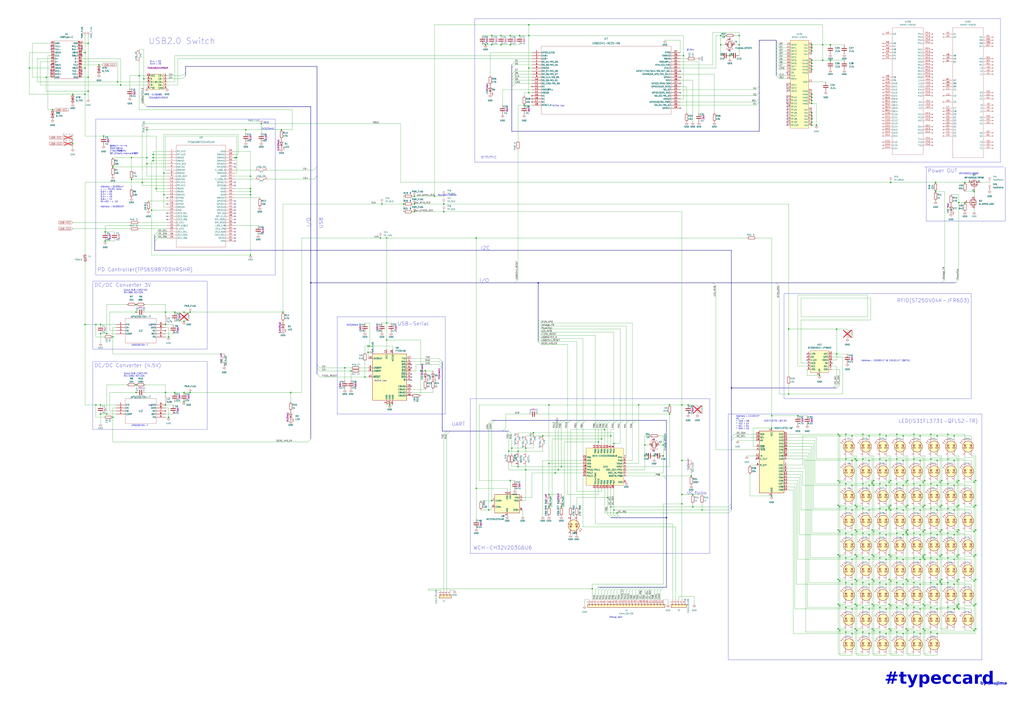
<source format=kicad_sch>
(kicad_sch (version 20230121) (generator eeschema)
  (paper "A1")
  (junction (at 403.86 36.83))
  (junction (at 666.75 36.83))
  (junction (at 138.43 276.86))
  (junction (at 151.13 264.16))
  (junction (at 783.59 439.42))
  (junction (at 345.44 304.8))
  (junction (at 778.51 438.15))
  (junction (at 255.27 232.41))
  (junction (at 727.71 398.78))
  (junction (at 741.68 500.38))
  (junction (at 135.89 322.58))
  (junction (at 722.63 519.43))
  (junction (at 694.69 478.79))
  (junction (at 778.51 478.79))
  (junction (at 717.55 477.52))
  (junction (at 731.52 149.86))
  (junction (at 773.43 435.61))
  (junction (at 708.66 417.83))
  (junction (at 708.66 397.51))
  (junction (at 708.66 356.87))
  (junction (at 792.48 149.86))
  (junction (at 758.19 496.57))
  (junction (at 772.16 457.2))
  (junction (at 689.61 518.16))
  (junction (at 736.6 356.87))
  (junction (at 689.61 457.2))
  (junction (at 768.35 157.48))
  (junction (at 151.13 322.58))
  (junction (at 391.16 195.58))
  (junction (at 703.58 378.46))
  (junction (at 283.21 302.26))
  (junction (at 568.96 406.4))
  (junction (at 717.55 398.78))
  (junction (at 800.1 457.2))
  (junction (at 156.21 322.58))
  (junction (at 787.4 435.61))
  (junction (at 786.13 436.88))
  (junction (at 120.65 106.68))
  (junction (at 736.6 499.11))
  (junction (at 764.54 499.11))
  (junction (at 675.64 36.83))
  (junction (at 759.46 415.29))
  (junction (at 86.36 190.5))
  (junction (at 666.75 92.71))
  (junction (at 398.78 36.83))
  (junction (at 713.74 398.78))
  (junction (at 78.74 266.7))
  (junction (at 768.35 149.86))
  (junction (at 434.34 76.2))
  (junction (at 600.71 318.77))
  (junction (at 317.5 195.58))
  (junction (at 713.74 500.38))
  (junction (at 787.4 415.29))
  (junction (at 450.85 332.74))
  (junction (at 741.68 520.7))
  (junction (at 59.69 77.47))
  (junction (at 703.58 436.88))
  (junction (at 741.68 419.1))
  (junction (at 72.39 63.5))
  (junction (at 699.77 459.74))
  (junction (at 783.59 398.78))
  (junction (at 591.82 36.83))
  (junction (at 755.65 500.38))
  (junction (at 43.18 90.17))
  (junction (at 666.75 49.53))
  (junction (at 111.76 316.23))
  (junction (at 769.62 439.42))
  (junction (at 744.22 516.89))
  (junction (at 769.62 480.06))
  (junction (at 107.95 147.32))
  (junction (at 82.55 266.7))
  (junction (at 783.59 500.38))
  (junction (at 722.63 417.83))
  (junction (at 727.71 520.7))
  (junction (at 755.65 358.14))
  (junction (at 755.65 459.74))
  (junction (at 787.4 166.37))
  (junction (at 722.63 499.11))
  (junction (at 801.37 476.25))
  (junction (at 317.5 279.4))
  (junction (at 675.64 49.53))
  (junction (at 699.77 398.78))
  (junction (at 800.1 518.16))
  (junction (at 736.6 397.51))
  (junction (at 69.85 43.18))
  (junction (at 364.49 167.64))
  (junction (at 769.62 378.46))
  (junction (at 666.75 57.15))
  (junction (at 201.93 106.68))
  (junction (at 801.37 516.89))
  (junction (at 727.71 480.06))
  (junction (at 750.57 417.83))
  (junction (at 568.96 416.56))
  (junction (at 755.65 398.78))
  (junction (at 702.31 435.61))
  (junction (at 419.1 29.21))
  (junction (at 727.71 419.1))
  (junction (at 800.1 416.56))
  (junction (at 694.69 397.51))
  (junction (at 591.82 29.21))
  (junction (at 205.74 154.94))
  (junction (at 773.43 476.25))
  (junction (at 744.22 416.56))
  (junction (at 238.76 322.58))
  (junction (at 708.66 377.19))
  (junction (at 560.07 414.02))
  (junction (at 694.69 458.47))
  (junction (at 666.75 82.55))
  (junction (at 92.71 137.16))
  (junction (at 607.06 29.21))
  (junction (at 501.65 416.56))
  (junction (at 744.22 436.88))
  (junction (at 783.59 419.1))
  (junction (at 445.77 358.14))
  (junction (at 549.91 340.36))
  (junction (at 694.69 417.83))
  (junction (at 560.07 378.46))
  (junction (at 783.59 378.46))
  (junction (at 288.29 304.8))
  (junction (at 501.65 358.14))
  (junction (at 59.69 118.11))
  (junction (at 441.96 232.41))
  (junction (at 787.4 496.57))
  (junction (at 786.13 497.84))
  (junction (at 688.34 496.57))
  (junction (at 455.93 388.62))
  (junction (at 722.63 438.15))
  (junction (at 703.58 497.84))
  (junction (at 727.71 358.14))
  (junction (at 758.19 416.56))
  (junction (at 750.57 499.11))
  (junction (at 111.76 256.54))
  (junction (at 736.6 458.47))
  (junction (at 722.63 377.19))
  (junction (at 786.13 499.11))
  (junction (at 688.34 476.25))
  (junction (at 561.34 45.72))
  (junction (at 744.22 396.24))
  (junction (at 107.95 129.54))
  (junction (at 759.46 455.93))
  (junction (at 787.4 394.97))
  (junction (at 722.63 397.51))
  (junction (at 403.86 29.21))
  (junction (at 331.47 167.64))
  (junction (at 778.51 458.47))
  (junction (at 82.55 332.74))
  (junction (at 92.71 342.9))
  (junction (at 499.11 408.94))
  (junction (at 87.63 340.36))
  (junction (at 688.34 415.29))
  (junction (at 69.85 77.47))
  (junction (at 633.73 407.67))
  (junction (at 607.06 36.83))
  (junction (at 744.22 438.15))
  (junction (at 135.89 332.74))
  (junction (at 85.09 111.76))
  (junction (at 736.6 417.83))
  (junction (at 24.13 55.88))
  (junction (at 450.85 381))
  (junction (at 716.28 496.57))
  (junction (at 450.85 416.56))
  (junction (at 750.57 377.19))
  (junction (at 772.16 396.24))
  (junction (at 741.68 378.46))
  (junction (at 769.62 500.38))
  (junction (at 565.15 332.74))
  (junction (at 340.3193 167.64))
  (junction (at 303.53 284.48))
  (junction (at 486.41 483.87))
  (junction (at 143.51 256.54))
  (junction (at 745.49 394.97))
  (junction (at 134.62 142.24))
  (junction (at 708.66 519.43))
  (junction (at 699.77 520.7))
  (junction (at 727.71 459.74))
  (junction (at 764.54 377.19))
  (junction (at 702.31 377.19))
  (junction (at 78.74 332.74))
  (junction (at 758.19 436.88))
  (junction (at 401.32 419.1))
  (junction (at 801.37 394.97))
  (junction (at 687.07 290.83))
  (junction (at 741.68 459.74))
  (junction (at 741.68 439.42))
  (junction (at 560.07 332.74))
  (junction (at 82.55 274.32))
  (junction (at 567.69 391.16))
  (junction (at 666.75 77.47))
  (junction (at 786.13 457.2))
  (junction (at 194.31 129.54))
  (junction (at 783.59 459.74))
  (junction (at 666.75 41.91))
  (junction (at 87.63 274.32))
  (junction (at 699.77 419.1))
  (junction (at 800.1 396.24))
  (junction (at 764.54 356.87))
  (junction (at 544.83 374.65))
  (junction (at 688.34 394.97))
  (junction (at 801.37 415.29))
  (junction (at 694.69 438.15))
  (junction (at 524.51 332.74))
  (junction (at 703.58 457.2))
  (junction (at 425.45 370.84))
  (junction (at 425.45 383.54))
  (junction (at 411.48 29.21))
  (junction (at 317.5 265.43))
  (junction (at 769.62 398.78))
  (junction (at 120.65 134.62))
  (junction (at 759.46 497.84))
  (junction (at 504.19 364.49))
  (junction (at 688.34 356.87))
  (junction (at 143.51 322.58))
  (junction (at 716.28 435.61))
  (junction (at 716.28 397.51))
  (junction (at 745.49 477.52))
  (junction (at 741.68 398.78))
  (junction (at 769.62 419.1))
  (junction (at 708.66 458.47))
  (junction (at 128.27 154.94))
  (junction (at 727.71 500.38))
  (junction (at 773.43 480.06))
  (junction (at 713.74 419.1))
  (junction (at 151.13 330.2))
  (junction (at 114.3 62.23))
  (junction (at 313.69 167.64))
  (junction (at 666.75 102.87))
  (junction (at 702.31 476.25))
  (junction (at 713.74 358.14))
  (junction (at 755.65 378.46))
  (junction (at 688.34 516.89))
  (junction (at 681.99 36.83))
  (junction (at 745.49 497.84))
  (junction (at 529.59 365.76))
  (junction (at 764.54 478.79))
  (junction (at 764.54 519.43))
  (junction (at 731.52 518.16))
  (junction (at 124.46 172.72))
  (junction (at 504.19 419.1))
  (junction (at 125.73 132.08))
  (junction (at 666.75 100.33))
  (junction (at 741.68 358.14))
  (junction (at 688.34 455.93))
  (junction (at 419.1 36.83))
  (junction (at 759.46 518.16))
  (junction (at 772.16 477.52))
  (junction (at 537.21 374.65))
  (junction (at 736.6 519.43))
  (junction (at 302.26 284.48))
  (junction (at 205.74 209.55))
  (junction (at 764.54 458.47))
  (junction (at 717.55 518.16))
  (junction (at 116.84 149.86))
  (junction (at 135.89 256.54))
  (junction (at 730.25 516.89))
  (junction (at 151.13 256.54))
  (junction (at 549.91 332.74))
  (junction (at 694.69 519.43))
  (junction (at 783.59 480.06))
  (junction (at 703.58 416.56))
  (junction (at 655.32 341.63))
  (junction (at 773.43 415.29))
  (junction (at 713.74 480.06))
  (junction (at 666.75 39.37))
  (junction (at 769.62 459.74))
  (junction (at 205.74 157.48))
  (junction (at 120.65 129.54))
  (junction (at 716.28 396.24))
  (junction (at 689.61 436.88))
  (junction (at 731.52 419.1))
  (junction (at 787.4 500.38))
  (junction (at 717.55 436.88))
  (junction (at 727.71 378.46))
  (junction (at 92.71 276.86))
  (junction (at 769.62 358.14))
  (junction (at 420.37 368.3))
  (junction (at 702.31 455.93))
  (junction (at 716.28 455.93))
  (junction (at 744.22 496.57))
  (junction (at 745.49 435.61))
  (junction (at 156.21 256.54))
  (junction (at 673.1 308.61))
  (junction (at 340.36 161.29))
  (junction (at 758.19 516.89))
  (junction (at 730.25 496.57))
  (junction (at 689.61 396.24))
  (junction (at 764.54 438.15))
  (junction (at 99.06 69.85))
  (junction (at 491.49 363.22))
  (junction (at 772.16 416.56))
  (junction (at 312.42 195.58))
  (junction (at 730.25 455.93))
  (junction (at 494.03 360.68))
  (junction (at 708.66 438.15))
  (junction (at 731.52 497.84))
  (junction (at 722.63 458.47))
  (junction (at 716.28 476.25))
  (junction (at 72.39 74.93))
  (junction (at 670.56 102.87))
  (junction (at 461.01 416.56))
  (junction (at 135.89 266.7))
  (junction (at 699.77 439.42))
  (junction (at 689.61 497.84))
  (junction (at 430.53 86.36))
  (junction (at 745.49 439.42))
  (junction (at 736.6 438.15))
  (junction (at 759.46 394.97))
  (junction (at 713.74 520.7))
  (junction (at 434.34 29.21))
  (junction (at 741.68 480.06))
  (junction (at 801.37 455.93))
  (junction (at 434.34 55.88))
  (junction (at 736.6 478.79))
  (junction (at 745.49 518.16))
  (junction (at 299.72 309.88))
  (junction (at 111.76 250.19))
  (junction (at 769.62 520.7))
  (junction (at 666.75 54.61))
  (junction (at 750.57 478.79))
  (junction (at 72.39 35.56))
  (junction (at 716.28 516.89))
  (junction (at 800.1 157.48))
  (junction (at 800.1 497.84))
  (junction (at 755.65 439.42))
  (junction (at 786.13 477.52))
  (junction (at 730.25 417.83))
  (junction (at 687.07 270.51))
  (junction (at 689.61 358.14))
  (junction (at 730.25 476.25))
  (junction (at 434.34 20.32))
  (junction (at 364.49 173.99))
  (junction (at 633.73 351.79))
  (junction (at 403.86 411.48))
  (junction (at 118.11 64.77))
  (junction (at 750.57 397.51))
  (junction (at 755.65 419.1))
  (junction (at 703.58 518.16))
  (junction (at 722.63 356.87))
  (junction (at 750.57 519.43))
  (junction (at 713.74 378.46))
  (junction (at 231.14 106.68))
  (junction (at 506.73 421.64))
  (junction (at 800.1 477.52))
  (junction (at 356.87 161.29))
  (junction (at 666.75 80.01))
  (junction (at 214.63 101.6))
  (junction (at 694.69 499.11))
  (junction (at 703.58 477.52))
  (junction (at 787.4 455.93))
  (junction (at 778.51 499.11))
  (junction (at 134.62 160.02))
  (junction (at 417.83 370.84))
  (junction (at 702.31 415.29))
  (junction (at 758.19 458.47))
  (junction (at 96.52 67.31))
  (junction (at 699.77 378.46))
  (junction (at 736.6 377.19))
  (junction (at 81.28 53.34))
  (junction (at 778.51 397.51))
  (junction (at 750.57 458.47))
  (junction (at 750.57 356.87))
  (junction (at 205.74 144.78))
  (junction (at 708.66 499.11))
  (junction (at 758.19 457.2))
  (junction (at 744.22 476.25))
  (junction (at 547.37 425.45))
  (junction (at 599.44 45.72))
  (junction (at 730.25 396.24))
  (junction (at 232.41 256.54))
  (junction (at 750.57 438.15))
  (junction (at 426.72 29.21))
  (junction (at 702.31 516.89))
  (junction (at 69.85 266.7))
  (junction (at 461.01 383.54))
  (junction (at 694.69 377.19))
  (junction (at 786.13 396.24))
  (junction (at 731.52 415.29))
  (junction (at 647.7 270.51))
  (junction (at 758.19 396.24))
  (junction (at 666.75 52.07))
  (junction (at 699.77 358.14))
  (junction (at 431.8 368.3))
  (junction (at 778.51 417.83))
  (junction (at 320.04 332.74))
  (junction (at 82.55 340.36))
  (junction (at 764.54 397.51))
  (junction (at 786.13 416.56))
  (junction (at 138.43 342.9))
  (junction (at 787.4 476.25))
  (junction (at 576.58 419.1))
  (junction (at 302.26 289.56))
  (junction (at 745.49 415.29))
  (junction (at 772.16 478.79))
  (junction (at 717.55 457.2))
  (junction (at 689.61 416.56))
  (junction (at 773.43 455.93))
  (junction (at 666.75 95.25))
  (junction (at 69.85 55.88))
  (junction (at 717.55 394.97))
  (junction (at 125.73 127))
  (junction (at 419.1 394.97))
  (junction (at 633.73 341.63))
  (junction (at 391.16 401.32))
  (junction (at 193.04 129.54))
  (junction (at 438.15 355.6))
  (junction (at 759.46 459.74))
  (junction (at 727.71 439.42))
  (junction (at 731.52 394.97))
  (junction (at 205.74 160.02))
  (junction (at 731.52 477.52))
  (junction (at 411.48 36.83))
  (junction (at 755.65 480.06))
  (junction (at 713.74 459.74))
  (junction (at 38.1 63.5))
  (junction (at 722.63 478.79))
  (junction (at 773.43 394.97))
  (junction (at 666.75 85.09))
  (junction (at 688.34 435.61))
  (junction (at 560.07 406.4))
  (junction (at 349.25 304.8))
  (junction (at 731.52 457.2))
  (junction (at 699.77 500.38))
  (junction (at 496.57 353.06))
  (junction (at 801.37 496.57))
  (junction (at 800.1 436.88))
  (junction (at 755.65 520.7))
  (junction (at 111.76 322.58))
  (junction (at 125.73 129.54))
  (junction (at 772.16 436.88))
  (junction (at 431.8 386.08))
  (junction (at 699.77 480.06))
  (junction (at 340.36 173.99))
  (junction (at 529.59 374.65))
  (junction (at 801.37 435.61))
  (junction (at 759.46 435.61))
  (junction (at 694.69 356.87))
  (junction (at 647.7 323.85))
  (junction (at 778.51 377.19))
  (junction (at 702.31 496.57))
  (junction (at 86.36 198.12))
  (junction (at 681.99 49.53))
  (junction (at 730.25 416.56))
  (junction (at 764.54 417.83))
  (junction (at 458.47 386.08))
  (junction (at 792.48 166.37))
  (junction (at 689.61 477.52))
  (junction (at 713.74 439.42))
  (junction (at 783.59 358.14))
  (junction (at 717.55 497.84))
  (junction (at 450.85 406.4))
  (junction (at 544.83 365.76))
  (junction (at 708.66 478.79))
  (junction (at 666.75 97.79))
  (junction (at 778.51 356.87))
  (no_connect (at 646.43 92.71))
  (no_connect (at 193.04 187.96))
  (no_connect (at 646.43 85.09))
  (no_connect (at 337.82 317.5))
  (no_connect (at 193.04 167.64))
  (no_connect (at 193.04 165.1))
  (no_connect (at 558.8 88.9))
  (no_connect (at 137.16 175.26))
  (no_connect (at 193.04 149.86))
  (no_connect (at 137.16 177.8))
  (no_connect (at 558.8 63.5))
  (no_connect (at 646.43 69.85))
  (no_connect (at 337.82 307.34))
  (no_connect (at 337.82 299.72))
  (no_connect (at 621.03 377.19))
  (no_connect (at 646.43 74.93))
  (no_connect (at 537.21 360.68))
  (no_connect (at 193.04 134.62))
  (no_connect (at 193.04 177.8))
  (no_connect (at 646.43 80.01))
  (no_connect (at 599.44 41.91))
  (no_connect (at 646.43 82.55))
  (no_connect (at 662.94 290.83))
  (no_connect (at 558.8 68.58))
  (no_connect (at 193.04 180.34))
  (no_connect (at 137.16 167.64))
  (no_connect (at 337.82 312.42))
  (no_connect (at 646.43 59.69))
  (no_connect (at 137.16 180.34))
  (no_connect (at 662.94 295.91))
  (no_connect (at 193.04 172.72))
  (no_connect (at 646.43 90.17))
  (no_connect (at 646.43 72.39))
  (no_connect (at 537.21 370.84))
  (no_connect (at 193.04 137.16))
  (no_connect (at 558.8 76.2))
  (no_connect (at 558.8 58.42))
  (no_connect (at 41.91 60.96))
  (no_connect (at 41.91 58.42))
  (no_connect (at 41.91 53.34))
  (no_connect (at 41.91 38.1))
  (no_connect (at 67.31 38.1))
  (no_connect (at 67.31 40.64))
  (no_connect (at 41.91 40.64))
  (no_connect (at 67.31 45.72))
  (no_connect (at 67.31 58.42))
  (no_connect (at 67.31 60.96))
  (no_connect (at 193.04 193.04))
  (no_connect (at 646.43 87.63))
  (no_connect (at 337.82 309.88))
  (no_connect (at 562.61 492.76))
  (no_connect (at 193.04 195.58))
  (no_connect (at 646.43 100.33))
  (no_connect (at 599.44 31.75))
  (no_connect (at 193.04 152.4))
  (no_connect (at 137.16 162.56))
  (no_connect (at 646.43 97.79))
  (no_connect (at 193.04 198.12))
  (no_connect (at 193.04 170.18))
  (no_connect (at 337.82 302.26))
  (no_connect (at 193.04 175.26))
  (no_connect (at 646.43 102.87))
  (no_connect (at 646.43 95.25))
  (no_connect (at 193.04 182.88))
  (no_connect (at 193.04 190.5))
  (bus_entry (at 441.96 267.97) (size 2.54 2.54))
  (bus_entry (at 598.17 416.56) (size 2.54 -2.54))
  (bus_entry (at 491.49 347.98) (size 2.54 -2.54))
  (bus_entry (at 441.96 270.51) (size 2.54 2.54))
  (bus_entry (at 412.75 354.33) (size 2.54 -2.54))
  (bus_entry (at 519.43 347.98) (size 2.54 -2.54))
  (bus_entry (at 420.37 68.58) (size 2.54 -2.54))
  (bus_entry (at 534.67 482.6) (size -2.54 2.54))
  (bus_entry (at 504.19 482.6) (size -2.54 2.54))
  (bus_entry (at 255.27 360.68) (size -2.54 2.54))
  (bus_entry (at 684.53 318.77) (size 2.54 -2.54))
  (bus_entry (at 514.35 482.6) (size -2.54 2.54))
  (bus_entry (at 539.75 482.6) (size -2.54 2.54))
  (bus_entry (at 621.03 83.82) (size 2.54 -2.54))
  (bus_entry (at 257.81 139.7) (size 2.54 -2.54))
  (bus_entry (at 773.43 232.41) (size 2.54 -2.54))
  (bus_entry (at 478.79 347.98) (size 2.54 -2.54))
  (bus_entry (at 149.86 62.23) (size 2.54 -2.54))
  (bus_entry (at 491.49 482.6) (size -2.54 2.54))
  (bus_entry (at 496.57 347.98) (size 2.54 -2.54))
  (bus_entry (at 600.71 359.41) (size 2.54 -2.54))
  (bus_entry (at 420.37 66.04) (size 2.54 -2.54))
  (bus_entry (at 420.37 63.5) (size 2.54 -2.54))
  (bus_entry (at 637.54 49.53) (size 2.54 2.54))
  (bus_entry (at 488.95 347.98) (size 2.54 -2.54))
  (bus_entry (at 501.65 422.91) (size 2.54 2.54))
  (bus_entry (at 537.21 482.6) (size -2.54 2.54))
  (bus_entry (at 149.86 64.77) (size 2.54 -2.54))
  (bus_entry (at 524.51 482.6) (size -2.54 2.54))
  (bus_entry (at 529.59 482.6) (size -2.54 2.54))
  (bus_entry (at 600.71 361.95) (size 2.54 -2.54))
  (bus_entry (at 494.03 482.6) (size -2.54 2.54))
  (bus_entry (at 403.86 347.98) (size 2.54 -2.54))
  (bus_entry (at 637.54 44.45) (size 2.54 2.54))
  (bus_entry (at 499.11 482.6) (size -2.54 2.54))
  (bus_entry (at 511.81 482.6) (size -2.54 2.54))
  (bus_entry (at 598.17 421.64) (size 2.54 -2.54))
  (bus_entry (at 360.68 294.64) (size 2.54 2.54))
  (bus_entry (at 598.17 419.1) (size 2.54 -2.54))
  (bus_entry (at 260.35 307.34) (size 2.54 2.54))
  (bus_entry (at 129.54 195.58) (size -2.54 2.54))
  (bus_entry (at 129.54 190.5) (size -2.54 2.54))
  (bus_entry (at 455.93 347.98) (size 2.54 -2.54))
  (bus_entry (at 544.83 482.6) (size -2.54 2.54))
  (bus_entry (at 422.91 232.41) (size 2.54 -2.54))
  (bus_entry (at 458.47 347.98) (size 2.54 -2.54))
  (bus_entry (at 415.29 354.33) (size 2.54 2.54))
  (bus_entry (at 621.03 73.66) (size 2.54 -2.54))
  (bus_entry (at 637.54 39.37) (size 2.54 2.54))
  (bus_entry (at 494.03 347.98) (size 2.54 -2.54))
  (bus_entry (at 496.57 482.6) (size -2.54 2.54))
  (bus_entry (at 367.03 356.87) (size 2.54 -2.54))
  (bus_entry (at 506.73 482.6) (size -2.54 2.54))
  (bus_entry (at 784.86 232.41) (size 2.54 -2.54))
  (bus_entry (at 441.96 280.67) (size 2.54 2.54))
  (bus_entry (at 420.37 55.88) (size 2.54 -2.54))
  (bus_entry (at 257.81 147.32) (size 2.54 -2.54))
  (bus_entry (at 441.96 265.43) (size 2.54 2.54))
  (bus_entry (at 514.35 347.98) (size 2.54 -2.54))
  (bus_entry (at 360.68 297.18) (size 2.54 2.54))
  (bus_entry (at 441.96 278.13) (size 2.54 2.54))
  (bus_entry (at 504.19 422.91) (size 2.54 2.54))
  (bus_entry (at 506.73 422.91) (size 2.54 2.54))
  (bus_entry (at 585.47 232.41) (size 2.54 2.54))
  (bus_entry (at 623.57 83.82) (size -2.54 2.54))
  (bus_entry (at 420.37 71.12) (size 2.54 -2.54))
  (bus_entry (at 637.54 232.41) (size 2.54 2.54))
  (bus_entry (at 499.11 422.91) (size 2.54 2.54))
  (bus_entry (at 441.96 262.89) (size 2.54 2.54))
  (bus_entry (at 262.89 304.8) (size -2.54 -2.54))
  (bus_entry (at 401.32 347.98) (size 2.54 -2.54))
  (bus_entry (at 623.57 76.2) (size -2.54 2.54))
  (bus_entry (at 364.49 356.87) (size 2.54 -2.54))
  (bus_entry (at 516.89 482.6) (size -2.54 2.54))
  (bus_entry (at 637.54 52.07) (size 2.54 2.54))
  (bus_entry (at 637.54 41.91) (size 2.54 2.54))
  (bus_entry (at 509.27 482.6) (size -2.54 2.54))
  (bus_entry (at 637.54 59.69) (size 2.54 2.54))
  (bus_entry (at 360.68 299.72) (size 2.54 2.54))
  (bus_entry (at 519.43 482.6) (size -2.54 2.54))
  (bus_entry (at 420.37 60.96) (size 2.54 -2.54))
  (bus_entry (at 527.05 482.6) (size -2.54 2.54))
  (bus_entry (at 504.19 347.98) (size 2.54 -2.54))
  (bus_entry (at 637.54 36.83) (size 2.54 2.54))
  (bus_entry (at 637.54 34.29) (size 2.54 2.54))
  (bus_entry (at 544.83 391.16) (size 2.54 2.54))
  (bus_entry (at 118.11 85.09) (size 2.54 2.54))
  (bus_entry (at 262.89 302.26) (size -2.54 -2.54))
  (bus_entry (at 417.83 354.33) (size 2.54 2.54))
  (bus_entry (at 499.11 347.98) (size 2.54 -2.54))
  (bus_entry (at 687.07 318.77) (size 2.54 -2.54))
  (bus_entry (at 466.09 347.98) (size 2.54 -2.54))
  (bus_entry (at 461.01 347.98) (size 2.54 -2.54))
  (bus_entry (at 501.65 482.6) (size -2.54 2.54))
  (bus_entry (at 637.54 62.23) (size 2.54 2.54))
  (bus_entry (at 637.54 46.99) (size 2.54 2.54))
  (bus_entry (at 532.13 482.6) (size -2.54 2.54))
  (bus_entry (at 420.37 53.34) (size 2.54 -2.54))
  (bus_entry (at 542.29 482.6) (size -2.54 2.54))
  (bus_entry (at 441.96 275.59) (size 2.54 2.54))
  (bus_entry (at 473.71 347.98) (size 2.54 -2.54))
  (bus_entry (at 509.27 347.98) (size 2.54 -2.54))
  (bus_entry (at 637.54 54.61) (size 2.54 2.54))
  (bus_entry (at 521.97 482.6) (size -2.54 2.54))
  (bus_entry (at 441.96 273.05) (size 2.54 2.54))
  (bus_entry (at 129.54 193.04) (size -2.54 2.54))
  (wire (pts (xy 783.59 496.57) (xy 787.4 496.57)))
  (wire (pts (xy 466.09 406.4) (xy 491.49 406.4)))
  (wire (pts (xy 694.69 377.19) (xy 702.31 377.19)))
  (wire (pts (xy 764.54 374.65) (xy 764.54 375.92)))
  (wire (pts (xy 129.54 190.5) (xy 137.16 190.5)))
  (wire (pts (xy 403.86 29.21) (xy 411.48 29.21)))
  (wire (pts (xy 792.48 416.56) (xy 800.1 416.56)))
  (wire (pts (xy 434.34 76.2) (xy 436.88 76.2)))
  (wire (pts (xy 750.57 420.37) (xy 750.57 417.83)))
  (wire (pts (xy 702.31 496.57) (xy 702.31 516.89)))
  (wire (pts (xy 488.95 275.59) (xy 488.95 347.98)))
  (wire (pts (xy 554.99 433.07) (xy 554.99 492.76)))
  (wire (pts (xy 713.74 398.78) (xy 717.55 398.78)))
  (wire (pts (xy 708.66 394.97) (xy 708.66 396.24)))
  (wire (pts (xy 572.77 332.74) (xy 565.15 332.74)))
  (wire (pts (xy 143.51 264.16) (xy 151.13 264.16)))
  (wire (pts (xy 778.51 438.15) (xy 792.48 438.15)))
  (wire (pts (xy 750.57 416.56) (xy 758.19 416.56)))
  (wire (pts (xy 797.56 398.78) (xy 797.56 400.05)))
  (wire (pts (xy 438.15 368.3) (xy 438.15 365.76)))
  (wire (pts (xy 769.62 358.14) (xy 783.59 358.14)))
  (wire (pts (xy 797.56 419.1) (xy 797.56 420.37)))
  (wire (pts (xy 741.68 398.78) (xy 741.68 400.05)))
  (wire (pts (xy 633.73 351.79) (xy 618.49 351.79)))
  (wire (pts (xy 558.8 66.04) (xy 568.96 66.04)))
  (wire (pts (xy 750.57 375.92) (xy 758.19 375.92)))
  (wire (pts (xy 741.68 358.14) (xy 755.65 358.14)))
  (wire (pts (xy 114.3 40.64) (xy 118.11 40.64)))
  (wire (pts (xy 121.92 165.1) (xy 137.16 165.1)))
  (wire (pts (xy 792.48 166.37) (xy 787.4 166.37)))
  (wire (pts (xy 727.71 520.7) (xy 741.68 520.7)))
  (wire (pts (xy 764.54 478.79) (xy 772.16 478.79)))
  (wire (pts (xy 568.96 406.4) (xy 576.58 406.4)))
  (wire (pts (xy 59.69 77.47) (xy 69.85 77.47)))
  (bus (pts (xy 600.71 205.74) (xy 600.71 318.77)))
  (wire (pts (xy 317.5 332.74) (xy 320.04 332.74)))
  (wire (pts (xy 689.61 518.16) (xy 699.77 518.16)))
  (wire (pts (xy 544.83 414.02) (xy 544.83 480.06)))
  (wire (pts (xy 764.54 455.93) (xy 764.54 457.2)))
  (bus (pts (xy 501.65 345.44) (xy 506.73 345.44)))
  (wire (pts (xy 657.86 389.89) (xy 657.86 419.1)))
  (wire (pts (xy 572.77 48.26) (xy 571.5 48.26)))
  (wire (pts (xy 461.01 416.56) (xy 463.55 416.56)))
  (wire (pts (xy 299.72 289.56) (xy 299.72 284.48)))
  (wire (pts (xy 783.59 455.93) (xy 787.4 455.93)))
  (wire (pts (xy 744.22 476.25) (xy 750.57 476.25)))
  (wire (pts (xy 67.31 55.88) (xy 69.85 55.88)))
  (wire (pts (xy 431.8 372.11) (xy 431.8 368.3)))
  (wire (pts (xy 703.58 374.65) (xy 703.58 378.46)))
  (wire (pts (xy 778.51 477.52) (xy 786.13 477.52)))
  (wire (pts (xy 702.31 476.25) (xy 708.66 476.25)))
  (wire (pts (xy 560.07 406.4) (xy 568.96 406.4)))
  (polyline (pts (xy 825.5 181.61) (xy 760.73 181.61)))
  (wire (pts (xy 801.37 476.25) (xy 801.37 496.57)))
  (wire (pts (xy 792.48 356.87) (xy 792.48 359.41)))
  (wire (pts (xy 773.43 374.65) (xy 773.43 394.97)))
  (wire (pts (xy 640.08 52.07) (xy 646.43 52.07)))
  (wire (pts (xy 783.59 500.38) (xy 769.62 500.38)))
  (wire (pts (xy 647.7 316.23) (xy 647.7 323.85)))
  (wire (pts (xy 717.55 374.65) (xy 717.55 394.97)))
  (wire (pts (xy 792.48 497.84) (xy 800.1 497.84)))
  (wire (pts (xy 425.45 355.6) (xy 438.15 355.6)))
  (wire (pts (xy 231.14 106.68) (xy 240.03 106.68)))
  (wire (pts (xy 699.77 436.88) (xy 699.77 435.61)))
  (wire (pts (xy 24.13 55.88) (xy 24.13 77.47)))
  (wire (pts (xy 417.83 370.84) (xy 425.45 370.84)))
  (wire (pts (xy 773.43 435.61) (xy 773.43 455.93)))
  (bus (pts (xy 494.03 482.6) (xy 496.57 482.6)))
  (wire (pts (xy 769.62 374.65) (xy 773.43 374.65)))
  (wire (pts (xy 713.74 480.06) (xy 727.71 480.06)))
  (wire (pts (xy 731.52 149.86) (xy 768.35 149.86)))
  (polyline (pts (xy 389.89 15.24) (xy 821.69 15.24)))
  (wire (pts (xy 716.28 516.89) (xy 722.63 516.89)))
  (wire (pts (xy 715.01 262.89) (xy 657.86 262.89)))
  (wire (pts (xy 430.53 76.2) (xy 434.34 76.2)))
  (wire (pts (xy 618.49 367.03) (xy 621.03 367.03)))
  (wire (pts (xy 542.29 485.14) (xy 542.29 492.76)))
  (wire (pts (xy 478.79 347.98) (xy 478.79 375.92)))
  (bus (pts (xy 458.47 345.44) (xy 461.01 345.44)))
  (wire (pts (xy 430.53 86.36) (xy 425.45 86.36)))
  (wire (pts (xy 106.68 72.39) (xy 106.68 62.23)))
  (wire (pts (xy 708.66 396.24) (xy 716.28 396.24)))
  (wire (pts (xy 118.11 64.77) (xy 118.11 85.09)))
  (wire (pts (xy 391.16 195.58) (xy 391.16 401.32)))
  (wire (pts (xy 689.61 518.16) (xy 689.61 538.48)))
  (wire (pts (xy 727.71 480.06) (xy 741.68 480.06)))
  (wire (pts (xy 688.34 516.89) (xy 694.69 516.89)))
  (wire (pts (xy 713.74 374.65) (xy 717.55 374.65)))
  (wire (pts (xy 646.43 361.95) (xy 669.29 361.95)))
  (wire (pts (xy 792.48 438.15) (xy 792.48 440.69)))
  (bus (pts (xy 260.35 137.16) (xy 260.35 54.61)))
  (wire (pts (xy 773.43 476.25) (xy 773.43 455.93)))
  (wire (pts (xy 509.27 347.98) (xy 509.27 364.49)))
  (wire (pts (xy 529.59 485.14) (xy 529.59 492.76)))
  (bus (pts (xy 152.4 59.69) (xy 152.4 62.23)))
  (wire (pts (xy 450.85 332.74) (xy 524.51 332.74)))
  (wire (pts (xy 708.66 499.11) (xy 722.63 499.11)))
  (bus (pts (xy 255.27 232.41) (xy 255.27 360.68)))
  (wire (pts (xy 699.77 396.24) (xy 689.61 396.24)))
  (wire (pts (xy 689.61 457.2) (xy 699.77 457.2)))
  (wire (pts (xy 137.16 142.24) (xy 134.62 142.24)))
  (wire (pts (xy 702.31 375.92) (xy 702.31 377.19)))
  (wire (pts (xy 699.77 394.97) (xy 699.77 396.24)))
  (wire (pts (xy 764.54 458.47) (xy 778.51 458.47)))
  (wire (pts (xy 417.83 356.87) (xy 417.83 370.84)))
  (wire (pts (xy 521.97 485.14) (xy 521.97 492.76)))
  (wire (pts (xy 744.22 436.88) (xy 744.22 438.15)))
  (wire (pts (xy 137.16 139.7) (xy 135.89 139.7)))
  (wire (pts (xy 317.5 279.4) (xy 317.5 287.02)))
  (wire (pts (xy 313.69 167.64) (xy 331.47 167.64)))
  (wire (pts (xy 337.82 304.8) (xy 341.63 304.8)))
  (wire (pts (xy 736.6 397.51) (xy 750.57 397.51)))
  (wire (pts (xy 713.74 457.2) (xy 713.74 455.93)))
  (wire (pts (xy 713.74 459.74) (xy 727.71 459.74)))
  (wire (pts (xy 599.44 48.26) (xy 599.44 45.72)))
  (wire (pts (xy 506.73 485.14) (xy 506.73 492.76)))
  (wire (pts (xy 504.19 353.06) (xy 504.19 347.98)))
  (wire (pts (xy 797.56 358.14) (xy 797.56 359.41)))
  (wire (pts (xy 792.48 157.48) (xy 800.1 157.48)))
  (wire (pts (xy 128.27 111.76) (xy 128.27 154.94)))
  (wire (pts (xy 30.48 48.26) (xy 41.91 48.26)))
  (wire (pts (xy 800.1 519.43) (xy 800.1 518.16)))
  (wire (pts (xy 119.38 322.58) (xy 135.89 322.58)))
  (wire (pts (xy 524.51 332.74) (xy 524.51 381)))
  (wire (pts (xy 688.34 435.61) (xy 688.34 455.93)))
  (wire (pts (xy 708.66 458.47) (xy 722.63 458.47)))
  (wire (pts (xy 656.59 392.43) (xy 656.59 439.42)))
  (wire (pts (xy 741.68 374.65) (xy 745.49 374.65)))
  (wire (pts (xy 783.59 476.25) (xy 787.4 476.25)))
  (wire (pts (xy 727.71 500.38) (xy 741.68 500.38)))
  (wire (pts (xy 713.74 378.46) (xy 713.74 379.73)))
  (wire (pts (xy 708.66 461.01) (xy 708.66 458.47)))
  (wire (pts (xy 702.31 435.61) (xy 702.31 455.93)))
  (wire (pts (xy 758.19 458.47) (xy 758.19 457.2)))
  (wire (pts (xy 783.59 358.14) (xy 797.56 358.14)))
  (wire (pts (xy 461.01 347.98) (xy 461.01 383.54)))
  (wire (pts (xy 119.38 250.19) (xy 135.89 250.19)))
  (wire (pts (xy 769.62 476.25) (xy 773.43 476.25)))
  (wire (pts (xy 262.89 309.88) (xy 299.72 309.88)))
  (wire (pts (xy 544.83 388.62) (xy 544.83 374.65)))
  (bus (pts (xy 637.54 46.99) (xy 637.54 49.53)))
  (wire (pts (xy 662.94 499.11) (xy 694.69 499.11)))
  (bus (pts (xy 623.57 107.95) (xy 623.57 83.82)))
  (wire (pts (xy 736.6 356.87) (xy 750.57 356.87)))
  (bus (pts (xy 420.37 68.58) (xy 420.37 71.12)))
  (wire (pts (xy 549.91 332.74) (xy 560.07 332.74)))
  (bus (pts (xy 637.54 41.91) (xy 637.54 44.45)))
  (wire (pts (xy 349.25 304.8) (xy 355.6 304.8)))
  (wire (pts (xy 741.68 435.61) (xy 745.49 435.61)))
  (wire (pts (xy 436.88 388.62) (xy 436.88 408.94)))
  (wire (pts (xy 33.02 50.8) (xy 33.02 69.85)))
  (wire (pts (xy 529.59 358.14) (xy 529.59 365.76)))
  (wire (pts (xy 78.74 276.86) (xy 78.74 266.7)))
  (wire (pts (xy 769.62 398.78) (xy 769.62 400.05)))
  (wire (pts (xy 478.79 381) (xy 450.85 381)))
  (wire (pts (xy 640.08 57.15) (xy 646.43 57.15)))
  (bus (pts (xy 521.97 345.44) (xy 547.37 345.44)))
  (wire (pts (xy 736.6 397.51) (xy 736.6 400.05)))
  (wire (pts (xy 787.4 166.37) (xy 787.4 229.87)))
  (wire (pts (xy 67.31 50.8) (xy 96.52 50.8)))
  (wire (pts (xy 137.16 185.42) (xy 86.36 185.42)))
  (wire (pts (xy 317.5 195.58) (xy 391.16 195.58)))
  (wire (pts (xy 445.77 378.46) (xy 478.79 378.46)))
  (wire (pts (xy 717.55 497.84) (xy 717.55 518.16)))
  (wire (pts (xy 30.48 48.26) (xy 30.48 67.31)))
  (wire (pts (xy 331.47 161.29) (xy 331.47 167.64)))
  (wire (pts (xy 345.44 304.8) (xy 345.44 325.12)))
  (wire (pts (xy 792.48 396.24) (xy 800.1 396.24)))
  (wire (pts (xy 283.21 302.26) (xy 283.21 312.42)))
  (wire (pts (xy 681.99 49.53) (xy 693.42 49.53)))
  (wire (pts (xy 783.59 415.29) (xy 787.4 415.29)))
  (wire (pts (xy 514.35 347.98) (xy 514.35 375.92)))
  (wire (pts (xy 708.66 521.97) (xy 708.66 519.43)))
  (wire (pts (xy 778.51 416.56) (xy 786.13 416.56)))
  (wire (pts (xy 317.5 279.4) (xy 345.44 279.4)))
  (bus (pts (xy 511.81 345.44) (xy 516.89 345.44)))
  (bus (pts (xy 544.83 482.6) (xy 547.37 482.6)))
  (wire (pts (xy 312.42 195.58) (xy 317.5 195.58)))
  (wire (pts (xy 119.38 256.54) (xy 135.89 256.54)))
  (wire (pts (xy 438.15 355.6) (xy 504.19 355.6)))
  (wire (pts (xy 800.1 497.84) (xy 800.1 477.52)))
  (bus (pts (xy 637.54 36.83) (xy 637.54 39.37)))
  (wire (pts (xy 801.37 496.57) (xy 801.37 516.89)))
  (wire (pts (xy 727.71 358.14) (xy 727.71 359.41)))
  (wire (pts (xy 434.34 340.36) (xy 415.29 340.36)))
  (polyline (pts (xy 582.93 454.66) (xy 582.93 327.66)))
  (wire (pts (xy 730.25 417.83) (xy 736.6 417.83)))
  (wire (pts (xy 651.51 520.7) (xy 699.77 520.7)))
  (wire (pts (xy 501.65 401.32) (xy 501.65 416.56)))
  (wire (pts (xy 741.68 459.74) (xy 755.65 459.74)))
  (wire (pts (xy 302.26 284.48) (xy 302.26 289.56)))
  (wire (pts (xy 783.59 374.65) (xy 787.4 374.65)))
  (wire (pts (xy 750.57 415.29) (xy 750.57 416.56)))
  (wire (pts (xy 328.93 149.86) (xy 731.52 149.86)))
  (wire (pts (xy 731.52 457.2) (xy 741.68 457.2)))
  (bus (pts (xy 506.73 425.45) (xy 509.27 425.45)))
  (wire (pts (xy 425.45 365.76) (xy 425.45 370.84)))
  (wire (pts (xy 755.65 481.33) (xy 755.65 480.06)))
  (wire (pts (xy 496.57 347.98) (xy 496.57 353.06)))
  (wire (pts (xy 778.51 438.15) (xy 778.51 440.69)))
  (wire (pts (xy 87.63 250.19) (xy 87.63 274.32)))
  (wire (pts (xy 731.52 419.1) (xy 731.52 457.2)))
  (wire (pts (xy 699.77 520.7) (xy 713.74 520.7)))
  (wire (pts (xy 778.51 458.47) (xy 778.51 461.01)))
  (wire (pts (xy 445.77 370.84) (xy 445.77 368.3)))
  (wire (pts (xy 419.1 394.97) (xy 419.1 403.86)))
  (wire (pts (xy 114.3 62.23) (xy 120.65 62.23)))
  (wire (pts (xy 741.68 420.37) (xy 741.68 419.1)))
  (wire (pts (xy 666.75 77.47) (xy 666.75 80.01)))
  (wire (pts (xy 561.34 29.21) (xy 434.34 29.21)))
  (wire (pts (xy 391.16 401.32) (xy 416.56 401.32)))
  (wire (pts (xy 741.68 394.97) (xy 745.49 394.97)))
  (wire (pts (xy 670.56 377.19) (xy 694.69 377.19)))
  (wire (pts (xy 786.13 477.52) (xy 786.13 457.2)))
  (wire (pts (xy 69.85 266.7) (xy 78.74 266.7)))
  (wire (pts (xy 727.71 461.01) (xy 727.71 459.74)))
  (wire (pts (xy 666.75 49.53) (xy 666.75 52.07)))
  (wire (pts (xy 731.52 415.29) (xy 731.52 419.1)))
  (wire (pts (xy 688.34 455.93) (xy 688.34 476.25)))
  (wire (pts (xy 741.68 477.52) (xy 741.68 476.25)))
  (wire (pts (xy 135.89 256.54) (xy 143.51 256.54)))
  (wire (pts (xy 708.66 397.51) (xy 708.66 400.05)))
  (bus (pts (xy 637.54 232.41) (xy 773.43 232.41)))
  (wire (pts (xy 458.47 347.98) (xy 458.47 386.08)))
  (wire (pts (xy 299.72 297.18) (xy 299.72 309.88)))
  (wire (pts (xy 647.7 270.51) (xy 687.07 270.51)))
  (wire (pts (xy 755.65 521.97) (xy 755.65 520.7)))
  (wire (pts (xy 769.62 398.78) (xy 783.59 398.78)))
  (wire (pts (xy 786.13 416.56) (xy 786.13 436.88)))
  (wire (pts (xy 238.76 322.58) (xy 247.65 322.58)))
  (wire (pts (xy 461.01 383.54) (xy 478.79 383.54)))
  (polyline (pts (xy 365.76 260.35) (xy 365.76 340.36)))
  (bus (pts (xy 623.57 81.28) (xy 623.57 76.2)))
  (wire (pts (xy 640.08 44.45) (xy 646.43 44.45)))
  (wire (pts (xy 687.07 270.51) (xy 695.96 270.51)))
  (wire (pts (xy 560.07 406.4) (xy 560.07 414.02)))
  (wire (pts (xy 340.3193 167.64) (xy 364.49 167.64)))
  (wire (pts (xy 688.34 356.87) (xy 694.69 356.87)))
  (wire (pts (xy 560.07 414.02) (xy 560.07 492.76)))
  (wire (pts (xy 156.21 256.54) (xy 232.41 256.54)))
  (wire (pts (xy 745.49 439.42) (xy 745.49 477.52)))
  (wire (pts (xy 741.68 518.16) (xy 741.68 516.89)))
  (wire (pts (xy 769.62 537.21) (xy 769.62 538.48)))
  (wire (pts (xy 703.58 378.46) (xy 703.58 416.56)))
  (wire (pts (xy 675.64 36.83) (xy 675.64 49.53)))
  (bus (pts (xy 547.37 393.7) (xy 547.37 425.45)))
  (wire (pts (xy 717.55 477.52) (xy 727.71 477.52)))
  (wire (pts (xy 659.13 358.14) (xy 689.61 358.14)))
  (bus (pts (xy 496.57 482.6) (xy 499.11 482.6)))
  (wire (pts (xy 59.69 118.11) (xy 59.69 121.92)))
  (wire (pts (xy 664.21 372.11) (xy 664.21 478.79)))
  (wire (pts (xy 792.48 496.57) (xy 792.48 497.84)))
  (wire (pts (xy 313.69 265.43) (xy 317.5 265.43)))
  (wire (pts (xy 666.75 438.15) (xy 694.69 438.15)))
  (wire (pts (xy 787.4 496.57) (xy 787.4 500.38)))
  (wire (pts (xy 299.72 284.48) (xy 302.26 284.48)))
  (wire (pts (xy 450.85 406.4) (xy 461.01 406.4)))
  (wire (pts (xy 716.28 455.93) (xy 722.63 455.93)))
  (wire (pts (xy 688.34 455.93) (xy 694.69 455.93)))
  (wire (pts (xy 72.39 35.56) (xy 72.39 63.5)))
  (wire (pts (xy 486.41 483.87) (xy 486.41 492.76)))
  (wire (pts (xy 769.62 480.06) (xy 769.62 481.33)))
  (wire (pts (xy 657.86 419.1) (xy 699.77 419.1)))
  (wire (pts (xy 468.63 416.56) (xy 468.63 353.06)))
  (wire (pts (xy 694.69 478.79) (xy 694.69 481.33)))
  (bus (pts (xy 494.03 345.44) (xy 496.57 345.44)))
  (wire (pts (xy 744.22 496.57) (xy 744.22 516.89)))
  (wire (pts (xy 778.51 375.92) (xy 786.13 375.92)))
  (wire (pts (xy 72.39 29.21) (xy 72.39 35.56)))
  (wire (pts (xy 666.75 102.87) (xy 670.56 102.87)))
  (wire (pts (xy 787.4 374.65) (xy 787.4 394.97)))
  (wire (pts (xy 792.48 435.61) (xy 792.48 436.88)))
  (wire (pts (xy 516.89 485.14) (xy 516.89 492.76)))
  (wire (pts (xy 262.89 302.26) (xy 283.21 302.26)))
  (wire (pts (xy 736.6 396.24) (xy 744.22 396.24)))
  (wire (pts (xy 412.75 73.66) (xy 412.75 86.36)))
  (wire (pts (xy 750.57 356.87) (xy 764.54 356.87)))
  (wire (pts (xy 24.13 43.18) (xy 24.13 55.88)))
  (wire (pts (xy 488.95 347.98) (xy 488.95 365.76)))
  (wire (pts (xy 669.29 397.51) (xy 694.69 397.51)))
  (wire (pts (xy 769.62 419.1) (xy 783.59 419.1)))
  (wire (pts (xy 792.48 375.92) (xy 800.1 375.92)))
  (wire (pts (xy 194.31 129.54) (xy 193.04 129.54)))
  (wire (pts (xy 741.68 480.06) (xy 755.65 480.06)))
  (bus (pts (xy 481.33 345.44) (xy 491.49 345.44)))
  (bus (pts (xy 403.86 345.44) (xy 406.4 345.44)))
  (wire (pts (xy 717.55 436.88) (xy 727.71 436.88)))
  (wire (pts (xy 193.04 160.02) (xy 205.74 160.02)))
  (wire (pts (xy 463.55 363.22) (xy 463.55 416.56)))
  (wire (pts (xy 731.52 374.65) (xy 731.52 394.97)))
  (wire (pts (xy 337.82 320.04) (xy 349.25 320.04)))
  (wire (pts (xy 727.71 457.2) (xy 727.71 455.93)))
  (wire (pts (xy 744.22 396.24) (xy 744.22 416.56)))
  (wire (pts (xy 750.57 400.05) (xy 750.57 397.51)))
  (wire (pts (xy 713.74 518.16) (xy 713.74 516.89)))
  (wire (pts (xy 764.54 377.19) (xy 778.51 377.19)))
  (wire (pts (xy 783.59 419.1) (xy 783.59 420.37)))
  (wire (pts (xy 666.75 57.15) (xy 666.75 59.69)))
  (bus (pts (xy 637.54 52.07) (xy 637.54 54.61)))
  (wire (pts (xy 736.6 499.11) (xy 750.57 499.11)))
  (wire (pts (xy 773.43 394.97) (xy 773.43 415.29)))
  (wire (pts (xy 750.57 438.15) (xy 764.54 438.15)))
  (wire (pts (xy 67.31 43.18) (xy 69.85 43.18)))
  (wire (pts (xy 419.1 394.97) (xy 422.91 394.97)))
  (polyline (pts (xy 582.93 327.66) (xy 386.08 327.66)))
  (wire (pts (xy 107.95 129.54) (xy 107.95 139.7)))
  (polyline (pts (xy 643.89 241.3) (xy 797.56 241.3)))
  (wire (pts (xy 699.77 461.01) (xy 699.77 459.74)))
  (wire (pts (xy 727.71 538.48) (xy 727.71 537.21)))
  (wire (pts (xy 135.89 322.58) (xy 143.51 322.58)))
  (wire (pts (xy 558.8 33.02) (xy 546.1 33.02)))
  (wire (pts (xy 772.16 396.24) (xy 772.16 416.56)))
  (wire (pts (xy 769.62 497.84) (xy 759.46 497.84)))
  (wire (pts (xy 717.55 518.16) (xy 727.71 518.16)))
  (wire (pts (xy 125.73 132.08) (xy 137.16 132.08)))
  (wire (pts (xy 764.54 435.61) (xy 764.54 436.88)))
  (wire (pts (xy 78.74 266.7) (xy 82.55 266.7)))
  (wire (pts (xy 778.51 356.87) (xy 792.48 356.87)))
  (wire (pts (xy 731.52 518.16) (xy 731.52 538.48)))
  (wire (pts (xy 787.4 435.61) (xy 787.4 455.93)))
  (wire (pts (xy 708.66 501.65) (xy 708.66 499.11)))
  (wire (pts (xy 339.09 161.29) (xy 340.36 161.29)))
  (wire (pts (xy 727.71 398.78) (xy 741.68 398.78)))
  (wire (pts (xy 514.35 485.14) (xy 514.35 492.76)))
  (wire (pts (xy 708.66 374.65) (xy 708.66 375.92)))
  (wire (pts (xy 116.84 101.6) (xy 116.84 149.86)))
  (wire (pts (xy 731.52 497.84) (xy 741.68 497.84)))
  (wire (pts (xy 797.56 455.93) (xy 801.37 455.93)))
  (wire (pts (xy 758.19 496.57) (xy 764.54 496.57)))
  (bus (pts (xy 516.89 482.6) (xy 519.43 482.6)))
  (wire (pts (xy 549.91 340.36) (xy 549.91 383.54)))
  (wire (pts (xy 137.16 152.4) (xy 116.84 152.4)))
  (wire (pts (xy 96.52 67.31) (xy 120.65 67.31)))
  (wire (pts (xy 473.71 403.86) (xy 494.03 403.86)))
  (bus (pts (xy 637.54 39.37) (xy 637.54 41.91)))
  (wire (pts (xy 499.11 485.14) (xy 499.11 492.76)))
  (wire (pts (xy 758.19 516.89) (xy 764.54 516.89)))
  (wire (pts (xy 727.71 378.46) (xy 741.68 378.46)))
  (wire (pts (xy 783.59 378.46) (xy 783.59 379.73)))
  (wire (pts (xy 713.74 538.48) (xy 713.74 537.21)))
  (wire (pts (xy 758.19 375.92) (xy 758.19 396.24)))
  (wire (pts (xy 744.22 537.21) (xy 750.57 537.21)))
  (wire (pts (xy 666.75 100.33) (xy 666.75 102.87)))
  (wire (pts (xy 787.4 415.29) (xy 787.4 435.61)))
  (wire (pts (xy 741.68 358.14) (xy 741.68 359.41)))
  (wire (pts (xy 797.56 415.29) (xy 801.37 415.29)))
  (wire (pts (xy 205.74 157.48) (xy 205.74 160.02)))
  (wire (pts (xy 708.66 417.83) (xy 722.63 417.83)))
  (wire (pts (xy 415.29 340.36) (xy 415.29 351.79)))
  (wire (pts (xy 419.1 29.21) (xy 426.72 29.21)))
  (wire (pts (xy 420.37 383.54) (xy 420.37 381)))
  (wire (pts (xy 134.62 110.49) (xy 195.58 110.49)))
  (wire (pts (xy 722.63 417.83) (xy 730.25 417.83)))
  (wire (pts (xy 730.25 516.89) (xy 730.25 537.21)))
  (wire (pts (xy 787.4 455.93) (xy 787.4 476.25)))
  (bus (pts (xy 441.96 273.05) (xy 441.96 270.51)))
  (bus (pts (xy 534.67 482.6) (xy 537.21 482.6)))
  (wire (pts (xy 731.52 394.97) (xy 731.52 415.29)))
  (wire (pts (xy 708.66 478.79) (xy 722.63 478.79)))
  (bus (pts (xy 420.37 66.04) (xy 420.37 68.58)))
  (wire (pts (xy 741.68 457.2) (xy 741.68 455.93)))
  (wire (pts (xy 86.36 198.12) (xy 93.98 198.12)))
  (wire (pts (xy 586.74 60.96) (xy 586.74 92.71)))
  (wire (pts (xy 783.59 439.42) (xy 797.56 439.42)))
  (wire (pts (xy 713.74 500.38) (xy 727.71 500.38)))
  (wire (pts (xy 646.43 387.35) (xy 659.13 387.35)))
  (wire (pts (xy 135.89 250.19) (xy 135.89 256.54)))
  (wire (pts (xy 444.5 283.21) (xy 466.09 283.21)))
  (bus (pts (xy 532.13 482.6) (xy 534.67 482.6)))
  (wire (pts (xy 92.71 335.28) (xy 95.25 335.28)))
  (wire (pts (xy 730.25 375.92) (xy 730.25 396.24)))
  (wire (pts (xy 549.91 383.54) (xy 514.35 383.54)))
  (wire (pts (xy 764.54 477.52) (xy 772.16 477.52)))
  (wire (pts (xy 769.62 500.38) (xy 755.65 500.38)))
  (wire (pts (xy 745.49 374.65) (xy 745.49 394.97)))
  (wire (pts (xy 730.25 416.56) (xy 730.25 417.83)))
  (wire (pts (xy 736.6 420.37) (xy 736.6 417.83)))
  (wire (pts (xy 772.16 478.79) (xy 772.16 477.52)))
  (wire (pts (xy 659.13 382.27) (xy 659.13 358.14)))
  (wire (pts (xy 613.41 195.58) (xy 391.16 195.58)))
  (wire (pts (xy 85.09 111.76) (xy 128.27 111.76)))
  (wire (pts (xy 694.69 356.87) (xy 694.69 359.41)))
  (wire (pts (xy 499.11 408.94) (xy 499.11 401.32)))
  (wire (pts (xy 137.16 160.02) (xy 134.62 160.02)))
  (wire (pts (xy 801.37 435.61) (xy 801.37 455.93)))
  (bus (pts (xy 363.22 297.18) (xy 363.22 299.72)))
  (bus (pts (xy 600.71 205.74) (xy 127 205.74)))
  (wire (pts (xy 613.41 374.65) (xy 621.03 374.65)))
  (wire (pts (xy 33.02 69.85) (xy 99.06 69.85)))
  (wire (pts (xy 750.57 481.33) (xy 750.57 478.79)))
  (wire (pts (xy 137.16 64.77) (xy 149.86 64.77)))
  (wire (pts (xy 143.51 67.31) (xy 137.16 67.31)))
  (wire (pts (xy 702.31 377.19) (xy 702.31 415.29)))
  (wire (pts (xy 688.34 496.57) (xy 694.69 496.57)))
  (wire (pts (xy 792.48 457.2) (xy 800.1 457.2)))
  (wire (pts (xy 666.75 39.37) (xy 666.75 41.91)))
  (wire (pts (xy 800.1 477.52) (xy 800.1 457.2)))
  (wire (pts (xy 85.09 342.9) (xy 78.74 342.9)))
  (wire (pts (xy 341.63 304.8) (xy 341.63 299.72)))
  (wire (pts (xy 764.54 519.43) (xy 800.1 519.43)))
  (wire (pts (xy 689.61 436.88) (xy 699.77 436.88)))
  (wire (pts (xy 69.85 77.47) (xy 69.85 111.76)))
  (wire (pts (xy 444.5 278.13) (xy 478.79 278.13)))
  (wire (pts (xy 473.71 408.94) (xy 499.11 408.94)))
  (wire (pts (xy 727.71 394.97) (xy 731.52 394.97)))
  (wire (pts (xy 118.11 40.64) (xy 118.11 64.77)))
  (bus (pts (xy 422.91 232.41) (xy 441.96 232.41)))
  (wire (pts (xy 736.6 436.88) (xy 744.22 436.88)))
  (wire (pts (xy 745.49 518.16) (xy 755.65 518.16)))
  (wire (pts (xy 82.55 347.98) (xy 82.55 340.36)))
  (wire (pts (xy 769.62 520.7) (xy 769.62 521.97)))
  (wire (pts (xy 750.57 417.83) (xy 764.54 417.83)))
  (wire (pts (xy 135.89 274.32) (xy 142.24 274.32)))
  (wire (pts (xy 561.34 81.28) (xy 561.34 45.72)))
  (wire (pts (xy 727.71 415.29) (xy 731.52 415.29)))
  (wire (pts (xy 722.63 374.65) (xy 722.63 375.92)))
  (wire (pts (xy 741.68 398.78) (xy 755.65 398.78)))
  (wire (pts (xy 666.75 97.79) (xy 666.75 100.33)))
  (wire (pts (xy 708.66 356.87) (xy 708.66 359.41)))
  (wire (pts (xy 694.69 417.83) (xy 708.66 417.83)))
  (wire (pts (xy 558.8 48.26) (xy 563.88 48.26)))
  (wire (pts (xy 509.27 485.14) (xy 509.27 492.76)))
  (wire (pts (xy 552.45 430.53) (xy 488.95 430.53)))
  (wire (pts (xy 778.51 455.93) (xy 778.51 457.2)))
  (wire (pts (xy 736.6 501.65) (xy 736.6 499.11)))
  (wire (pts (xy 651.51 402.59) (xy 651.51 520.7)))
  (wire (pts (xy 744.22 416.56) (xy 744.22 436.88)))
  (wire (pts (xy 496.57 421.64) (xy 506.73 421.64)))
  (wire (pts (xy 111.76 256.54) (xy 90.17 256.54)))
  (wire (pts (xy 544.83 391.16) (xy 567.69 391.16)))
  (bus (pts (xy 260.35 302.26) (xy 260.35 307.34)))
  (wire (pts (xy 699.77 416.56) (xy 689.61 416.56)))
  (wire (pts (xy 769.62 538.48) (xy 759.46 538.48)))
  (wire (pts (xy 731.52 518.16) (xy 741.68 518.16)))
  (wire (pts (xy 713.74 419.1) (xy 727.71 419.1)))
  (wire (pts (xy 92.71 342.9) (xy 92.71 363.22)))
  (wire (pts (xy 450.85 416.56) (xy 453.39 416.56)))
  (wire (pts (xy 764.54 396.24) (xy 772.16 396.24)))
  (wire (pts (xy 240.03 106.68) (xy 240.03 90.17)))
  (wire (pts (xy 755.65 378.46) (xy 769.62 378.46)))
  (wire (pts (xy 494.03 403.86) (xy 494.03 401.32)))
  (wire (pts (xy 411.48 29.21) (xy 419.1 29.21)))
  (bus (pts (xy 499.11 482.6) (xy 501.65 482.6)))
  (wire (pts (xy 120.65 134.62) (xy 137.16 134.62)))
  (wire (pts (xy 797.56 394.97) (xy 801.37 394.97)))
  (wire (pts (xy 745.49 415.29) (xy 745.49 435.61)))
  (wire (pts (xy 783.59 480.06) (xy 783.59 481.33)))
  (wire (pts (xy 736.6 356.87) (xy 736.6 359.41)))
  (wire (pts (xy 750.57 435.61) (xy 750.57 436.88)))
  (wire (pts (xy 755.65 477.52) (xy 755.65 476.25)))
  (wire (pts (xy 755.65 394.97) (xy 759.46 394.97)))
  (wire (pts (xy 703.58 457.2) (xy 713.74 457.2)))
  (wire (pts (xy 633.73 341.63) (xy 655.32 341.63)))
  (wire (pts (xy 759.46 518.16) (xy 759.46 497.84)))
  (wire (pts (xy 778.51 377.19) (xy 778.51 379.73)))
  (wire (pts (xy 69.85 266.7) (xy 69.85 332.74)))
  (wire (pts (xy 792.48 476.25) (xy 792.48 477.52)))
  (wire (pts (xy 137.16 157.48) (xy 128.27 157.48)))
  (wire (pts (xy 744.22 496.57) (xy 750.57 496.57)))
  (wire (pts (xy 303.53 284.48) (xy 303.53 265.43)))
  (wire (pts (xy 422.91 68.58) (xy 436.88 68.58)))
  (wire (pts (xy 778.51 397.51) (xy 778.51 400.05)))
  (wire (pts (xy 764.54 356.87) (xy 764.54 359.41)))
  (wire (pts (xy 759.46 538.48) (xy 759.46 518.16)))
  (wire (pts (xy 412.75 73.66) (xy 436.88 73.66)))
  (wire (pts (xy 434.34 20.32) (xy 434.34 29.21)))
  (wire (pts (xy 703.58 497.84) (xy 713.74 497.84)))
  (wire (pts (xy 501.65 416.56) (xy 568.96 416.56)))
  (wire (pts (xy 703.58 477.52) (xy 713.74 477.52)))
  (bus (pts (xy 773.43 232.41) (xy 784.86 232.41)))
  (wire (pts (xy 662.94 303.53) (xy 662.94 308.61)))
  (bus (pts (xy 260.35 299.72) (xy 260.35 144.78)))
  (wire (pts (xy 708.66 356.87) (xy 722.63 356.87)))
  (bus (pts (xy 637.54 49.53) (xy 637.54 52.07)))
  (wire (pts (xy 621.03 369.57) (xy 588.01 369.57)))
  (wire (pts (xy 496.57 485.14) (xy 496.57 492.76)))
  (wire (pts (xy 322.58 287.02) (xy 322.58 284.48)))
  (wire (pts (xy 783.59 394.97) (xy 787.4 394.97)))
  (wire (pts (xy 666.75 82.55) (xy 666.75 85.09)))
  (wire (pts (xy 668.02 364.49) (xy 668.02 417.83)))
  (wire (pts (xy 364.49 161.29) (xy 356.87 161.29)))
  (wire (pts (xy 514.35 386.08) (xy 529.59 386.08)))
  (wire (pts (xy 783.59 419.1) (xy 797.56 419.1)))
  (wire (pts (xy 769.62 459.74) (xy 783.59 459.74)))
  (wire (pts (xy 491.49 363.22) (xy 491.49 365.76)))
  (wire (pts (xy 750.57 478.79) (xy 764.54 478.79)))
  (wire (pts (xy 722.63 416.56) (xy 730.25 416.56)))
  (wire (pts (xy 717.55 518.16) (xy 717.55 538.48)))
  (wire (pts (xy 713.74 394.97) (xy 717.55 394.97)))
  (wire (pts (xy 716.28 375.92) (xy 716.28 396.24)))
  (bus (pts (xy 461.01 345.44) (xy 463.55 345.44)))
  (wire (pts (xy 90.17 337.82) (xy 95.25 337.82)))
  (wire (pts (xy 787.4 166.37) (xy 787.4 160.02)))
  (wire (pts (xy 558.8 50.8) (xy 574.04 50.8)))
  (wire (pts (xy 450.85 332.74) (xy 450.85 381)))
  (bus (pts (xy 491.49 345.44) (xy 494.03 345.44)))
  (polyline (pts (xy 78.74 97.79) (xy 78.74 226.06)))
  (wire (pts (xy 713.74 461.01) (xy 713.74 459.74)))
  (wire (pts (xy 713.74 521.97) (xy 713.74 520.7)))
  (wire (pts (xy 703.58 477.52) (xy 703.58 497.84)))
  (wire (pts (xy 436.88 43.18) (xy 402.59 43.18)))
  (wire (pts (xy 496.57 401.32) (xy 496.57 421.64)))
  (wire (pts (xy 205.74 160.02) (xy 205.74 209.55)))
  (wire (pts (xy 137.16 127) (xy 125.73 127)))
  (wire (pts (xy 778.51 499.11) (xy 778.51 501.65)))
  (wire (pts (xy 758.19 436.88) (xy 758.19 457.2)))
  (wire (pts (xy 800.1 173.99) (xy 800.1 171.45)))
  (wire (pts (xy 670.56 359.41) (xy 670.56 377.19)))
  (wire (pts (xy 717.55 398.78) (xy 717.55 436.88)))
  (wire (pts (xy 135.89 139.7) (xy 135.89 111.76)))
  (wire (pts (xy 708.66 375.92) (xy 716.28 375.92)))
  (wire (pts (xy 434.34 55.88) (xy 434.34 76.2)))
  (wire (pts (xy 755.65 461.01) (xy 755.65 459.74)))
  (wire (pts (xy 568.96 416.56) (xy 598.17 416.56)))
  (bus (pts (xy 127 193.04) (xy 127 195.58)))
  (wire (pts (xy 745.49 538.48) (xy 755.65 538.48)))
  (wire (pts (xy 337.82 322.58) (xy 355.6 322.58)))
  (wire (pts (xy 434.34 20.32) (xy 675.64 20.32)))
  (bus (pts (xy 506.73 482.6) (xy 509.27 482.6)))
  (wire (pts (xy 317.5 195.58) (xy 317.5 265.43)))
  (wire (pts (xy 646.43 377.19) (xy 661.67 377.19)))
  (wire (pts (xy 730.25 396.24) (xy 730.25 416.56)))
  (wire (pts (xy 741.68 538.48) (xy 741.68 537.21)))
  (wire (pts (xy 82.55 281.94) (xy 82.55 274.32)))
  (wire (pts (xy 755.65 400.05) (xy 755.65 398.78)))
  (bus (pts (xy 499.11 345.44) (xy 501.65 345.44)))
  (wire (pts (xy 758.19 537.21) (xy 764.54 537.21)))
  (wire (pts (xy 731.52 477.52) (xy 741.68 477.52)))
  (polyline (pts (xy 821.69 15.24) (xy 821.69 133.35)))
  (wire (pts (xy 708.66 481.33) (xy 708.66 478.79)))
  (wire (pts (xy 783.59 398.78) (xy 783.59 400.05)))
  (wire (pts (xy 715.01 245.11) (xy 715.01 262.89)))
  (wire (pts (xy 689.61 303.53) (xy 689.61 316.23)))
  (wire (pts (xy 699.77 521.97) (xy 699.77 520.7)))
  (wire (pts (xy 124.46 172.72) (xy 124.46 209.55)))
  (wire (pts (xy 655.32 300.99) (xy 655.32 242.57)))
  (wire (pts (xy 727.71 481.33) (xy 727.71 480.06)))
  (wire (pts (xy 750.57 501.65) (xy 750.57 499.11)))
  (wire (pts (xy 716.28 397.51) (xy 722.63 397.51)))
  (wire (pts (xy 491.49 347.98) (xy 491.49 363.22)))
  (bus (pts (xy 420.37 53.34) (xy 420.37 55.88)))
  (wire (pts (xy 772.16 478.79) (xy 778.51 478.79)))
  (wire (pts (xy 755.65 455.93) (xy 759.46 455.93)))
  (wire (pts (xy 82.55 340.36) (xy 87.63 340.36)))
  (wire (pts (xy 646.43 402.59) (xy 651.51 402.59)))
  (wire (pts (xy 605.79 361.95) (xy 621.03 361.95)))
  (wire (pts (xy 683.26 303.53) (xy 689.61 303.53)))
  (wire (pts (xy 92.71 335.28) (xy 92.71 342.9)))
  (wire (pts (xy 143.51 45.72) (xy 143.51 67.31)))
  (bus (pts (xy 623.57 33.02) (xy 637.54 33.02)))
  (wire (pts (xy 764.54 476.25) (xy 764.54 477.52)))
  (wire (pts (xy 402.59 43.18) (xy 402.59 62.23)))
  (wire (pts (xy 755.65 538.48) (xy 755.65 537.21)))
  (wire (pts (xy 750.57 377.19) (xy 750.57 379.73)))
  (wire (pts (xy 675.64 49.53) (xy 666.75 49.53)))
  (wire (pts (xy 727.71 374.65) (xy 731.52 374.65)))
  (wire (pts (xy 509.27 270.51) (xy 509.27 347.98)))
  (wire (pts (xy 769.62 516.89) (xy 769.62 518.16)))
  (wire (pts (xy 337.82 294.64) (xy 360.68 294.64)))
  (wire (pts (xy 783.59 439.42) (xy 783.59 440.69)))
  (wire (pts (xy 557.53 492.76) (xy 557.53 490.22)))
  (wire (pts (xy 769.62 500.38) (xy 769.62 501.65)))
  (wire (pts (xy 716.28 476.25) (xy 716.28 496.57)))
  (wire (pts (xy 67.31 63.5) (xy 72.39 63.5)))
  (wire (pts (xy 689.61 477.52) (xy 689.61 497.84)))
  (wire (pts (xy 120.65 144.78) (xy 137.16 144.78)))
  (wire (pts (xy 797.56 476.25) (xy 801.37 476.25)))
  (wire (pts (xy 340.36 173.99) (xy 339.09 173.99)))
  (wire (pts (xy 688.34 415.29) (xy 688.34 435.61)))
  (wire (pts (xy 69.85 43.18) (xy 69.85 29.21)))
  (wire (pts (xy 772.16 516.89) (xy 778.51 516.89)))
  (wire (pts (xy 114.3 187.96) (xy 137.16 187.96)))
  (wire (pts (xy 699.77 480.06) (xy 713.74 480.06)))
  (bus (pts (xy 516.89 345.44) (xy 521.97 345.44)))
  (wire (pts (xy 772.16 436.88) (xy 772.16 457.2)))
  (wire (pts (xy 647.7 270.51) (xy 647.7 308.61)))
  (wire (pts (xy 778.51 478.79) (xy 792.48 478.79)))
  (wire (pts (xy 288.29 304.8) (xy 288.29 312.42)))
  (wire (pts (xy 504.19 401.32) (xy 504.19 419.1)))
  (wire (pts (xy 646.43 356.87) (xy 688.34 356.87)))
  (wire (pts (xy 453.39 360.68) (xy 453.39 416.56)))
  (wire (pts (xy 750.57 396.24) (xy 758.19 396.24)))
  (wire (pts (xy 722.63 397.51) (xy 722.63 400.05)))
  (wire (pts (xy 741.68 500.38) (xy 755.65 500.38)))
  (wire (pts (xy 558.8 55.88) (xy 588.01 55.88)))
  (wire (pts (xy 69.85 332.74) (xy 78.74 332.74)))
  (wire (pts (xy 431.8 358.14) (xy 445.77 358.14)))
  (wire (pts (xy 722.63 375.92) (xy 730.25 375.92)))
  (wire (pts (xy 703.58 457.2) (xy 703.58 477.52)))
  (wire (pts (xy 615.95 389.89) (xy 615.95 407.67)))
  (wire (pts (xy 78.74 342.9) (xy 78.74 332.74)))
  (wire (pts (xy 351.79 483.87) (xy 351.79 485.14)))
  (wire (pts (xy 727.71 521.97) (xy 727.71 520.7)))
  (wire (pts (xy 797.56 435.61) (xy 801.37 435.61)))
  (wire (pts (xy 72.39 81.28) (xy 72.39 74.93)))
  (wire (pts (xy 422.91 66.04) (xy 436.88 66.04)))
  (wire (pts (xy 429.26 419.1) (xy 429.26 424.18)))
  (wire (pts (xy 657.86 298.45) (xy 662.94 298.45)))
  (wire (pts (xy 708.66 377.19) (xy 722.63 377.19)))
  (wire (pts (xy 745.49 477.52) (xy 745.49 497.84)))
  (bus (pts (xy 152.4 54.61) (xy 260.35 54.61)))
  (wire (pts (xy 328.93 101.6) (xy 328.93 149.86)))
  (wire (pts (xy 138.43 342.9) (xy 135.89 342.9)))
  (bus (pts (xy 363.22 354.33) (xy 367.03 354.33)))
  (wire (pts (xy 727.71 501.65) (xy 727.71 500.38)))
  (wire (pts (xy 688.34 435.61) (xy 694.69 435.61)))
  (wire (pts (xy 764.54 397.51) (xy 764.54 400.05)))
  (wire (pts (xy 744.22 516.89) (xy 750.57 516.89)))
  (wire (pts (xy 688.34 415.29) (xy 694.69 415.29)))
  (wire (pts (xy 665.48 458.47) (xy 694.69 458.47)))
  (wire (pts (xy 120.65 129.54) (xy 120.65 106.68)))
  (wire (pts (xy 687.07 300.99) (xy 687.07 316.23)))
  (wire (pts (xy 727.71 477.52) (xy 727.71 476.25)))
  (wire (pts (xy 232.41 167.64) (xy 313.69 167.64)))
  (wire (pts (xy 778.51 394.97) (xy 778.51 396.24)))
  (wire (pts (xy 717.55 457.2) (xy 717.55 477.52)))
  (wire (pts (xy 466.09 347.98) (xy 466.09 406.4)))
  (wire (pts (xy 801.37 394.97) (xy 801.37 415.29)))
  (wire (pts (xy 736.6 374.65) (xy 736.6 375.92)))
  (wire (pts (xy 615.95 382.27) (xy 621.03 382.27)))
  (wire (pts (xy 692.15 293.37) (xy 692.15 323.85)))
  (wire (pts (xy 558.8 33.02) (xy 558.8 43.18)))
  (bus (pts (xy 527.05 482.6) (xy 529.59 482.6)))
  (wire (pts (xy 514.35 391.16) (xy 544.83 391.16)))
  (bus (pts (xy 547.37 425.45) (xy 547.37 482.6)))
  (wire (pts (xy 764.54 436.88) (xy 772.16 436.88)))
  (wire (pts (xy 219.71 147.32) (xy 257.81 147.32)))
  (wire (pts (xy 736.6 521.97) (xy 736.6 519.43)))
  (wire (pts (xy 699.77 398.78) (xy 713.74 398.78)))
  (bus (pts (xy 441.96 232.41) (xy 441.96 262.89)))
  (wire (pts (xy 755.65 378.46) (xy 755.65 379.73)))
  (wire (pts (xy 143.51 322.58) (xy 151.13 322.58)))
  (wire (pts (xy 750.57 397.51) (xy 764.54 397.51)))
  (wire (pts (xy 92.71 363.22) (xy 252.73 363.22)))
  (wire (pts (xy 702.31 435.61) (xy 708.66 435.61)))
  (wire (pts (xy 654.05 397.51) (xy 654.05 480.06)))
  (wire (pts (xy 769.62 496.57) (xy 769.62 497.84)))
  (wire (pts (xy 544.83 358.14) (xy 544.83 365.76)))
  (wire (pts (xy 499.11 347.98) (xy 499.11 365.76)))
  (wire (pts (xy 786.13 499.11) (xy 792.48 499.11)))
  (wire (pts (xy 41.91 63.5) (xy 38.1 63.5)))
  (wire (pts (xy 455.93 347.98) (xy 455.93 388.62)))
  (wire (pts (xy 769.62 518.16) (xy 759.46 518.16)))
  (wire (pts (xy 702.31 496.57) (xy 708.66 496.57)))
  (wire (pts (xy 730.25 496.57) (xy 730.25 516.89)))
  (wire (pts (xy 422.91 63.5) (xy 436.88 63.5)))
  (wire (pts (xy 773.43 480.06) (xy 783.59 480.06)))
  (wire (pts (xy 466.09 283.21) (xy 466.09 347.98)))
  (wire (pts (xy 755.65 501.65) (xy 755.65 500.38)))
  (wire (pts (xy 411.48 36.83) (xy 419.1 36.83)))
  (wire (pts (xy 425.45 370.84) (xy 425.45 372.11)))
  (wire (pts (xy 800.1 396.24) (xy 800.1 416.56)))
  (wire (pts (xy 787.4 394.97) (xy 787.4 415.29)))
  (wire (pts (xy 755.65 358.14) (xy 755.65 359.41)))
  (bus (pts (xy 637.54 33.02) (xy 637.54 34.29)))
  (wire (pts (xy 664.21 478.79) (xy 694.69 478.79)))
  (wire (pts (xy 750.57 356.87) (xy 750.57 359.41)))
  (polyline (pts (xy 821.69 133.35) (xy 389.89 133.35)))
  (wire (pts (xy 135.89 269.24) (xy 138.43 269.24)))
  (wire (pts (xy 764.54 417.83) (xy 764.54 420.37)))
  (wire (pts (xy 137.16 69.85) (xy 146.05 69.85)))
  (bus (pts (xy 521.97 482.6) (xy 524.51 482.6)))
  (wire (pts (xy 758.19 458.47) (xy 758.19 496.57)))
  (wire (pts (xy 302.26 284.48) (xy 303.53 284.48)))
  (wire (pts (xy 769.62 520.7) (xy 755.65 520.7)))
  (wire (pts (xy 603.25 359.41) (xy 621.03 359.41)))
  (wire (pts (xy 730.25 455.93) (xy 736.6 455.93)))
  (wire (pts (xy 769.62 415.29) (xy 773.43 415.29)))
  (wire (pts (xy 722.63 458.47) (xy 736.6 458.47)))
  (wire (pts (xy 124.46 209.55) (xy 205.74 209.55)))
  (wire (pts (xy 125.73 127) (xy 125.73 129.54)))
  (wire (pts (xy 96.52 50.8) (xy 96.52 67.31)))
  (wire (pts (xy 689.61 497.84) (xy 699.77 497.84)))
  (wire (pts (xy 741.68 440.69) (xy 741.68 439.42)))
  (bus (pts (xy 623.57 83.82) (xy 623.57 81.28)))
  (wire (pts (xy 364.49 167.64) (xy 647.7 167.64)))
  (wire (pts (xy 694.69 499.11) (xy 708.66 499.11)))
  (wire (pts (xy 716.28 537.21) (xy 722.63 537.21)))
  (wire (pts (xy 552.45 492.76) (xy 552.45 430.53)))
  (wire (pts (xy 736.6 375.92) (xy 744.22 375.92)))
  (wire (pts (xy 655.32 394.97) (xy 655.32 459.74)))
  (polyline (pts (xy 276.86 260.35) (xy 276.86 340.36)))
  (wire (pts (xy 506.73 421.64) (xy 506.73 422.91)))
  (wire (pts (xy 193.04 129.54) (xy 193.04 132.08)))
  (wire (pts (xy 38.1 74.93) (xy 72.39 74.93)))
  (wire (pts (xy 558.8 78.74) (xy 621.03 78.74)))
  (wire (pts (xy 713.74 398.78) (xy 713.74 400.05)))
  (wire (pts (xy 713.74 481.33) (xy 713.74 480.06)))
  (wire (pts (xy 759.46 497.84) (xy 759.46 459.74)))
  (wire (pts (xy 69.85 55.88) (xy 69.85 43.18)))
  (wire (pts (xy 727.71 419.1) (xy 731.52 419.1)))
  (wire (pts (xy 713.74 440.69) (xy 713.74 439.42)))
  (wire (pts (xy 431.8 368.3) (xy 438.15 368.3)))
  (wire (pts (xy 755.65 439.42) (xy 769.62 439.42)))
  (wire (pts (xy 727.71 459.74) (xy 741.68 459.74)))
  (wire (pts (xy 764.54 438.15) (xy 778.51 438.15)))
  (wire (pts (xy 792.48 477.52) (xy 800.1 477.52)))
  (wire (pts (xy 683.26 290.83) (xy 687.07 290.83)))
  (wire (pts (xy 769.62 439.42) (xy 769.62 440.69)))
  (bus (pts (xy 600.71 318.77) (xy 600.71 359.41)))
  (wire (pts (xy 722.63 394.97) (xy 722.63 396.24)))
  (wire (pts (xy 544.83 365.76) (xy 544.83 374.65)))
  (wire (pts (xy 722.63 415.29) (xy 722.63 416.56)))
  (wire (pts (xy 128.27 157.48) (xy 128.27 154.94)))
  (wire (pts (xy 792.48 377.19) (xy 792.48 379.73)))
  (wire (pts (xy 156.21 322.58) (xy 238.76 322.58)))
  (wire (pts (xy 792.48 415.29) (xy 792.48 416.56)))
  (wire (pts (xy 736.6 394.97) (xy 736.6 396.24)))
  (wire (pts (xy 744.22 516.89) (xy 744.22 537.21)))
  (wire (pts (xy 570.23 490.22) (xy 570.23 496.57)))
  (wire (pts (xy 59.69 182.88) (xy 106.68 182.88)))
  (wire (pts (xy 134.62 170.18) (xy 134.62 160.02)))
  (wire (pts (xy 759.46 459.74) (xy 759.46 455.93)))
  (bus (pts (xy 127 198.12) (xy 127 205.74)))
  (wire (pts (xy 473.71 408.94) (xy 473.71 416.56)))
  (bus (pts (xy 637.54 34.29) (xy 637.54 36.83)))
  (wire (pts (xy 731.52 419.1) (xy 741.68 419.1)))
  (wire (pts (xy 662.94 374.65) (xy 662.94 499.11)))
  (wire (pts (xy 750.57 458.47) (xy 758.19 458.47)))
  (wire (pts (xy 699.77 477.52) (xy 699.77 476.25)))
  (wire (pts (xy 431.8 386.08) (xy 458.47 386.08)))
  (wire (pts (xy 768.35 149.86) (xy 792.48 149.86)))
  (wire (pts (xy 666.75 54.61) (xy 666.75 57.15)))
  (wire (pts (xy 445.77 378.46) (xy 445.77 424.18)))
  (wire (pts (xy 82.55 266.7) (xy 95.25 266.7)))
  (bus (pts (xy 441.96 232.41) (xy 585.47 232.41)))
  (wire (pts (xy 758.19 516.89) (xy 758.19 537.21)))
  (wire (pts (xy 114.3 50.8) (xy 114.3 62.23)))
  (bus (pts (xy 441.96 278.13) (xy 441.96 280.67)))
  (wire (pts (xy 792.48 417.83) (xy 792.48 420.37)))
  (polyline (pts (xy 365.76 340.36) (xy 276.86 340.36)))
  (wire (pts (xy 687.07 270.51) (xy 687.07 290.83)))
  (wire (pts (xy 567.69 378.46) (xy 560.07 378.46)))
  (wire (pts (xy 759.46 394.97) (xy 759.46 415.29)))
  (wire (pts (xy 618.49 351.79) (xy 618.49 367.03)))
  (wire (pts (xy 193.04 144.78) (xy 205.74 144.78)))
  (wire (pts (xy 708.66 438.15) (xy 722.63 438.15)))
  (wire (pts (xy 588.01 29.21) (xy 591.82 29.21)))
  (wire (pts (xy 640.08 54.61) (xy 646.43 54.61)))
  (wire (pts (xy 527.05 485.14) (xy 527.05 492.76)))
  (wire (pts (xy 689.61 396.24) (xy 689.61 416.56)))
  (wire (pts (xy 717.55 457.2) (xy 727.71 457.2)))
  (wire (pts (xy 86.36 190.5) (xy 93.98 190.5)))
  (wire (pts (xy 717.55 436.88) (xy 717.55 457.2)))
  (wire (pts (xy 501.65 358.14) (xy 501.65 353.06)))
  (polyline (pts (xy 78.74 97.79) (xy 226.06 97.79)))
  (wire (pts (xy 792.48 455.93) (xy 792.48 457.2)))
  (wire (pts (xy 124.46 132.08) (xy 124.46 172.72)))
  (wire (pts (xy 703.58 538.48) (xy 713.74 538.48)))
  (wire (pts (xy 328.93 101.6) (xy 214.63 101.6)))
  (bus (pts (xy 463.55 345.44) (xy 468.63 345.44)))
  (wire (pts (xy 646.43 359.41) (xy 670.56 359.41)))
  (wire (pts (xy 716.28 496.57) (xy 722.63 496.57)))
  (wire (pts (xy 519.43 347.98) (xy 519.43 378.46)))
  (wire (pts (xy 124.46 172.72) (xy 137.16 172.72)))
  (wire (pts (xy 444.5 267.97) (xy 514.35 267.97)))
  (wire (pts (xy 769.62 459.74) (xy 769.62 461.01)))
  (wire (pts (xy 558.8 60.96) (xy 586.74 60.96)))
  (wire (pts (xy 557.53 490.22) (xy 570.23 490.22)))
  (wire (pts (xy 429.26 408.94) (xy 436.88 408.94)))
  (wire (pts (xy 708.66 519.43) (xy 722.63 519.43)))
  (wire (pts (xy 712.47 260.35) (xy 657.86 260.35)))
  (wire (pts (xy 640.08 36.83) (xy 646.43 36.83)))
  (wire (pts (xy 741.68 378.46) (xy 755.65 378.46)))
  (bus (pts (xy 496.57 345.44) (xy 499.11 345.44)))
  (bus (pts (xy 600.71 359.41) (xy 600.71 361.95)))
  (wire (pts (xy 727.71 358.14) (xy 741.68 358.14)))
  (wire (pts (xy 509.27 364.49) (xy 504.19 364.49)))
  (wire (pts (xy 689.61 538.48) (xy 699.77 538.48)))
  (wire (pts (xy 356.87 20.32) (xy 356.87 161.29)))
  (wire (pts (xy 355.6 320.04) (xy 355.6 322.58)))
  (wire (pts (xy 666.75 367.03) (xy 666.75 438.15)))
  (wire (pts (xy 699.77 459.74) (xy 713.74 459.74)))
  (wire (pts (xy 764.54 375.92) (xy 772.16 375.92)))
  (wire (pts (xy 81.28 53.34) (xy 83.82 53.34)))
  (wire (pts (xy 59.69 113.03) (xy 59.69 118.11)))
  (wire (pts (xy 640.08 64.77) (xy 646.43 64.77)))
  (wire (pts (xy 137.16 62.23) (xy 149.86 62.23)))
  (wire (pts (xy 730.25 537.21) (xy 736.6 537.21)))
  (wire (pts (xy 39.37 90.17) (xy 43.18 90.17)))
  (wire (pts (xy 741.68 461.01) (xy 741.68 459.74)))
  (wire (pts (xy 713.74 378.46) (xy 727.71 378.46)))
  (wire (pts (xy 43.18 90.17) (xy 44.45 90.17)))
  (bus (pts (xy 600.71 416.56) (xy 600.71 419.1)))
  (wire (pts (xy 659.13 398.78) (xy 699.77 398.78)))
  (wire (pts (xy 716.28 397.51) (xy 716.28 435.61)))
  (wire (pts (xy 792.48 394.97) (xy 792.48 396.24)))
  (wire (pts (xy 444.5 265.43) (xy 519.43 265.43)))
  (bus (pts (xy 537.21 482.6) (xy 539.75 482.6)))
  (wire (pts (xy 755.65 420.37) (xy 755.65 419.1)))
  (wire (pts (xy 499.11 408.94) (xy 499.11 422.91)))
  (wire (pts (xy 558.8 71.12) (xy 563.88 71.12)))
  (wire (pts (xy 741.68 419.1) (xy 755.65 419.1)))
  (wire (pts (xy 727.71 439.42) (xy 741.68 439.42)))
  (wire (pts (xy 702.31 516.89) (xy 708.66 516.89)))
  (wire (pts (xy 694.69 519.43) (xy 708.66 519.43)))
  (wire (pts (xy 135.89 111.76) (xy 194.31 111.76)))
  (wire (pts (xy 727.71 420.37) (xy 727.71 419.1)))
  (wire (pts (xy 783.59 435.61) (xy 787.4 435.61)))
  (wire (pts (xy 339.09 167.64) (xy 340.3193 167.64)))
  (wire (pts (xy 768.35 157.48) (xy 775.97 157.48)))
  (bus (pts (xy 519.43 482.6) (xy 521.97 482.6)))
  (wire (pts (xy 652.78 400.05) (xy 652.78 500.38)))
  (wire (pts (xy 652.78 500.38) (xy 699.77 500.38)))
  (wire (pts (xy 741.68 378.46) (xy 741.68 379.73)))
  (wire (pts (xy 107.95 147.32) (xy 137.16 147.32)))
  (wire (pts (xy 151.13 256.54) (xy 156.21 256.54)))
  (wire (pts (xy 488.95 430.53) (xy 488.95 401.32)))
  (wire (pts (xy 769.62 480.06) (xy 773.43 480.06)))
  (wire (pts (xy 135.89 256.54) (xy 135.89 259.08)))
  (wire (pts (xy 787.4 500.38) (xy 797.56 500.38)))
  (wire (pts (xy 431.8 382.27) (xy 431.8 386.08)))
  (wire (pts (xy 772.16 478.79) (xy 772.16 516.89)))
  (bus (pts (xy 367.03 354.33) (xy 369.57 354.33)))
  (wire (pts (xy 699.77 457.2) (xy 699.77 455.93)))
  (wire (pts (xy 24.13 55.88) (xy 41.91 55.88)))
  (wire (pts (xy 567.69 391.16) (xy 567.69 388.62)))
  (wire (pts (xy 713.74 415.29) (xy 713.74 416.56)))
  (wire (pts (xy 666.75 95.25) (xy 666.75 97.79)))
  (wire (pts (xy 713.74 436.88) (xy 713.74 435.61)))
  (wire (pts (xy 703.58 518.16) (xy 713.74 518.16)))
  (wire (pts (xy 193.04 124.46) (xy 205.74 124.46)))
  (wire (pts (xy 478.79 391.16) (xy 478.79 433.07)))
  (wire (pts (xy 797.56 439.42) (xy 797.56 440.69)))
  (wire (pts (xy 568.96 414.02) (xy 568.96 416.56)))
  (bus (pts (xy 501.65 425.45) (xy 504.19 425.45)))
  (wire (pts (xy 778.51 436.88) (xy 786.13 436.88)))
  (wire (pts (xy 758.19 416.56) (xy 758.19 436.88)))
  (wire (pts (xy 82.55 332.74) (xy 95.25 332.74)))
  (wire (pts (xy 703.58 497.84) (xy 703.58 518.16)))
  (wire (pts (xy 214.63 101.6) (xy 214.63 109.22)))
  (wire (pts (xy 603.25 36.83) (xy 607.06 36.83)))
  (wire (pts (xy 699.77 497.84) (xy 699.77 496.57)))
  (wire (pts (xy 688.34 476.25) (xy 688.34 496.57)))
  (wire (pts (xy 730.25 516.89) (xy 736.6 516.89)))
  (wire (pts (xy 201.93 109.22) (xy 201.93 106.68)))
  (wire (pts (xy 769.62 439.42) (xy 783.59 439.42)))
  (wire (pts (xy 655.32 459.74) (xy 699.77 459.74)))
  (wire (pts (xy 736.6 416.56) (xy 744.22 416.56)))
  (wire (pts (xy 702.31 377.19) (xy 708.66 377.19)))
  (wire (pts (xy 764.54 377.19) (xy 764.54 379.73)))
  (wire (pts (xy 501.65 485.14) (xy 501.65 492.76)))
  (wire (pts (xy 120.65 134.62) (xy 120.65 144.78)))
  (wire (pts (xy 39.37 45.72) (xy 41.91 45.72)))
  (wire (pts (xy 302.26 289.56) (xy 302.26 294.64)))
  (bus (pts (xy 441.96 275.59) (xy 441.96 273.05)))
  (wire (pts (xy 615.95 407.67) (xy 633.73 407.67)))
  (wire (pts (xy 666.75 92.71) (xy 666.75 95.25)))
  (wire (pts (xy 736.6 415.29) (xy 736.6 416.56)))
  (wire (pts (xy 699.77 440.69) (xy 699.77 439.42)))
  (bus (pts (xy 501.65 482.6) (xy 504.19 482.6)))
  (wire (pts (xy 781.05 160.02) (xy 787.4 160.02)))
  (wire (pts (xy 138.43 335.28) (xy 138.43 342.9)))
  (wire (pts (xy 772.16 477.52) (xy 772.16 457.2)))
  (wire (pts (xy 373.38 485.14) (xy 369.57 485.14)))
  (wire (pts (xy 665.48 369.57) (xy 665.48 458.47)))
  (wire (pts (xy 755.65 440.69) (xy 755.65 439.42)))
  (wire (pts (xy 750.57 457.2) (xy 758.19 457.2)))
  (wire (pts (xy 444.5 275.59) (xy 488.95 275.59)))
  (wire (pts (xy 69.85 77.47) (xy 69.85 55.88)))
  (wire (pts (xy 473.71 347.98) (xy 473.71 403.86)))
  (wire (pts (xy 119.38 316.23) (xy 135.89 316.23)))
  (wire (pts (xy 727.71 378.46) (xy 727.71 379.73)))
  (wire (pts (xy 194.31 111.76) (xy 194.31 129.54)))
  (polyline (pts (xy 598.17 340.36) (xy 598.17 542.29)))
  (wire (pts (xy 778.51 435.61) (xy 778.51 436.88)))
  (wire (pts (xy 778.51 496.57) (xy 778.51 497.84)))
  (wire (pts (xy 745.49 497.84) (xy 755.65 497.84)))
  (wire (pts (xy 764.54 458.47) (xy 764.54 461.01)))
  (wire (pts (xy 576.58 414.02) (xy 576.58 419.1)))
  (wire (pts (xy 731.52 477.52) (xy 731.52 497.84)))
  (wire (pts (xy 778.51 397.51) (xy 792.48 397.51)))
  (wire (pts (xy 640.08 39.37) (xy 646.43 39.37)))
  (wire (pts (xy 666.75 67.31) (xy 678.18 67.31)))
  (wire (pts (xy 195.58 110.49) (xy 195.58 127)))
  (wire (pts (xy 633.73 195.58) (xy 633.73 341.63)))
  (wire (pts (xy 694.69 420.37) (xy 694.69 417.83)))
  (wire (pts (xy 647.7 270.51) (xy 647.7 167.64)))
  (wire (pts (xy 558.8 81.28) (xy 561.34 81.28)))
  (wire (pts (xy 769.62 435.61) (xy 773.43 435.61)))
  (wire (pts (xy 646.43 400.05) (xy 652.78 400.05)))
  (bus (pts (xy 585.47 232.41) (xy 637.54 232.41)))
  (wire (pts (xy 703.58 378.46) (xy 713.74 378.46)))
  (wire (pts (xy 193.04 185.42) (xy 212.09 185.42)))
  (polyline (pts (xy 226.06 226.06) (xy 78.74 226.06)))
  (bus (pts (xy 260.35 144.78) (xy 260.35 137.16)))
  (wire (pts (xy 713.74 501.65) (xy 713.74 500.38)))
  (wire (pts (xy 688.34 394.97) (xy 688.34 415.29)))
  (wire (pts (xy 417.83 381) (xy 417.83 386.08)))
  (bus (pts (xy 420.37 63.5) (xy 420.37 66.04)))
  (wire (pts (xy 702.31 476.25) (xy 702.31 496.57)))
  (wire (pts (xy 736.6 440.69) (xy 736.6 438.15)))
  (wire (pts (xy 548.64 492.76) (xy 548.64 496.57)))
  (wire (pts (xy 778.51 497.84) (xy 786.13 497.84)))
  (wire (pts (xy 722.63 461.01) (xy 722.63 458.47)))
  (wire (pts (xy 539.75 485.14) (xy 539.75 492.76)))
  (wire (pts (xy 666.75 36.83) (xy 666.75 39.37)))
  (wire (pts (xy 775.97 157.48) (xy 775.97 229.87)))
  (wire (pts (xy 107.95 154.94) (xy 107.95 147.32)))
  (wire (pts (xy 92.71 276.86) (xy 92.71 290.83)))
  (wire (pts (xy 801.37 415.29) (xy 801.37 435.61)))
  (wire (pts (xy 769.62 419.1) (xy 769.62 420.37)))
  (wire (pts (xy 689.61 457.2) (xy 689.61 477.52)))
  (wire (pts (xy 106.68 62.23) (xy 114.3 62.23)))
  (wire (pts (xy 541.02 358.14) (xy 544.83 358.14)))
  (bus (pts (xy 406.4 345.44) (xy 458.47 345.44)))
  (wire (pts (xy 33.02 50.8) (xy 41.91 50.8)))
  (wire (pts (xy 778.51 417.83) (xy 778.51 420.37)))
  (wire (pts (xy 417.83 370.84) (xy 417.83 373.38)))
  (wire (pts (xy 478.79 433.07) (xy 554.99 433.07)))
  (wire (pts (xy 736.6 481.33) (xy 736.6 478.79)))
  (wire (pts (xy 687.07 295.91) (xy 687.07 290.83)))
  (wire (pts (xy 736.6 458.47) (xy 750.57 458.47)))
  (wire (pts (xy 745.49 439.42) (xy 755.65 439.42)))
  (wire (pts (xy 722.63 440.69) (xy 722.63 438.15)))
  (wire (pts (xy 607.06 29.21) (xy 607.06 36.83)))
  (wire (pts (xy 595.63 29.21) (xy 591.82 29.21)))
  (wire (pts (xy 694.69 458.47) (xy 708.66 458.47)))
  (bus (pts (xy 637.54 44.45) (xy 637.54 46.99)))
  (wire (pts (xy 713.74 420.37) (xy 713.74 419.1)))
  (wire (pts (xy 702.31 455.93) (xy 708.66 455.93)))
  (wire (pts (xy 716.28 496.57) (xy 716.28 516.89)))
  (bus (pts (xy 420.37 107.95) (xy 623.57 107.95)))
  (bus (pts (xy 529.59 482.6) (xy 532.13 482.6)))
  (bus (pts (xy 152.4 54.61) (xy 152.4 59.69)))
  (bus (pts (xy 415.29 354.33) (xy 417.83 354.33)))
  (wire (pts (xy 689.61 358.14) (xy 689.61 396.24)))
  (wire (pts (xy 138.43 276.86) (xy 135.89 276.86)))
  (wire (pts (xy 769.62 455.93) (xy 773.43 455.93)))
  (wire (pts (xy 640.08 41.91) (xy 646.43 41.91)))
  (wire (pts (xy 640.08 62.23) (xy 646.43 62.23)))
  (wire (pts (xy 422.91 58.42) (xy 436.88 58.42)))
  (wire (pts (xy 657.86 245.11) (xy 715.01 245.11)))
  (wire (pts (xy 116.84 101.6) (xy 214.63 101.6)))
  (wire (pts (xy 422.91 50.8) (xy 436.88 50.8)))
  (wire (pts (xy 104.14 316.23) (xy 87.63 316.23)))
  (wire (pts (xy 687.07 290.83) (xy 695.96 290.83)))
  (wire (pts (xy 646.43 372.11) (xy 664.21 372.11)))
  (wire (pts (xy 425.45 86.36) (xy 425.45 115.57)))
  (bus (pts (xy 420.37 55.88) (xy 420.37 60.96)))
  (wire (pts (xy 783.59 500.38) (xy 783.59 501.65)))
  (wire (pts (xy 800.1 416.56) (xy 800.1 436.88)))
  (wire (pts (xy 688.34 537.21) (xy 694.69 537.21)))
  (wire (pts (xy 401.32 347.98) (xy 401.32 419.1)))
  (wire (pts (xy 699.77 501.65) (xy 699.77 500.38)))
  (wire (pts (xy 193.04 142.24) (xy 194.31 142.24)))
  (polyline (pts (xy 386.08 327.66) (xy 386.08 454.66)))
  (wire (pts (xy 403.86 36.83) (xy 411.48 36.83)))
  (wire (pts (xy 675.64 36.83) (xy 681.99 36.83)))
  (wire (pts (xy 694.69 377.19) (xy 694.69 379.73)))
  (bus (pts (xy 255.27 87.63) (xy 255.27 232.41)))
  (wire (pts (xy 713.74 358.14) (xy 727.71 358.14)))
  (wire (pts (xy 699.77 500.38) (xy 713.74 500.38)))
  (wire (pts (xy 764.54 415.29) (xy 764.54 416.56)))
  (wire (pts (xy 666.75 74.93) (xy 666.75 77.47)))
  (wire (pts (xy 195.58 127) (xy 193.04 127)))
  (wire (pts (xy 694.69 501.65) (xy 694.69 499.11)))
  (wire (pts (xy 491.49 406.4) (xy 491.49 401.32)))
  (wire (pts (xy 730.25 476.25) (xy 736.6 476.25)))
  (wire (pts (xy 708.66 440.69) (xy 708.66 438.15)))
  (wire (pts (xy 303.53 284.48) (xy 322.58 284.48)))
  (wire (pts (xy 716.28 435.61) (xy 716.28 455.93)))
  (wire (pts (xy 797.56 516.89) (xy 801.37 516.89)))
  (bus (pts (xy 684.53 318.77) (xy 687.07 318.77)))
  (wire (pts (xy 393.7 332.74) (xy 393.7 394.97)))
  (wire (pts (xy 773.43 480.06) (xy 773.43 518.16)))
  (wire (pts (xy 750.57 499.11) (xy 764.54 499.11)))
  (wire (pts (xy 730.25 417.83) (xy 730.25 455.93)))
  (wire (pts (xy 588.01 234.95) (xy 588.01 369.57)))
  (wire (pts (xy 558.8 45.72) (xy 561.34 45.72)))
  (wire (pts (xy 702.31 415.29) (xy 708.66 415.29)))
  (wire (pts (xy 247.65 322.58) (xy 247.65 195.58)))
  (wire (pts (xy 778.51 499.11) (xy 786.13 499.11)))
  (wire (pts (xy 730.25 476.25) (xy 730.25 496.57)))
  (wire (pts (xy 750.57 436.88) (xy 758.19 436.88)))
  (wire (pts (xy 24.13 43.18) (xy 41.91 43.18)))
  (wire (pts (xy 69.85 111.76) (xy 85.09 111.76)))
  (bus (pts (xy 524.51 482.6) (xy 527.05 482.6)))
  (wire (pts (xy 703.58 436.88) (xy 713.74 436.88)))
  (polyline (pts (xy 386.08 454.66) (xy 582.93 454.66)))
  (wire (pts (xy 537.21 485.14) (xy 537.21 492.76)))
  (wire (pts (xy 688.34 476.25) (xy 694.69 476.25)))
  (wire (pts (xy 134.62 142.24) (xy 134.62 110.49)))
  (wire (pts (xy 699.77 439.42) (xy 713.74 439.42)))
  (wire (pts (xy 473.71 280.67) (xy 473.71 347.98)))
  (wire (pts (xy 792.48 499.11) (xy 792.48 501.65)))
  (wire (pts (xy 114.3 182.88) (xy 137.16 182.88)))
  (wire (pts (xy 425.45 382.27) (xy 425.45 383.54)))
  (wire (pts (xy 783.59 378.46) (xy 797.56 378.46)))
  (wire (pts (xy 750.57 377.19) (xy 764.54 377.19)))
  (wire (pts (xy 727.71 518.16) (xy 727.71 516.89)))
  (wire (pts (xy 778.51 457.2) (xy 786.13 457.2)))
  (wire (pts (xy 396.24 29.21) (xy 403.86 29.21)))
  (wire (pts (xy 444.5 280.67) (xy 473.71 280.67)))
  (wire (pts (xy 699.77 374.65) (xy 703.58 374.65)))
  (wire (pts (xy 504.19 355.6) (xy 504.19 364.49)))
  (wire (pts (xy 722.63 501.65) (xy 722.63 499.11)))
  (wire (pts (xy 560.07 414.02) (xy 544.83 414.02)))
  (wire (pts (xy 741.68 415.29) (xy 745.49 415.29)))
  (wire (pts (xy 646.43 397.51) (xy 654.05 397.51)))
  (wire (pts (xy 769.62 378.46) (xy 769.62 379.73)))
  (wire (pts (xy 646.43 367.03) (xy 666.75 367.03)))
  (wire (pts (xy 668.02 417.83) (xy 694.69 417.83)))
  (wire (pts (xy 393.7 394.97) (xy 419.1 394.97)))
  (wire (pts (xy 504.19 364.49) (xy 504.19 365.76)))
  (wire (pts (xy 240.03 90.17) (xy 114.3 90.17)))
  (wire (pts (xy 205.74 154.94) (xy 205.74 157.48)))
  (bus (pts (xy 506.73 345.44) (xy 511.81 345.44)))
  (wire (pts (xy 750.57 521.97) (xy 750.57 519.43)))
  (wire (pts (xy 745.49 394.97) (xy 745.49 415.29)))
  (wire (pts (xy 745.49 518.16) (xy 745.49 538.48)))
  (wire (pts (xy 713.74 358.14) (xy 713.74 359.41)))
  (wire (pts (xy 560.07 332.74) (xy 560.07 378.46)))
  (wire (pts (xy 727.71 440.69) (xy 727.71 439.42)))
  (wire (pts (xy 367.03 485.14) (xy 367.03 356.87)))
  (bus (pts (xy 363.22 302.26) (xy 363.22 354.33)))
  (wire (pts (xy 702.31 455.93) (xy 702.31 476.25)))
  (wire (pts (xy 688.34 356.87) (xy 688.34 394.97)))
  (bus (pts (xy 623.57 71.12) (xy 623.57 76.2)))
  (wire (pts (xy 708.66 420.37) (xy 708.66 417.83)))
  (wire (pts (xy 92.71 129.54) (xy 107.95 129.54)))
  (wire (pts (xy 778.51 476.25) (xy 778.51 477.52)))
  (wire (pts (xy 494.03 360.68) (xy 494.03 365.76)))
  (wire (pts (xy 646.43 369.57) (xy 665.48 369.57)))
  (wire (pts (xy 401.32 419.1) (xy 403.86 419.1)))
  (wire (pts (xy 699.77 481.33) (xy 699.77 480.06)))
  (wire (pts (xy 786.13 436.88) (xy 786.13 457.2)))
  (polyline (pts (xy 389.89 15.24) (xy 389.89 133.35)))
  (wire (pts (xy 744.22 375.92) (xy 744.22 396.24)))
  (wire (pts (xy 689.61 416.56) (xy 689.61 436.88)))
  (wire (pts (xy 673.1 308.61) (xy 662.94 308.61)))
  (wire (pts (xy 759.46 374.65) (xy 759.46 394.97)))
  (wire (pts (xy 750.57 440.69) (xy 750.57 438.15)))
  (wire (pts (xy 736.6 377.19) (xy 736.6 379.73)))
  (wire (pts (xy 764.54 416.56) (xy 772.16 416.56)))
  (wire (pts (xy 511.81 485.14) (xy 511.81 492.76)))
  (wire (pts (xy 689.61 477.52) (xy 699.77 477.52)))
  (wire (pts (xy 797.56 480.06) (xy 797.56 481.33)))
  (wire (pts (xy 801.37 516.89) (xy 801.37 520.7)))
  (wire (pts (xy 151.13 322.58) (xy 156.21 322.58)))
  (wire (pts (xy 666.75 52.07) (xy 666.75 54.61)))
  (wire (pts (xy 468.63 353.06) (xy 496.57 353.06)))
  (wire (pts (xy 116.84 149.86) (xy 137.16 149.86)))
  (wire (pts (xy 422.91 60.96) (xy 436.88 60.96)))
  (wire (pts (xy 30.48 67.31) (xy 96.52 67.31)))
  (wire (pts (xy 778.51 478.79) (xy 778.51 481.33)))
  (wire (pts (xy 713.74 477.52) (xy 713.74 476.25)))
  (wire (pts (xy 694.69 397.51) (xy 708.66 397.51)))
  (wire (pts (xy 488.95 485.14) (xy 488.95 492.76)))
  (wire (pts (xy 800.1 518.16) (xy 800.1 497.84)))
  (wire (pts (xy 792.48 518.16) (xy 800.1 518.16)))
  (wire (pts (xy 201.93 106.68) (xy 231.14 106.68)))
  (wire (pts (xy 783.59 358.14) (xy 783.59 359.41)))
  (wire (pts (xy 797.56 459.74) (xy 797.56 461.01)))
  (wire (pts (xy 561.34 45.72) (xy 561.34 29.21)))
  (wire (pts (xy 39.37 90.17) (xy 39.37 45.72)))
  (wire (pts (xy 496.57 353.06) (xy 496.57 365.76)))
  (wire (pts (xy 41.91 35.56) (xy 26.67 35.56)))
  (wire (pts (xy 394.97 419.1) (xy 401.32 419.1)))
  (wire (pts (xy 425.45 370.84) (xy 445.77 370.84)))
  (wire (pts (xy 745.49 497.84) (xy 745.49 518.16)))
  (wire (pts (xy 716.28 435.61) (xy 722.63 435.61)))
  (wire (pts (xy 534.67 485.14) (xy 534.67 492.76)))
  (wire (pts (xy 640.08 323.85) (xy 647.7 323.85)))
  (wire (pts (xy 778.51 374.65) (xy 778.51 375.92)))
  (wire (pts (xy 755.65 435.61) (xy 759.46 435.61)))
  (bus (pts (xy 504.19 425.45) (xy 506.73 425.45)))
  (wire (pts (xy 655.32 242.57) (xy 712.47 242.57)))
  (wire (pts (xy 504.19 347.98) (xy 504.19 273.05)))
  (wire (pts (xy 722.63 396.24) (xy 730.25 396.24)))
  (wire (pts (xy 736.6 377.19) (xy 750.57 377.19)))
  (wire (pts (xy 317.5 265.43) (xy 321.31 265.43)))
  (wire (pts (xy 786.13 375.92) (xy 786.13 396.24)))
  (wire (pts (xy 295.91 304.8) (xy 302.26 304.8)))
  (wire (pts (xy 657.86 260.35) (xy 657.86 245.11)))
  (bus (pts (xy 600.71 416.56) (xy 600.71 414.02)))
  (wire (pts (xy 703.58 436.88) (xy 703.58 457.2)))
  (wire (pts (xy 703.58 518.16) (xy 703.58 538.48)))
  (wire (pts (xy 666.75 85.09) (xy 670.56 85.09)))
  (wire (pts (xy 491.49 485.14) (xy 491.49 492.76)))
  (wire (pts (xy 712.47 242.57) (xy 712.47 260.35)))
  (wire (pts (xy 478.79 278.13) (xy 478.79 347.98)))
  (wire (pts (xy 758.19 458.47) (xy 764.54 458.47)))
  (wire (pts (xy 744.22 438.15) (xy 744.22 476.25)))
  (wire (pts (xy 193.04 154.94) (xy 205.74 154.94)))
  (wire (pts (xy 351.79 485.14) (xy 361.95 485.14)))
  (wire (pts (xy 533.4 358.14) (xy 529.59 358.14)))
  (wire (pts (xy 398.78 36.83) (xy 403.86 36.83)))
  (wire (pts (xy 670.56 85.09) (xy 670.56 102.87)))
  (wire (pts (xy 455.93 388.62) (xy 436.88 388.62)))
  (wire (pts (xy 425.45 123.19) (xy 425.45 229.87)))
  (wire (pts (xy 647.7 323.85) (xy 692.15 323.85)))
  (wire (pts (xy 345.44 279.4) (xy 345.44 304.8)))
  (wire (pts (xy 731.52 497.84) (xy 731.52 518.16)))
  (wire (pts (xy 436.88 55.88) (xy 434.34 55.88)))
  (wire (pts (xy 764.54 478.79) (xy 764.54 481.33)))
  (wire (pts (xy 143.51 330.2) (xy 151.13 330.2)))
  (wire (pts (xy 67.31 35.56) (xy 72.39 35.56)))
  (wire (pts (xy 727.71 497.84) (xy 727.71 496.57)))
  (wire (pts (xy 783.59 459.74) (xy 783.59 461.01)))
  (wire (pts (xy 138.43 269.24) (xy 138.43 276.86)))
  (wire (pts (xy 560.07 378.46) (xy 560.07 406.4)))
  (wire (pts (xy 501.65 353.06) (xy 504.19 353.06)))
  (wire (pts (xy 445.77 358.14) (xy 501.65 358.14)))
  (wire (pts (xy 797.56 374.65) (xy 801.37 374.65)))
  (wire (pts (xy 320.04 332.74) (xy 322.58 332.74)))
  (wire (pts (xy 194.31 142.24) (xy 194.31 129.54)))
  (wire (pts (xy 118.11 64.77) (xy 120.65 64.77)))
  (wire (pts (xy 69.85 149.86) (xy 69.85 208.28)))
  (wire (pts (xy 92.71 269.24) (xy 92.71 276.86)))
  (wire (pts (xy 646.43 392.43) (xy 656.59 392.43)))
  (wire (pts (xy 87.63 274.32) (xy 95.25 274.32)))
  (wire (pts (xy 24.13 77.47) (xy 59.69 77.47)))
  (wire (pts (xy 529.59 386.08) (xy 529.59 374.65)))
  (wire (pts (xy 783.59 459.74) (xy 797.56 459.74)))
  (wire (pts (xy 758.19 496.57) (xy 758.19 516.89)))
  (wire (pts (xy 506.73 421.64) (xy 598.17 421.64)))
  (wire (pts (xy 494.03 347.98) (xy 494.03 360.68)))
  (wire (pts (xy 699.77 420.37) (xy 699.77 419.1)))
  (wire (pts (xy 722.63 377.19) (xy 736.6 377.19)))
  (wire (pts (xy 661.67 377.19) (xy 661.67 519.43)))
  (wire (pts (xy 736.6 461.01) (xy 736.6 458.47)))
  (wire (pts (xy 805.18 149.86) (xy 812.8 149.86)))
  (wire (pts (xy 694.69 438.15) (xy 708.66 438.15)))
  (bus (pts (xy 420.37 60.96) (xy 420.37 63.5)))
  (wire (pts (xy 299.72 265.43) (xy 303.53 265.43)))
  (wire (pts (xy 745.49 477.52) (xy 755.65 477.52)))
  (wire (pts (xy 135.89 332.74) (xy 142.24 332.74)))
  (wire (pts (xy 588.01 55.88) (xy 588.01 29.21)))
  (wire (pts (xy 262.89 304.8) (xy 288.29 304.8)))
  (wire (pts (xy 87.63 316.23) (xy 87.63 340.36)))
  (wire (pts (xy 87.63 340.36) (xy 95.25 340.36)))
  (wire (pts (xy 193.04 162.56) (xy 213.36 162.56)))
  (wire (pts (xy 713.74 439.42) (xy 727.71 439.42)))
  (wire (pts (xy 800.1 375.92) (xy 800.1 396.24)))
  (wire (pts (xy 111.76 322.58) (xy 90.17 322.58)))
  (bus (pts (xy 623.57 33.02) (xy 623.57 71.12)))
  (wire (pts (xy 675.64 49.53) (xy 681.99 49.53)))
  (wire (pts (xy 669.29 361.95) (xy 669.29 397.51)))
  (wire (pts (xy 764.54 457.2) (xy 772.16 457.2)))
  (polyline (pts (xy 598.17 340.36) (xy 806.45 340.36)))
  (wire (pts (xy 716.28 516.89) (xy 716.28 537.21)))
  (wire (pts (xy 741.68 521.97) (xy 741.68 520.7)))
  (wire (pts (xy 403.86 347.98) (xy 403.86 411.48)))
  (wire (pts (xy 640.08 234.95) (xy 640.08 323.85)))
  (wire (pts (xy 429.26 411.48) (xy 431.8 411.48)))
  (wire (pts (xy 792.48 458.47) (xy 792.48 461.01)))
  (wire (pts (xy 111.76 316.23) (xy 111.76 322.58)))
  (wire (pts (xy 544.83 492.76) (xy 548.64 492.76)))
  (wire (pts (xy 694.69 375.92) (xy 702.31 375.92)))
  (wire (pts (xy 716.28 476.25) (xy 722.63 476.25)))
  (wire (pts (xy 283.21 302.26) (xy 288.29 302.26)))
  (wire (pts (xy 722.63 481.33) (xy 722.63 478.79)))
  (wire (pts (xy 750.57 394.97) (xy 750.57 396.24)))
  (bus (pts (xy 441.96 267.97) (xy 441.96 270.51)))
  (wire (pts (xy 801.37 520.7) (xy 769.62 520.7)))
  (wire (pts (xy 129.54 193.04) (xy 137.16 193.04)))
  (wire (pts (xy 655.32 300.99) (xy 662.94 300.99)))
  (wire (pts (xy 529.59 365.76) (xy 529.59 374.65)))
  (wire (pts (xy 702.31 516.89) (xy 702.31 537.21)))
  (wire (pts (xy 708.66 397.51) (xy 716.28 397.51)))
  (wire (pts (xy 441.96 340.36) (xy 549.91 340.36)))
  (wire (pts (xy 755.65 398.78) (xy 769.62 398.78)))
  (wire (pts (xy 769.62 358.14) (xy 769.62 359.41)))
  (wire (pts (xy 317.5 265.43) (xy 317.5 279.4)))
  (wire (pts (xy 778.51 356.87) (xy 778.51 359.41)))
  (wire (pts (xy 419.1 36.83) (xy 426.72 36.83)))
  (bus (pts (xy 441.96 265.43) (xy 441.96 267.97)))
  (wire (pts (xy 778.51 417.83) (xy 792.48 417.83)))
  (bus (pts (xy 547.37 345.44) (xy 547.37 393.7)))
  (bus (pts (xy 511.81 482.6) (xy 514.35 482.6)))
  (wire (pts (xy 786.13 499.11) (xy 786.13 497.84)))
  (polyline (pts (xy 806.45 542.29) (xy 806.45 340.36)))
  (wire (pts (xy 422.91 53.34) (xy 436.88 53.34)))
  (wire (pts (xy 792.48 478.79) (xy 792.48 481.33)))
  (wire (pts (xy 232.41 256.54) (xy 232.41 167.64)))
  (wire (pts (xy 687.07 300.99) (xy 683.26 300.99)))
  (wire (pts (xy 660.4 384.81) (xy 660.4 378.46)))
  (wire (pts (xy 660.4 378.46) (xy 699.77 378.46)))
  (wire (pts (xy 722.63 356.87) (xy 722.63 359.41)))
  (wire (pts (xy 750.57 461.01) (xy 750.57 458.47)))
  (wire (pts (xy 694.69 440.69) (xy 694.69 438.15)))
  (wire (pts (xy 514.35 378.46) (xy 519.43 378.46)))
  (wire (pts (xy 607.06 36.83) (xy 607.06 45.72)))
  (wire (pts (xy 773.43 480.06) (xy 773.43 476.25)))
  (wire (pts (xy 146.05 48.26) (xy 436.88 48.26)))
  (wire (pts (xy 558.8 86.36) (xy 621.03 86.36)))
  (wire (pts (xy 654.05 480.06) (xy 699.77 480.06)))
  (wire (pts (xy 146.05 69.85) (xy 146.05 48.26)))
  (bus (pts (xy 542.29 482.6) (xy 544.83 482.6)))
  (wire (pts (xy 657.86 262.89) (xy 657.86 298.45)))
  (wire (pts (xy 646.43 382.27) (xy 659.13 382.27)))
  (wire (pts (xy 26.67 35.56) (xy 26.67 63.5)))
  (wire (pts (xy 341.63 299.72) (xy 360.68 299.72)))
  (wire (pts (xy 403.86 416.56) (xy 403.86 419.1)))
  (wire (pts (xy 778.51 377.19) (xy 792.48 377.19)))
  (wire (pts (xy 694.69 374.65) (xy 694.69 375.92)))
  (bus (pts (xy 491.49 482.6) (xy 494.03 482.6)))
  (wire (pts (xy 699.77 518.16) (xy 699.77 516.89)))
  (wire (pts (xy 205.74 144.78) (xy 205.74 154.94)))
  (wire (pts (xy 764.54 397.51) (xy 778.51 397.51)))
  (wire (pts (xy 750.57 455.93) (xy 750.57 457.2)))
  (wire (pts (xy 730.25 455.93) (xy 730.25 476.25)))
  (wire (pts (xy 689.61 497.84) (xy 689.61 518.16)))
  (wire (pts (xy 541.02 365.76) (xy 544.83 365.76)))
  (wire (pts (xy 666.75 80.01) (xy 666.75 82.55)))
  (polyline (pts (xy 797.56 327.66) (xy 643.89 327.66)))
  (wire (pts (xy 759.46 435.61) (xy 759.46 455.93)))
  (bus (pts (xy 637.54 59.69) (xy 637.54 62.23)))
  (wire (pts (xy 783.59 518.16) (xy 783.59 516.89)))
  (bus (pts (xy 468.63 345.44) (xy 476.25 345.44)))
  (wire (pts (xy 694.69 478.79) (xy 708.66 478.79)))
  (wire (pts (xy 772.16 375.92) (xy 772.16 396.24)))
  (wire (pts (xy 744.22 438.15) (xy 750.57 438.15)))
  (wire (pts (xy 716.28 455.93) (xy 716.28 476.25)))
  (wire (pts (xy 646.43 384.81) (xy 660.4 384.81)))
  (wire (pts (xy 801.37 374.65) (xy 801.37 394.97)))
  (wire (pts (xy 585.47 53.34) (xy 585.47 26.67)))
  (wire (pts (xy 797.56 496.57) (xy 801.37 496.57)))
  (wire (pts (xy 703.58 416.56) (xy 713.74 416.56)))
  (wire (pts (xy 143.51 256.54) (xy 151.13 256.54)))
  (wire (pts (xy 722.63 438.15) (xy 736.6 438.15)))
  (bus (pts (xy 260.35 302.26) (xy 260.35 299.72)))
  (wire (pts (xy 501.65 365.76) (xy 501.65 358.14)))
  (wire (pts (xy 764.54 519.43) (xy 764.54 521.97)))
  (wire (pts (xy 238.76 330.2) (xy 238.76 322.58)))
  (wire (pts (xy 699.77 358.14) (xy 699.77 359.41)))
  (wire (pts (xy 801.37 455.93) (xy 801.37 476.25)))
  (polyline (pts (xy 825.5 137.16) (xy 825.5 181.61)))
  (wire (pts (xy 745.49 435.61) (xy 745.49 439.42)))
  (wire (pts (xy 708.66 377.19) (xy 708.66 379.73)))
  (wire (pts (xy 755.65 419.1) (xy 769.62 419.1)))
  (wire (pts (xy 591.82 36.83) (xy 595.63 36.83)))
  (wire (pts (xy 764.54 499.11) (xy 778.51 499.11)))
  (wire (pts (xy 420.37 368.3) (xy 420.37 373.38)))
  (wire (pts (xy 450.85 332.74) (xy 393.7 332.74)))
  (wire (pts (xy 463.55 363.22) (xy 491.49 363.22)))
  (wire (pts (xy 416.56 401.32) (xy 416.56 403.86)))
  (wire (pts (xy 219.71 139.7) (xy 257.81 139.7)))
  (wire (pts (xy 633.73 195.58) (xy 621.03 195.58)))
  (wire (pts (xy 661.67 519.43) (xy 694.69 519.43)))
  (wire (pts (xy 736.6 519.43) (xy 750.57 519.43)))
  (wire (pts (xy 702.31 415.29) (xy 702.31 435.61)))
  (wire (pts (xy 431.8 386.08) (xy 431.8 411.48)))
  (wire (pts (xy 730.25 496.57) (xy 736.6 496.57)))
  (wire (pts (xy 532.13 485.14) (xy 532.13 492.76)))
  (wire (pts (xy 59.69 187.96) (xy 106.68 187.96)))
  (wire (pts (xy 755.65 374.65) (xy 759.46 374.65)))
  (bus (pts (xy 476.25 345.44) (xy 481.33 345.44)))
  (wire (pts (xy 591.82 45.72) (xy 591.82 36.83)))
  (wire (pts (xy 646.43 394.97) (xy 655.32 394.97)))
  (wire (pts (xy 124.46 132.08) (xy 125.73 132.08)))
  (wire (pts (xy 792.48 149.86) (xy 795.02 149.86)))
  (wire (pts (xy 699.77 419.1) (xy 713.74 419.1)))
  (wire (pts (xy 736.6 478.79) (xy 750.57 478.79)))
  (wire (pts (xy 699.77 415.29) (xy 699.77 416.56)))
  (wire (pts (xy 514.35 267.97) (xy 514.35 347.98)))
  (wire (pts (xy 764.54 394.97) (xy 764.54 396.24)))
  (wire (pts (xy 778.51 458.47) (xy 792.48 458.47)))
  (wire (pts (xy 524.51 485.14) (xy 524.51 492.76)))
  (wire (pts (xy 129.54 195.58) (xy 137.16 195.58)))
  (wire (pts (xy 689.61 436.88) (xy 689.61 457.2)))
  (wire (pts (xy 722.63 397.51) (xy 736.6 397.51)))
  (wire (pts (xy 135.89 340.36) (xy 142.24 340.36)))
  (wire (pts (xy 716.28 396.24) (xy 716.28 397.51)))
  (wire (pts (xy 722.63 377.19) (xy 722.63 379.73)))
  (wire (pts (xy 786.13 497.84) (xy 786.13 477.52)))
  (wire (pts (xy 758.19 396.24) (xy 758.19 416.56)))
  (wire (pts (xy 731.52 457.2) (xy 731.52 477.52)))
  (wire (pts (xy 741.68 481.33) (xy 741.68 480.06)))
  (wire (pts (xy 717.55 538.48) (xy 727.71 538.48)))
  (bus (pts (xy 600.71 414.02) (xy 600.71 361.95)))
  (wire (pts (xy 792.48 374.65) (xy 792.48 375.92)))
  (wire (pts (xy 92.71 137.16) (xy 137.16 137.16)))
  (bus (pts (xy 441.96 265.43) (xy 441.96 262.89)))
  (wire (pts (xy 403.86 411.48) (xy 394.97 411.48)))
  (wire (pts (xy 125.73 124.46) (xy 125.73 127)))
  (wire (pts (xy 134.62 160.02) (xy 134.62 142.24)))
  (bus (pts (xy 600.71 318.77) (xy 684.53 318.77)))
  (wire (pts (xy 736.6 417.83) (xy 750.57 417.83)))
  (wire (pts (xy 741.68 520.7) (xy 755.65 520.7)))
  (polyline (pts (xy 760.73 137.16) (xy 760.73 181.61)))
  (wire (pts (xy 434.34 20.32) (xy 356.87 20.32)))
  (wire (pts (xy 90.17 271.78) (xy 95.25 271.78)))
  (wire (pts (xy 764.54 356.87) (xy 778.51 356.87)))
  (wire (pts (xy 591.82 29.21) (xy 591.82 36.83)))
  (wire (pts (xy 125.73 129.54) (xy 125.73 132.08)))
  (wire (pts (xy 681.99 36.83) (xy 693.42 36.83)))
  (wire (pts (xy 585.47 26.67) (xy 607.06 26.67)))
  (wire (pts (xy 797.56 500.38) (xy 797.56 501.65)))
  (bus (pts (xy 509.27 425.45) (xy 547.37 425.45)))
  (wire (pts (xy 82.55 274.32) (xy 87.63 274.32)))
  (wire (pts (xy 504.19 419.1) (xy 504.19 422.91)))
  (wire (pts (xy 99.06 69.85) (xy 120.65 69.85)))
  (wire (pts (xy 486.41 480.06) (xy 486.41 483.87)))
  (wire (pts (xy 114.3 90.17) (xy 114.3 62.23)))
  (wire (pts (xy 331.47 167.64) (xy 331.47 173.99)))
  (bus (pts (xy 120.65 87.63) (xy 255.27 87.63)))
  (bus (pts (xy 509.27 482.6) (xy 511.81 482.6)))
  (wire (pts (xy 666.75 36.83) (xy 675.64 36.83)))
  (wire (pts (xy 99.06 48.26) (xy 99.06 69.85)))
  (wire (pts (xy 67.31 53.34) (xy 81.28 53.34)))
  (polyline (pts (xy 759.46 137.16) (xy 824.23 137.16)))
  (wire (pts (xy 800.1 157.48) (xy 800.1 161.29)))
  (wire (pts (xy 137.16 124.46) (xy 125.73 124.46)))
  (wire (pts (xy 717.55 394.97) (xy 717.55 398.78)))
  (wire (pts (xy 480.06 492.76) (xy 483.87 492.76)))
  (wire (pts (xy 722.63 420.37) (xy 722.63 417.83)))
  (wire (pts (xy 458.47 386.08) (xy 478.79 386.08)))
  (wire (pts (xy 750.57 519.43) (xy 764.54 519.43)))
  (wire (pts (xy 633.73 341.63) (xy 633.73 351.79)))
  (wire (pts (xy 120.65 106.68) (xy 201.93 106.68)))
  (wire (pts (xy 135.89 316.23) (xy 135.89 322.58)))
  (wire (pts (xy 434.34 29.21) (xy 434.34 55.88)))
  (polyline (pts (xy 797.56 241.3) (xy 797.56 327.66)))
  (wire (pts (xy 524.51 332.74) (xy 549.91 332.74)))
  (wire (pts (xy 135.89 322.58) (xy 135.89 325.12)))
  (wire (pts (xy 786.13 396.24) (xy 786.13 416.56)))
  (wire (pts (xy 137.16 154.94) (xy 128.27 154.94)))
  (bus (pts (xy 441.96 275.59) (xy 441.96 278.13)))
  (wire (pts (xy 783.59 480.06) (xy 797.56 480.06)))
  (wire (pts (xy 755.65 518.16) (xy 755.65 516.89)))
  (wire (pts (xy 519.43 485.14) (xy 519.43 492.76)))
  (wire (pts (xy 537.21 377.19) (xy 537.21 374.65)))
  (wire (pts (xy 717.55 398.78) (xy 727.71 398.78)))
  (wire (pts (xy 772.16 416.56) (xy 772.16 436.88)))
  (wire (pts (xy 519.43 265.43) (xy 519.43 347.98)))
  (wire (pts (xy 116.84 152.4) (xy 116.84 149.86)))
  (wire (pts (xy 736.6 435.61) (xy 736.6 436.88)))
  (wire (pts (xy 92.71 290.83) (xy 184.15 290.83)))
  (polyline (pts (xy 276.86 260.35) (xy 365.76 260.35)))
  (wire (pts (xy 38.1 63.5) (xy 38.1 74.93)))
  (wire (pts (xy 741.68 501.65) (xy 741.68 500.38)))
  (wire (pts (xy 702.31 537.21) (xy 708.66 537.21)))
  (wire (pts (xy 694.69 521.97) (xy 694.69 519.43)))
  (wire (pts (xy 430.53 86.36) (xy 436.88 86.36)))
  (wire (pts (xy 722.63 499.11) (xy 736.6 499.11)))
  (wire (pts (xy 193.04 139.7) (xy 209.55 139.7)))
  (wire (pts (xy 478.79 388.62) (xy 455.93 388.62)))
  (wire (pts (xy 646.43 389.89) (xy 657.86 389.89)))
  (wire (pts (xy 800.1 436.88) (xy 800.1 457.2)))
  (wire (pts (xy 90.17 322.58) (xy 90.17 337.82)))
  (wire (pts (xy 769.62 378.46) (xy 783.59 378.46)))
  (wire (pts (xy 755.65 415.29) (xy 759.46 415.29)))
  (wire (pts (xy 717.55 497.84) (xy 727.71 497.84)))
  (wire (pts (xy 759.46 415.29) (xy 759.46 435.61)))
  (wire (pts (xy 688.34 394.97) (xy 694.69 394.97)))
  (wire (pts (xy 425.45 383.54) (xy 461.01 383.54)))
  (bus (pts (xy 369.57 354.33) (xy 412.75 354.33)))
  (wire (pts (xy 486.41 480.06) (xy 544.83 480.06)))
  (wire (pts (xy 694.69 356.87) (xy 708.66 356.87)))
  (wire (pts (xy 504.19 485.14) (xy 504.19 492.76)))
  (wire (pts (xy 391.16 426.72) (xy 391.16 401.32)))
  (wire (pts (xy 116.84 149.86) (xy 69.85 149.86)))
  (wire (pts (xy 72.39 63.5) (xy 72.39 74.93)))
  (wire (pts (xy 137.16 170.18) (xy 134.62 170.18)))
  (wire (pts (xy 666.75 41.91) (xy 666.75 44.45)))
  (wire (pts (xy 396.24 36.83) (xy 398.78 36.83)))
  (wire (pts (xy 722.63 521.97) (xy 722.63 519.43)))
  (wire (pts (xy 699.77 378.46) (xy 699.77 379.73)))
  (wire (pts (xy 689.61 358.14) (xy 699.77 358.14)))
  (wire (pts (xy 750.57 374.65) (xy 750.57 375.92)))
  (bus (pts (xy 127 195.58) (xy 127 198.12)))
  (wire (pts (xy 783.59 398.78) (xy 797.56 398.78)))
  (wire (pts (xy 345.44 304.8) (xy 349.25 304.8)))
  (wire (pts (xy 568.96 66.04) (xy 568.96 100.33)))
  (wire (pts (xy 688.34 516.89) (xy 688.34 537.21)))
  (wire (pts (xy 193.04 157.48) (xy 205.74 157.48)))
  (wire (pts (xy 340.36 161.29) (xy 356.87 161.29)))
  (wire (pts (xy 722.63 519.43) (xy 736.6 519.43)))
  (wire (pts (xy 431.8 368.3) (xy 420.37 368.3)))
  (wire (pts (xy 95.25 269.24) (xy 92.71 269.24)))
  (wire (pts (xy 694.69 461.01) (xy 694.69 458.47)))
  (bus (pts (xy 255.27 232.41) (xy 422.91 232.41)))
  (wire (pts (xy 727.71 436.88) (xy 727.71 435.61)))
  (wire (pts (xy 764.54 499.11) (xy 764.54 501.65)))
  (wire (pts (xy 504.19 419.1) (xy 576.58 419.1)))
  (wire (pts (xy 787.4 500.38) (xy 783.59 500.38)))
  (wire (pts (xy 426.72 29.21) (xy 434.34 29.21)))
  (wire (pts (xy 364.49 485.14) (xy 364.49 356.87)))
  (wire (pts (xy 797.56 378.46) (xy 797.56 379.73)))
  (wire (pts (xy 759.46 459.74) (xy 769.62 459.74)))
  (wire (pts (xy 741.68 497.84) (xy 741.68 496.57)))
  (wire (pts (xy 563.88 71.12) (xy 563.88 92.71)))
  (wire (pts (xy 193.04 147.32) (xy 209.55 147.32)))
  (wire (pts (xy 699.77 398.78) (xy 699.77 400.05)))
  (wire (pts (xy 683.26 295.91) (xy 687.07 295.91)))
  (wire (pts (xy 722.63 478.79) (xy 736.6 478.79)))
  (wire (pts (xy 755.65 358.14) (xy 769.62 358.14)))
  (wire (pts (xy 694.69 397.51) (xy 694.69 400.05)))
  (bus (pts (xy 412.75 354.33) (xy 415.29 354.33)))
  (wire (pts (xy 703.58 416.56) (xy 703.58 436.88)))
  (wire (pts (xy 69.85 215.9) (xy 69.85 266.7)))
  (wire (pts (xy 717.55 477.52) (xy 717.55 497.84)))
  (bus (pts (xy 539.75 482.6) (xy 542.29 482.6)))
  (wire (pts (xy 560.07 173.99) (xy 364.49 173.99)))
  (wire (pts (xy 699.77 378.46) (xy 703.58 378.46)))
  (wire (pts (xy 576.58 419.1) (xy 598.17 419.1)))
  (wire (pts (xy 558.8 73.66) (xy 621.03 73.66)))
  (wire (pts (xy 135.89 335.28) (xy 138.43 335.28)))
  (wire (pts (xy 607.06 26.67) (xy 607.06 29.21)))
  (wire (pts (xy 727.71 398.78) (xy 727.71 400.05)))
  (wire (pts (xy 603.25 356.87) (xy 621.03 356.87)))
  (wire (pts (xy 420.37 383.54) (xy 425.45 383.54)))
  (wire (pts (xy 755.65 480.06) (xy 769.62 480.06)))
  (wire (pts (xy 666.75 90.17) (xy 666.75 92.71)))
  (wire (pts (xy 480.06 497.84) (xy 480.06 492.76)))
  (bus (pts (xy 504.19 482.6) (xy 506.73 482.6)))
  (wire (pts (xy 683.26 293.37) (xy 692.15 293.37)))
  (wire (pts (xy 640.08 46.99) (xy 646.43 46.99)))
  (wire (pts (xy 659.13 387.35) (xy 659.13 398.78)))
  (wire (pts (xy 78.74 332.74) (xy 82.55 332.74)))
  (wire (pts (xy 773.43 518.16) (xy 783.59 518.16)))
  (bus (pts (xy 420.37 71.12) (xy 420.37 107.95)))
  (wire (pts (xy 773.43 415.29) (xy 773.43 435.61)))
  (wire (pts (xy 125.73 129.54) (xy 137.16 129.54)))
  (wire (pts (xy 450.85 381) (xy 450.85 406.4)))
  (polyline (pts (xy 598.17 542.29) (xy 806.45 542.29)))
  (wire (pts (xy 736.6 438.15) (xy 744.22 438.15)))
  (wire (pts (xy 444.5 273.05) (xy 504.19 273.05)))
  (wire (pts (xy 337.82 297.18) (xy 360.68 297.18)))
  (wire (pts (xy 560.07 173.99) (xy 560.07 332.74)))
  (wire (pts (xy 699.77 538.48) (xy 699.77 537.21)))
  (bus (pts (xy 637.54 54.61) (xy 637.54 59.69)))
  (wire (pts (xy 769.62 394.97) (xy 773.43 394.97)))
  (wire (pts (xy 85.09 276.86) (xy 78.74 276.86)))
  (wire (pts (xy 792.48 516.89) (xy 792.48 518.16)))
  (wire (pts (xy 792.48 436.88) (xy 800.1 436.88)))
  (wire (pts (xy 524.51 381) (xy 514.35 381)))
  (wire (pts (xy 558.8 83.82) (xy 621.03 83.82)))
  (wire (pts (xy 640.08 49.53) (xy 646.43 49.53)))
  (wire (pts (xy 656.59 439.42) (xy 699.77 439.42)))
  (wire (pts (xy 722.63 356.87) (xy 736.6 356.87)))
  (wire (pts (xy 713.74 520.7) (xy 727.71 520.7)))
  (wire (pts (xy 755.65 459.74) (xy 759.46 459.74)))
  (wire (pts (xy 26.67 63.5) (xy 38.1 63.5)))
  (wire (pts (xy 741.68 439.42) (xy 745.49 439.42)))
  (bus (pts (xy 514.35 482.6) (xy 516.89 482.6)))
  (wire (pts (xy 764.54 438.15) (xy 764.54 440.69)))
  (wire (pts (xy 713.74 497.84) (xy 713.74 496.57)))
  (wire (pts (xy 104.14 250.19) (xy 87.63 250.19)))
  (wire (pts (xy 755.65 497.84) (xy 755.65 496.57)))
  (wire (pts (xy 86.36 185.42) (xy 86.36 190.5)))
  (wire (pts (xy 675.64 36.83) (xy 675.64 20.32)))
  (wire (pts (xy 558.8 53.34) (xy 585.47 53.34)))
  (wire (pts (xy 514.35 388.62) (xy 544.83 388.62)))
  (wire (pts (xy 111.76 250.19) (xy 111.76 256.54)))
  (wire (pts (xy 107.95 129.54) (xy 120.65 129.54)))
  (wire (pts (xy 120.65 129.54) (xy 120.65 134.62)))
  (wire (pts (xy 205.74 124.46) (xy 205.74 144.78)))
  (wire (pts (xy 420.37 356.87) (xy 420.37 368.3)))
  (wire (pts (xy 646.43 374.65) (xy 662.94 374.65)))
  (wire (pts (xy 792.48 397.51) (xy 792.48 400.05)))
  (wire (pts (xy 655.32 341.63) (xy 662.94 341.63)))
  (wire (pts (xy 787.4 476.25) (xy 787.4 496.57)))
  (wire (pts (xy 565.15 332.74) (xy 560.07 332.74)))
  (wire (pts (xy 430.53 78.74) (xy 430.53 76.2)))
  (wire (pts (xy 340.36 173.99) (xy 364.49 173.99)))
  (wire (pts (xy 67.31 48.26) (xy 99.06 48.26)))
  (wire (pts (xy 143.51 45.72) (xy 436.88 45.72)))
  (wire (pts (xy 778.51 396.24) (xy 786.13 396.24)))
  (wire (pts (xy 603.25 29.21) (xy 607.06 29.21)))
  (polyline (pts (xy 643.89 241.3) (xy 643.89 327.66)))
  (wire (pts (xy 494.03 485.14) (xy 494.03 492.76)))
  (wire (pts (xy 731.52 538.48) (xy 741.68 538.48)))
  (wire (pts (xy 453.39 360.68) (xy 494.03 360.68)))
  (wire (pts (xy 574.04 92.71) (xy 574.04 50.8)))
  (wire (pts (xy 501.65 416.56) (xy 501.65 422.91)))
  (wire (pts (xy 778.51 415.29) (xy 778.51 416.56)))
  (wire (pts (xy 247.65 195.58) (xy 312.42 195.58)))
  (wire (pts (xy 529.59 365.76) (xy 533.4 365.76)))
  (wire (pts (xy 295.91 302.26) (xy 302.26 302.26)))
  (wire (pts (xy 646.43 364.49) (xy 668.02 364.49)))
  (wire (pts (xy 764.54 417.83) (xy 778.51 417.83)))
  (wire (pts (xy 744.22 476.25) (xy 744.22 496.57)))
  (bus (pts (xy 363.22 299.72) (xy 363.22 302.26)))
  (wire (pts (xy 417.83 386.08) (xy 431.8 386.08)))
  (wire (pts (xy 90.17 256.54) (xy 90.17 271.78)))
  (wire (pts (xy 699.77 358.14) (xy 713.74 358.14)))
  (wire (pts (xy 299.72 309.88) (xy 302.26 309.88)))
  (polyline (pts (xy 226.06 97.79) (xy 226.06 226.06)))
  (wire (pts (xy 688.34 496.57) (xy 688.34 516.89)))
  (wire (pts (xy 486.41 483.87) (xy 351.79 483.87)))
  (wire (pts (xy 135.89 266.7) (xy 142.24 266.7)))
  (wire (pts (xy 444.5 270.51) (xy 509.27 270.51)))
  (rectangle (start 76.2 231.14) (end 170.18 287.02))
  (rectangle (start 76.2 297.18) (end 170.18 353.06))
  (text "\nC130085" (at 124.46 78.74 0) (effects (font (size 1.27 1.27)) (justify left bottom)))
  (text "DC/DC Converter (4.5V)" (at 77.47 302.26 0) (effects (font (size 3 3)) (justify left bottom)))
  (text "IS31FL3731-QFLS2" (at 627.38 346.71 0) (effects (font (size 1.27 1.27)) (justify left bottom)))
  (text "Debug port" (at 500.38 508 0) (effects (font (size 1.27 1.27)) (justify left bottom)))
  (text "AP63357DV-7" (at 107.95 284.48 0) (effects (font (size 1.27 1.27)) (justify left bottom)))
  (text "USB-Serial" (at 326.39 267.97 0) (effects (font (size 3 3)) (justify left bottom)))
  (text "MAX165+200mA" (at 359.41 161.29 0) (effects (font (size 1.27 1.27)) (justify left bottom)))
  (text "UART" (at 370.84 350.52 0) (effects (font (size 3 3)) (justify left bottom)))
  (text "Address : 01000xx*\nx -> R1:R2 ratio\n0.0< : 00\n0.2< : 01\n0.4< : 10\n0.6< : 11\nR1=R2 -> 10\n\nAddress : 0100010*\n\n" (at 82.55 172.72 0) (effects (font (size 1.27 1.27)) (justify left bottom)))
  (text "DC/DC Converter 3V" (at 77.47 236.22 0) (effects (font (size 3 3)) (justify left bottom)))
  (text "I2C PullUp" (at 580.39 406.4 0) (effects (font (size 2 2)) (justify right bottom)))
  (text "RFID(ST25DV04K-JFR6D3)" (at 736.6 248.92 0) (effects (font (size 3 3)) (justify left bottom)))
  (text "AP63357DV-7" (at 107.95 350.52 0) (effects (font (size 1.27 1.27)) (justify left bottom)))
  (text "Address : 11101XX*\nAD ->\n* GND : 00\n* VCC : 11\n* SCL : 01\n* SDA : 10" (at 604.52 353.06 0) (effects (font (size 1.27 1.27)) (justify left bottom)))
  (text "I/O" (at 393.7 232.41 0) (effects (font (size 3 3)) (justify left bottom)))
  (text "I/O" (at 255.27 186.69 90) (effects (font (size 3 3)) (justify left bottom)))
  (text "3V3(25mA)" (at 214.63 106.68 0) (effects (font (size 1.27 1.27)) (justify left bottom)))
  (text "3V3(50mA\n" (at 284.48 267.97 0) (effects (font (size 1.27 1.27)) (justify left bottom)))
  (text "SW" (at 121.92 267.97 0) (effects (font (size 1.27 1.27)) (justify left bottom)))
  (text "VBUS" (at 215.9 101.6 0) (effects (font (size 1.27 1.27)) (justify left bottom)))
  (text "IRFHM9331TRPBF" (at 787.4 143.51 0) (effects (font (size 1.27 1.27)) (justify left bottom)))
  (text "(Vout/0.8-1)R2=R1\nR1=100k R2=22k" (at 101.6 309.88 0) (effects (font (size 1.27 1.27)) (justify left bottom)))
  (text "(Vout/0.8-1)R2=R1\nR1=68k R2=22k" (at 101.6 241.3 0) (effects (font (size 1.27 1.27)) (justify left bottom)))
  (text "Active Low\n" (at 307.34 313.69 0) (effects (font (size 1.27 1.27)) (justify left bottom)))
  (text "PD Controller(TPS65987DDHRSHR)" (at 80.01 223.52 0) (effects (font (size 3 3)) (justify left bottom)))
  (text "by shujima" (at 805.18 563.88 0) (effects (font (size 2.54 2.54) (thickness 4) bold) (justify left bottom)))
  (text "抵抗はブートモードに\n合わせて変える\nとりあえず無難？な\nBP_ECWait_Internalを選択" (at 90.17 127 0) (effects (font (size 1.27 1.27)) (justify left bottom)))
  (text "USB" (at 265.43 187.96 90) (effects (font (size 3 3)) (justify left bottom)))
  (text "#typeccard" (at 726.44 566.42 0) (effects (font (size 10 10) (thickness 4) bold) (justify left bottom)))
  (text "emmc" (at 394.97 130.81 0) (effects (font (size 3 3)) (justify left bottom)))
  (text "Address : 1010011* & 1010111* (BOTH)" (at 707.39 297.18 0) (effects (font (size 1.27 1.27)) (justify left bottom)))
  (text "S=L : 1D\nS=H : 2D" (at 123.19 53.34 0) (effects (font (size 1.27 1.27)) (justify left bottom)))
  (text "LED(IS31FL3731-QFLS2-TR)" (at 737.87 347.98 0) (effects (font (size 3 3)) (justify left bottom)))
  (text "SW" (at 121.92 334.01 0) (effects (font (size 1.27 1.27)) (justify left bottom)))
  (text "近づけろ" (at 563.88 41.91 0) (effects (font (size 1.27 1.27)) (justify left bottom)))
  (text "WCH-CH32V203G6U6" (at 388.62 452.12 0) (effects (font (size 3 3)) (justify left bottom)))
  (text "Power OUT" (at 762 142.24 0) (effects (font (size 3 3)) (justify left bottom)))
  (text "Active Low\n" (at 453.39 87.63 0) (effects (font (size 1.27 1.27)) (justify left bottom)))
  (text "USB2.0 Switch" (at 121.92 36.83 0) (effects (font (size 5 5)) (justify left bottom)))
  (text "TS3USB221RSER" (at 121.92 81.28 0) (effects (font (size 1.27 1.27)) (justify left bottom)))
  (text "I2C" (at 394.97 205.74 0) (effects (font (size 3 3)) (justify left bottom)))
  (label "PB1" (at 521.97 492.76 90))
  (label "PA6" (at 504.19 492.76 90))
  (label "PB0" (at 488.95 351.79 90))
  (label "1D+" (at 264.16 304.8 0))
  (label "D6" (at 422.91 60.96 0))
  (label "Voltage_FB" (at 444.5 267.97 0))
  (label "RXD" (at 420.37 356.87 270))
  (label "CANH" (at 542.29 492.76 90))
  (label "PA1" (at 514.35 351.79 90))
  (label "pwr_RFID_3V3" (at 340.36 167.64 0))
  (label "PB5" (at 529.59 492.76 90))
  (label "PB3" (at 524.51 492.76 90))
  (label "PA1" (at 491.49 492.76 90))
  (label "I2C_IRQ" (at 129.54 195.58 0))
  (label "PA9" (at 461.01 351.79 90))
  (label "RST" (at 640.08 64.77 0))
  (label "D1" (at 640.08 39.37 0))
  (label "PA0" (at 488.95 492.76 90))
  (label "PB8" (at 542.29 391.16 180))
  (label "RST" (at 621.03 83.82 180))
  (label "CMD" (at 422.91 68.58 0))
  (label "TXD" (at 364.49 356.87 270))
  (label "1D+" (at 248.92 147.32 0))
  (label "PB0" (at 519.43 492.76 90))
  (label "I2C_SDA" (at 689.61 316.23 90))
  (label "I2C_IRQ" (at 527.05 492.76 90))
  (label "TXD" (at 353.06 294.64 180))
  (label "PA12" (at 514.35 492.76 90))
  (label "D5" (at 422.91 66.04 0))
  (label "D2" (at 640.08 41.91 0))
  (label "CANL" (at 401.32 353.06 90))
  (label "PA12" (at 455.93 351.79 90))
  (label "PA7" (at 491.49 351.79 90))
  (label "D4" (at 618.49 86.36 0))
  (label "PA2" (at 494.03 492.76 90))
  (label "PowerOut" (at 787.4 229.87 90))
  (label "PA4" (at 499.11 351.79 90))
  (label "D3" (at 640.08 44.45 0))
  (label "FT231_RESET" (at 444.5 275.59 0))
  (label "PB1" (at 478.79 351.79 90))
  (label "PB3" (at 473.71 351.79 90))
  (label "D1" (at 422.91 50.8 0))
  (label "PA3" (at 504.19 351.79 90))
  (label "PA5" (at 501.65 492.76 90))
  (label "RXD" (at 367.03 356.87 270))
  (label "PA5" (at 496.57 351.79 90))
  (label "I2C_SCL" (at 129.54 190.5 0))
  (label "LED_INTB" (at 588.01 234.95 270))
  (label "PA7" (at 506.73 492.76 90))
  (label "CANH" (at 403.86 353.06 90))
  (label "D7" (at 640.08 54.61 0))
  (label "TXD" (at 417.83 356.87 270))
  (label "3V3" (at 304.8 167.64 0))
  (label "D0" (at 422.91 53.34 0))
  (label "USBSWITCH_S" (at 118.11 85.09 90))
  (label "PA2" (at 509.27 351.79 90))
  (label "FT231_RESET" (at 264.16 309.88 0))
  (label "DCDC_4V5_EN" (at 240.03 363.22 180))
  (label "CANL" (at 539.75 492.76 90))
  (label "I2C_SCL" (at 687.07 316.23 90))
  (label "PA9" (at 509.27 492.76 90))
  (label "VBUS" (at 306.07 101.6 0))
  (label "PA4" (at 499.11 492.76 90))
  (label "CLK" (at 640.08 62.23 0))
  (label "DTR" (at 353.06 299.72 180))
  (label "I2C_SDA" (at 129.54 193.04 0))
  (label "LED_INTB" (at 444.5 273.05 0))
  (label "PowerOut" (at 444.5 270.51 0))
  (label "USB2241_RESET" (at 425.45 229.87 90))
  (label "PA6" (at 494.03 351.79 90))
  (label "D4" (at 640.08 46.99 0))
  (label "CLK" (at 422.91 63.5 0))
  (label "I2C_SDA" (at 604.52 356.87 0))
  (label "D3" (at 618.49 78.74 0))
  (label "D7" (at 422.91 58.42 0))
  (label "I2C_IRQ" (at 514.35 421.64 180))
  (label "1D-" (at 248.92 139.7 0))
  (label "DTR" (at 422.91 340.36 0))
  (label "I2C_SDA" (at 504.19 407.67 270))
  (label "PA10{slash}11" (at 458.47 351.79 90))
  (label "D5" (at 640.08 49.53 0))
  (label "PA10{slash}11" (at 511.81 492.76 90))
  (label "PA15" (at 516.89 492.76 90))
  (label "1D-" (at 264.16 302.26 0))
  (label "PA15" (at 466.09 351.79 90))
  (label "pwr_emmc_3V3" (at 356.87 161.29 180))
  (label "I2C_SCL" (at 604.52 359.41 0))
  (label "I2C_SCL" (at 501.65 407.67 270))
  (label "ST25_GPO" (at 640.08 234.95 270))
  (label "PA3" (at 496.57 492.76 90))
  (label "D6" (at 640.08 52.07 0))
  (label "D0" (at 640.08 36.83 0))
  (label "I2C_SDA" (at 534.67 492.76 90))
  (label "PB8" (at 537.21 492.76 90))
  (label "D2" (at 618.49 73.66 0))
  (label "I2C_SCL" (at 532.13 492.76 90))
  (label "DCDC_4V5_EN" (at 444.5 283.21 0))
  (label "1D-" (at 138.43 64.77 0))
  (label "pwr_CH332_3V3" (at 340.36 173.99 0))
  (label "4V5" (at 307.34 195.58 0))
  (label "CMD" (at 640.08 57.15 0))
  (label "PB5" (at 499.11 420.37 90))
  (label "1D+" (at 138.43 62.23 0))
  (label "PA0" (at 519.43 351.79 90))
  (label "RXD" (at 353.06 297.18 180))
  (label "ST25_GPO" (at 444.5 265.43 0))
  (label "USBSWITCH_S" (at 444.5 278.13 0))
  (label "Voltage_FB" (at 775.97 229.87 90))
  (label "USB2241_RESET" (at 444.5 280.67 0))
  (global_label "USB-CC2" (shape input) (at 52.07 118.11 180) (property "Intersheetrefs" "${INTERSHEET_REFS}" (effects hide)))
  (global_label "USB-CC2" (shape input) (at 83.82 53.34 0) (property "Intersheetrefs" "${INTERSHEET_REFS}" (effects hide)))
  (global_label "USB-CC1" (shape input) (at 52.07 113.03 180) (property "Intersheetrefs" "${INTERSHEET_REFS}" (effects hide)))
  (global_label "USB-CC1" (shape input) (at 59.69 182.88 180) (property "Intersheetrefs" "${INTERSHEET_REFS}" (effects hide)))
  (global_label "USB-CC2" (shape input) (at 59.69 187.96 180) (property "Intersheetrefs" "${INTERSHEET_REFS}" (effects hide)))
  (global_label "USB-CC1" (shape input) (at 44.45 90.17 0) (property "Intersheetrefs" "${INTERSHEET_REFS}" (effects hide)))
  (symbol (lib_id "Device:C") (at 541.02 374.65 90) (unit 1)
    (property "Reference" "C46" (at 544.83 377.19 90))
    (property "Value" "18p" (at 538.48 373.38 90))
    (property "Footprint" "Capacitor_SMD:C_0402_1005Metric" (effects hide))
    (property "MPN" "GRM1555C1H180JA01D" (effects hide))
    (property "LCSC" "C33149" (effects hide))
  )
  (symbol (lib_id "Device:R") (at 107.95 316.23 90) (unit 1)
    (property "Reference" "R8" (at 107.95 311.15 90))
    (property "Value" "22k" (at 107.95 313.69 90))
    (property "Footprint" "Resistor_SMD:R_0402_1005Metric" (effects hide))
    (property "LCSC" "C25768" (effects hide))
    (property "MPN" "0402WGF2202TCE" (effects hide))
  )
  (symbol (lib_id "power:GND") (at 412.75 93.98 0) (unit 1)
    (property "Reference" "#PWR035" (effects hide))
    (property "Value" "GND" (at 412.75 99.06 0))
  )
  (symbol (lib_id "Device:D_TVS") (at 81.28 57.15 90) (unit 1)
    (property "Reference" "D79" (at 83.82 55.88 90) (effects (justify right)))
    (property "Value" "D_TVS" (at 83.82 58.42 90) (effects (justify right)))
    (property "Footprint" "Fuse:Fuse_0402_1005Metric" (effects hide))
    (property "LCSC" "C207289" (effects hide))
    (property "MPN" "XGD10402KR" (effects hide))
  )
  (symbol (lib_id "power:GND") (at 605.79 361.95 0) (unit 1)
    (property "Reference" "#PWR050" (effects hide))
    (property "Value" "GND" (at 605.79 367.03 0))
  )
  (symbol (lib_id "Device:LED_Dual_AAKK") (at 711.2 367.03 90) (unit 1)
    (property "Reference" "D16" (at 712.47 360.68 90) (effects (justify left)))
    (property "Value" "LED_Dual_AAKK" (effects hide))
    (property "Footprint" "__member_card_2023:MHT194UGBCT" (effects hide))
    (property "LCSC" "C2764896" (effects hide))
    (property "MPN" "MHT194UGBCT" (effects hide))
  )
  (symbol (lib_id "power:GND") (at 184.15 300.99 0) (unit 1)
    (property "Reference" "#PWR015" (effects hide))
    (property "Value" "GND" (at 184.15 306.07 0))
  )
  (symbol (lib_id "Device:R") (at 110.49 182.88 90) (unit 1)
    (property "Reference" "R46" (at 110.49 180.34 90) (effects (justify left)))
    (property "Value" "0" (at 113.03 180.34 90) (effects (justify left)))
    (property "Footprint" "Resistor_SMD:R_0402_1005Metric" (effects hide))
    (property "LCSC" "C17168" (effects hide))
    (property "MPN" "0402WGF0000TCE" (effects hide))
  )
  (symbol (lib_id "Device:Polyfuse") (at 69.85 212.09 0) (unit 1)
    (property "Reference" "F1" (at 72.39 210.82 0) (effects (justify left)))
    (property "Value" "750mA" (at 60.96 213.36 0) (effects (justify left)))
    (property "Footprint" "Fuse:Fuse_1812_4532Metric" (effects hide))
    (property "MPN" "MF-MSMF075/24-2" (effects hide))
    (property "LCSC" "C208467" (effects hide))
  )
  (symbol (lib_id "power:GND") (at 568.96 100.33 0) (unit 1)
    (property "Reference" "#PWR044" (effects hide))
    (property "Value" "GND" (at 568.96 104.14 0))
  )
  (symbol (lib_id "power:GND") (at 92.71 144.78 0) (unit 1)
    (property "Reference" "#PWR06" (effects hide))
    (property "Value" "GND" (at 92.71 148.59 0))
  )
  (symbol (lib_id "Device:LED_Dual_AAKK") (at 725.17 448.31 90) (unit 1)
    (property "Reference" "D29" (at 726.44 441.96 90) (effects (justify left)))
    (property "Value" "LED_Dual_AAKK" (effects hide))
    (property "Footprint" "__member_card_2023:MHT194UGBCT" (effects hide))
    (property "LCSC" "C2764896" (effects hide))
    (property "MPN" "MHT194UGBCT" (effects hide))
  )
  (symbol (lib_id "Device:R") (at 231.14 110.49 0) (unit 1)
    (property "Reference" "R13" (at 232.41 109.22 0) (effects (justify left)))
    (property "Value" "470" (at 232.41 111.76 0) (effects (justify left)))
    (property "Footprint" "Resistor_SMD:R_0402_1005Metric" (effects hide))
    (property "LCSC" "C25117" (effects hide))
    (property "MPN" "0402WGF4700TCE" (effects hide))
  )
  (symbol (lib_id "Device:C") (at 681.99 40.64 0) (unit 1)
    (property "Reference" "C35" (at 685.8 39.3699 0) (effects (justify left)))
    (property "Value" "2.2u" (at 685.8 41.9099 0) (effects (justify left)))
    (property "Footprint" "Capacitor_SMD:C_0402_1005Metric" (effects hide))
    (property "MPN" "CL05A225MQ5NSNC" (effects hide))
    (property "LCSC" "C12530" (effects hide))
  )
  (symbol (lib_id "Device:R") (at 299.72 293.37 180) (unit 1)
    (property "Reference" "R18" (at 298.45 294.64 0) (effects (justify left)))
    (property "Value" "10k" (at 298.45 292.1 0) (effects (justify left)))
    (property "Footprint" "Resistor_SMD:R_0402_1005Metric" (effects hide))
    (property "LCSC" "C25744" (effects hide))
    (property "MPN" "0402WGF1002TCE" (effects hide))
  )
  (symbol (lib_id "Device:LED_Dual_AAKK") (at 781.05 407.67 90) (unit 1)
    (property "Reference" "D63" (at 782.32 401.32 90) (effects (justify left)))
    (property "Value" "LED_Dual_AAKK" (effects hide))
    (property "Footprint" "__member_card_2023:MHT194UGBCT" (effects hide))
    (property "LCSC" "C2764896" (effects hide))
    (property "MPN" "MHT194UGBCT" (effects hide))
  )
  (symbol (lib_id "power:GND") (at 81.28 60.96 0) (unit 1)
    (property "Reference" "#PWR070" (effects hide))
    (property "Value" "GND" (at 81.28 66.04 0))
  )
  (symbol (lib_id "Device:R") (at 430.53 82.55 0) (unit 1)
    (property "Reference" "R28" (at 431.8 81.28 0) (effects (justify left)))
    (property "Value" "10k" (at 431.8 83.82 0) (effects (justify left)))
    (property "Footprint" "Resistor_SMD:R_0402_1005Metric" (effects hide))
    (property "LCSC" "C25744" (effects hide))
    (property "MPN" "0402WGF1002TCE" (effects hide))
  )
  (symbol (lib_id "Device:R") (at 420.37 377.19 0) (unit 1)
    (property "Reference" "R30" (at 422.91 377.19 90) (effects (justify left)))
    (property "Value" "0" (at 421.64 378.46 0) (effects (justify left)))
    (property "Footprint" "Resistor_SMD:R_0402_1005Metric" (effects hide))
    (property "LCSC" "C17168" (effects hide))
    (property "MPN" "0402WGF0000TCE" (effects hide))
  )
  (symbol (lib_id "Device:C") (at 86.36 194.31 0) (unit 1)
    (property "Reference" "C4" (at 88.9 191.77 0))
    (property "Value" "10u" (at 88.9 196.85 0))
    (property "Footprint" "Capacitor_SMD:C_0402_1005Metric" (effects hide))
    (property "LCSC" "C15525" (effects hide))
    (property "MPN" "CL05A106MQ5NUNC" (effects hide))
    (property "V" "6.3V" (at 90.17 194.31 90))
  )
  (symbol (lib_id "__member_card_2023:TS3USB221RSER") (at 128.27 67.31 0) (mirror y) (unit 1)
    (property "Reference" "U4" (at 128.27 67.31 0))
    (property "Value" "~" (at 128.27 67.31 0))
    (property "Footprint" "Package_DFN_QFN:Texas_UQFN-10_1.5x2mm_P0.5mm" (effects hide))
    (property "LCSC" "C129313" (effects hide))
    (property "MPN" "TS3USB221ERSER" (at 129.54 55.88 0))
  )
  (symbol (lib_id "Device:LED_Dual_AAKK") (at 697.23 468.63 90) (unit 1)
    (property "Reference" "D12" (at 698.5 462.28 90) (effects (justify left)))
    (property "Value" "LED_Dual_AAKK" (effects hide))
    (property "Footprint" "__member_card_2023:MHT194UGBCT" (effects hide))
    (property "LCSC" "C2764896" (effects hide))
    (property "MPN" "MHT194UGBCT" (effects hide))
  )
  (symbol (lib_id "Device:LED_Dual_AAKK") (at 739.14 529.59 90) (unit 1)
    (property "Reference" "D42" (at 740.41 523.24 90) (effects (justify left)))
    (property "Value" "LED_Dual_AAKK" (effects hide))
    (property "Footprint" "__member_card_2023:MHT194UGBCT" (effects hide))
    (property "LCSC" "C2764896" (effects hide))
    (property "MPN" "MHT194UGBCT" (effects hide))
  )
  (symbol (lib_id "Jumper:Jumper_2_Open") (at 114.3 45.72 90) (unit 1)
    (property "Reference" "JP5" (at 115.57 45.72 0))
    (property "Value" "USB-BC" (at 111.76 45.72 0))
    (property "Footprint" "Jumper:SolderJumper-2_P1.3mm_Open_TrianglePad1.0x1.5mm" (effects hide))
  )
  (symbol (lib_id "Device:LED_Dual_AAKK") (at 711.2 427.99 90) (unit 1)
    (property "Reference" "D19" (at 712.47 421.64 90) (effects (justify left)))
    (property "Value" "LED_Dual_AAKK" (effects hide))
    (property "Footprint" "__member_card_2023:MHT194UGBCT" (effects hide))
    (property "LCSC" "C2764896" (effects hide))
    (property "MPN" "MHT194UGBCT" (effects hide))
  )
  (symbol (lib_id "power:GND") (at 138.43 276.86 0) (unit 1)
    (property "Reference" "#PWR011" (effects hide))
    (property "Value" "GND" (at 138.43 281.94 0))
  )
  (symbol (lib_id "Device:C") (at 693.42 53.34 0) (unit 1)
    (property "Reference" "C38" (at 697.23 52.0699 0) (effects (justify left)))
    (property "Value" "2.2u" (at 697.23 54.6099 0) (effects (justify left)))
    (property "Footprint" "Capacitor_SMD:C_0402_1005Metric" (effects hide))
    (property "MPN" "CL05A225MQ5NSNC" (effects hide))
    (property "LCSC" "C12530" (effects hide))
  )
  (symbol (lib_id "power:GND") (at 231.14 121.92 0) (unit 1)
    (property "Reference" "#PWR021" (effects hide))
    (property "Value" "GND" (at 231.14 125.73 0))
  )
  (symbol (lib_id "power:GND") (at 565.15 340.36 0) (unit 1)
    (property "Reference" "#PWR042" (effects hide))
    (property "Value" "GND" (at 565.15 345.44 0))
  )
  (symbol (lib_id "Device:R") (at 615.95 386.08 0) (unit 1)
    (property "Reference" "R38" (at 617.22 384.81 0) (effects (justify left)))
    (property "Value" "20k" (at 617.22 387.35 0) (effects (justify left)))
    (property "Footprint" "Resistor_SMD:R_0402_1005Metric" (effects hide))
    (property "LCSC" "C25765" (effects hide))
    (property "MPN" "0402WGF2002TCE" (effects hide))
  )
  (symbol (lib_id "Device:R") (at 549.91 336.55 180) (unit 1)
    (property "Reference" "R49" (at 548.64 337.82 0) (effects (justify left)))
    (property "Value" "10k" (at 548.64 335.28 0) (effects (justify left)))
    (property "Footprint" "Resistor_SMD:R_0402_1005Metric" (effects hide))
    (property "LCSC" "C25744" (effects hide))
    (property "MPN" "0402WGF1002TCE" (effects hide))
  )
  (symbol (lib_id "Device:LED_Dual_AAKK") (at 753.11 448.31 90) (unit 1)
    (property "Reference" "D47" (at 754.38 441.96 90) (effects (justify left)))
    (property "Value" "LED_Dual_AAKK" (effects hide))
    (property "Footprint" "__member_card_2023:MHT194UGBCT" (effects hide))
    (property "LCSC" "C2764896" (effects hide))
    (property "MPN" "MHT194UGBCT" (effects hide))
  )
  (symbol (lib_id "Device:L") (at 135.89 262.89 0) (unit 1)
    (property "Reference" "L1" (at 137.16 261.62 0) (effects (justify left)))
    (property "Value" "4.7u" (at 137.16 264.16 0) (effects (justify left)))
    (property "Footprint" "Inductor_SMD:L_Taiyo-Yuden_NR-30xx" (effects hide))
    (property "フィールド4" "NRH3010T4R7MN" (effects hide))
    (property "LCSC" "C223112" (effects hide))
    (property "MPN" "NRH3010T4R7MN" (effects hide))
  )
  (symbol (lib_id "Device:R") (at 92.71 140.97 0) (unit 1)
    (property "Reference" "R4" (at 93.98 139.7 0) (effects (justify left)))
    (property "Value" "10k" (at 93.98 142.24 0) (effects (justify left)))
    (property "Footprint" "Resistor_SMD:R_0402_1005Metric" (effects hide))
    (property "LCSC" "C25744" (effects hide))
    (property "MPN" "0402WGF1002TCE" (effects hide))
  )
  (symbol (lib_id "Jumper:Jumper_2_Open") (at 438.15 360.68 90) (unit 1)
    (property "Reference" "JP8" (at 439.42 360.68 0))
    (property "Value" "Serial-Alt" (at 435.61 360.68 0))
    (property "Footprint" "Jumper:SolderJumper-2_P1.3mm_Open_TrianglePad1.0x1.5mm" (effects hide))
  )
  (symbol (lib_id "power:PWR_FLAG") (at 156.21 256.54 0) (unit 1)
    (property "Reference" "#FLG04" (effects hide))
    (property "Value" "PWR_FLAG" (at 156.21 251.46 0))
  )
  (symbol (lib_id "Device:LED_Dual_AAKK") (at 753.11 427.99 90) (unit 1)
    (property "Reference" "D46" (at 754.38 421.64 90) (effects (justify left)))
    (property "Value" "LED_Dual_AAKK" (effects hide))
    (property "Footprint" "__member_card_2023:MHT194UGBCT" (effects hide))
    (property "LCSC" "C2764896" (effects hide))
    (property "MPN" "MHT194UGBCT" (effects hide))
  )
  (symbol (lib_id "power:GND") (at 106.68 80.01 0) (unit 1)
    (property "Reference" "#PWR069" (effects hide))
    (property "Value" "GND" (at 106.68 85.09 0))
  )
  (symbol (lib_id "Device:R") (at 55.88 118.11 90) (unit 1) (dnp yes)
    (property "Reference" "R45" (at 53.34 115.57 90))
    (property "Value" "5.1k" (at 58.42 115.57 90))
    (property "Footprint" "Resistor_SMD:R_0603_1608Metric_Pad0.98x0.95mm_HandSolder" (effects hide))
    (property "LCSC" "C23186" (effects hide))
    (property "MPN" "0603WAF5101T5E" (effects hide))
  )
  (symbol (lib_id "Device:R") (at 617.22 195.58 90) (unit 1)
    (property "Reference" "R55" (at 617.22 193.04 90) (effects (justify left)))
    (property "Value" "0" (at 619.76 193.04 90) (effects (justify left)))
    (property "Footprint" "Resistor_SMD:R_0402_1005Metric" (effects hide))
    (property "LCSC" "C17168" (effects hide))
    (property "MPN" "0402WGF0000TCE" (effects hide))
  )
  (symbol (lib_id "Device:C") (at 391.16 430.53 0) (unit 1)
    (property "Reference" "C48" (at 393.7 427.99 0))
    (property "Value" "0.1u" (at 393.7 433.07 0))
    (property "Footprint" "Capacitor_SMD:C_0402_1005Metric" (effects hide))
    (property "LCSC" "C307331" (effects hide))
    (property "MPN" "CL05B104KB54PNC" (effects hide))
    (property "V" "50V" (at 394.97 430.53 90))
  )
  (symbol (lib_id "Device:R") (at 335.28 173.99 90) (unit 1)
    (property "Reference" "R21" (at 335.28 171.45 90) (effects (justify left)))
    (property "Value" "0" (at 337.82 171.45 90) (effects (justify left)))
    (property "Footprint" "Resistor_SMD:R_0402_1005Metric" (effects hide))
    (property "LCSC" "C17168" (effects hide))
    (property "MPN" "0402WGF0000TCE" (effects hide))
  )
  (symbol (lib_id "power:GND") (at 670.56 102.87 0) (unit 1)
    (property "Reference" "#PWR055" (effects hide))
    (property "Value" "GND" (at 670.56 107.95 0))
  )
  (symbol (lib_id "Device:LED_Dual_AAKK") (at 711.2 387.35 90) (unit 1)
    (property "Reference" "D17" (at 712.47 381 90) (effects (justify left)))
    (property "Value" "LED_Dual_AAKK" (effects hide))
    (property "Footprint" "__member_card_2023:MHT194UGBCT" (effects hide))
    (property "LCSC" "C2764896" (effects hide))
    (property "MPN" "MHT194UGBCT" (effects hide))
  )
  (symbol (lib_id "Device:C") (at 430.53 90.17 0) (unit 1)
    (property "Reference" "C28" (at 433.07 87.63 0))
    (property "Value" "1u" (at 433.07 92.71 0))
    (property "Footprint" "Capacitor_SMD:C_0402_1005Metric" (effects hide))
    (property "LCSC" "C307413" (effects hide))
    (property "MPN" "CL05A105KL5NRNC" (effects hide))
    (property "V" "35V" (at 434.34 90.17 90))
  )
  (symbol (lib_id "Device:C") (at 565.15 336.55 0) (unit 1)
    (property "Reference" "C30" (at 567.69 334.01 0))
    (property "Value" "0.1u" (at 567.69 339.09 0))
    (property "Footprint" "Capacitor_SMD:C_0402_1005Metric" (effects hide))
    (property "LCSC" "C307331" (effects hide))
    (property "MPN" "CL05B104KB54PNC" (effects hide))
    (property "V" "50V" (at 568.96 336.55 90))
  )
  (symbol (lib_id "Device:C") (at 695.96 294.64 0) (unit 1)
    (property "Reference" "C40" (at 698.5 292.1 0))
    (property "Value" "0.1u" (at 698.5 297.18 0))
    (property "Footprint" "Capacitor_SMD:C_0402_1005Metric" (effects hide))
    (property "LCSC" "C307331" (effects hide))
    (property "MPN" "CL05B104KB54PNC" (effects hide))
    (property "V" "50V" (at 699.77 294.64 90))
  )
  (symbol (lib_id "power:GND") (at 212.09 193.04 0) (unit 1)
    (property "Reference" "#PWR018" (effects hide))
    (property "Value" "GND" (at 212.09 196.85 0))
  )
  (symbol (lib_id "Device:LED_Dual_AAKK") (at 739.14 509.27 90) (unit 1)
    (property "Reference" "D41" (at 740.41 502.92 90) (effects (justify left)))
    (property "Value" "LED_Dual_AAKK" (effects hide))
    (property "Footprint" "__member_card_2023:MHT194UGBCT" (effects hide))
    (property "LCSC" "C2764896" (effects hide))
    (property "MPN" "MHT194UGBCT" (effects hide))
  )
  (symbol (lib_id "Device:LED_Dual_AAKK") (at 471.17 431.8 270) (unit 1)
    (property "Reference" "D81" (at 469.9 438.15 90) (effects (justify left)))
    (property "Value" "LED_Dual_AAKK" (effects hide))
    (property "Footprint" "__member_card_2023:MHT194UGBCT" (effects hide))
    (property "LCSC" "C2764896" (effects hide))
    (property "MPN" "MHT194UGBCT" (effects hide))
  )
  (symbol (lib_id "Device:R") (at 88.9 342.9 270) (unit 1)
    (property "Reference" "R2" (at 90.17 344.17 0) (effects (justify left)))
    (property "Value" "10k" (at 87.63 344.17 0) (effects (justify left)))
    (property "Footprint" "Resistor_SMD:R_0402_1005Metric" (effects hide))
    (property "LCSC" "C25744" (effects hide))
    (property "MPN" "0402WGF1002TCE" (effects hide))
  )
  (symbol (lib_id "Device:R") (at 537.21 358.14 90) (unit 1)
    (property "Reference" "R51" (at 532.13 356.87 90))
    (property "Value" "1M" (at 532.13 359.41 90))
    (property "Footprint" "Resistor_SMD:R_0402_1005Metric" (effects hide))
    (property "LCSC" "C26083" (effects hide))
    (property "MPN" "0402WGF1004TCE" (effects hide))
  )
  (symbol (lib_id "Device:R") (at 213.36 166.37 0) (unit 1)
    (property "Reference" "R12" (at 214.63 165.1 0) (effects (justify left)))
    (property "Value" "10k" (at 214.63 167.64 0) (effects (justify left)))
    (property "Footprint" "Resistor_SMD:R_0402_1005Metric" (effects hide))
    (property "LCSC" "C25744" (effects hide))
    (property "MPN" "0402WGF1002TCE" (effects hide))
  )
  (symbol (lib_id "Device:R") (at 647.7 312.42 0) (unit 1)
    (property "Reference" "R39" (at 648.97 311.15 0) (effects (justify left)))
    (property "Value" "10k" (at 648.97 313.69 0) (effects (justify left)))
    (property "Footprint" "Resistor_SMD:R_0402_1005Metric" (effects hide))
    (property "LCSC" "C25744" (effects hide))
    (property "MPN" "0402WGF1002TCE" (effects hide))
  )
  (symbol (lib_id "Device:LED") (at 781.05 171.45 90) (unit 1)
    (property "Reference" "D77" (at 782.32 171.45 90) (effects (justify right)))
    (property "Value" "LED" (at 778.51 171.45 0) (effects (justify right)))
    (property "Footprint" "LED_SMD:LED_0603_1608Metric" (effects hide))
    (property "LCSC" "C965804" (effects hide))
    (property "MPN" "XL-1608SURC-06" (effects hide))
    (property "Detail" "Red" (at 778.51 168.91 0))
  )
  (symbol (lib_id "Device:Crystal_GND24") (at 537.21 365.76 0) (unit 1)
    (property "Reference" "Y2" (at 542.29 363.22 0))
    (property "Value" "Crystal_GND24" (at 546.1 363.22 90))
    (property "Footprint" "__member_card_2023:Seiko-Epson-X1E0002510046" (effects hide))
    (property "LCSC" "C255976" (effects hide))
    (property "MPN" "X1E0002510046" (effects hide))
  )
  (symbol (lib_id "Device:C") (at 151.13 260.35 0) (unit 1) (dnp yes)
    (property "Reference" "C12" (at 153.67 257.81 0))
    (property "Value" "22u" (at 153.67 262.89 0))
    (property "Footprint" "Capacitor_SMD:C_0603_1608Metric" (effects hide))
    (property "LCSC" "C2762594" (effects hide))
    (property "MPN" "CL10A226MO7JZNC" (effects hide))
    (property "V" "16V" (at 154.94 260.35 90))
  )
  (symbol (lib_id "Device:LED") (at 355.6 308.61 90) (unit 1)
    (property "Reference" "D5" (at 356.87 308.61 90) (effects (justify right)))
    (property "Value" "LED" (at 353.06 308.61 0) (effects (justify right)))
    (property "Footprint" "LED_SMD:LED_0603_1608Metric" (effects hide))
    (property "LCSC" "C965804" (effects hide))
    (property "MPN" "XL-1608UGC-04" (effects hide))
    (property "Detail" "TX(Green)" (at 360.68 307.34 0))
  )
  (symbol (lib_id "Device:C") (at 574.04 96.52 0) (unit 1)
    (property "Reference" "C31" (at 576.58 93.98 0))
    (property "Value" "1u" (at 576.58 99.06 0))
    (property "Footprint" "Capacitor_SMD:C_0402_1005Metric" (effects hide))
    (property "LCSC" "C307413" (effects hide))
    (property "MPN" "CL05A105KL5NRNC" (effects hide))
    (property "V" "35V" (at 577.85 96.52 90))
  )
  (symbol (lib_id "Device:R") (at 586.74 96.52 0) (unit 1)
    (property "Reference" "R36" (at 588.01 95.25 0) (effects (justify left)))
    (property "Value" "10k" (at 588.01 97.79 0) (effects (justify left)))
    (property "Footprint" "Resistor_SMD:R_0402_1005Metric" (effects hide))
    (property "LCSC" "C25744" (effects hide))
    (property "MPN" "0402WGF1002TCE" (effects hide))
  )
  (symbol (lib_id "Device:R") (at 402.59 66.04 0) (unit 1)
    (property "Reference" "R26" (at 403.86 64.77 0) (effects (justify left)))
    (property "Value" "470" (at 403.86 67.31 0) (effects (justify left)))
    (property "Footprint" "Resistor_SMD:R_0402_1005Metric" (effects hide))
    (property "LCSC" "C25117" (effects hide))
    (property "MPN" "0402WGF4700TCE" (effects hide))
  )
  (symbol (lib_id "Connector_Generic:Conn_01x04") (at 364.49 490.22 90) (mirror x) (unit 1)
    (property "Reference" "J1" (at 364.49 494.03 0))
    (property "Value" "Conn_01x04" (at 358.14 490.22 0))
    (property "Footprint" "Connector_PinHeader_2.54mm:PinHeader_1x04_P2.54mm_Vertical" (effects hide))
  )
  (symbol (lib_id "power:GND") (at 574.04 100.33 0) (unit 1)
    (property "Reference" "#PWR047" (effects hide))
    (property "Value" "GND" (at 574.04 104.14 0))
  )
  (symbol (lib_id "power:GND") (at 678.18 74.93 0) (unit 1)
    (property "Reference" "#PWR057" (effects hide))
    (property "Value" "GND" (at 678.18 80.01 0))
  )
  (symbol (lib_id "Connector:TestPoint") (at 313.69 167.64 0) (unit 1)
    (property "Reference" "TP2" (at 316.23 163.068 0) (effects (justify left)))
    (property "Value" "TP_3V3" (at 316.23 165.608 0) (effects (justify left)))
    (property "Footprint" "TestPoint:TestPoint_Pad_D1.0mm" (effects hide))
  )
  (symbol (lib_id "Device:LED_Dual_AAKK") (at 725.17 367.03 90) (unit 1)
    (property "Reference" "D25" (at 726.44 360.68 90) (effects (justify left)))
    (property "Value" "LED_Dual_AAKK" (effects hide))
    (property "Footprint" "__member_card_2023:MHT194UGBCT" (effects hide))
    (property "LCSC" "C2764896" (effects hide))
    (property "MPN" "MHT194UGBCT" (effects hide))
  )
  (symbol (lib_id "Device:C") (at 142.24 336.55 0) (unit 1)
    (property "Reference" "C9" (at 144.78 334.01 0))
    (property "Value" "0.1u" (at 144.78 339.09 0))
    (property "Footprint" "Capacitor_SMD:C_0402_1005Metric" (effects hide))
    (property "LCSC" "C307331" (effects hide))
    (property "MPN" "CL05B104KB54PNC" (effects hide))
    (property "V" "50V" (at 146.05 336.55 90))
  )
  (symbol (lib_id "Device:R") (at 335.28 167.64 90) (unit 1)
    (property "Reference" "R20" (at 335.28 165.1 90) (effects (justify left)))
    (property "Value" "0" (at 337.82 165.1 90) (effects (justify left)))
    (property "Footprint" "Resistor_SMD:R_0402_1005Metric" (effects hide))
    (property "LCSC" "C17168" (effects hide))
    (property "MPN" "0402WGF0000TCE" (effects hide))
  )
  (symbol (lib_id "Device:LED_Dual_AAKK") (at 781.05 468.63 90) (unit 1)
    (property "Reference" "D66" (at 782.32 462.28 90) (effects (justify left)))
    (property "Value" "LED_Dual_AAKK" (effects hide))
    (property "Footprint" "__member_card_2023:MHT194UGBCT" (effects hide))
    (property "LCSC" "C2764896" (effects hide))
    (property "MPN" "MHT194UGBCT" (effects hide))
  )
  (symbol (lib_id "Device:LED_Dual_AAKK") (at 739.14 468.63 90) (unit 1)
    (property "Reference" "D39" (at 740.41 462.28 90) (effects (justify left)))
    (property "Value" "LED_Dual_AAKK" (effects hide))
    (property "Footprint" "__member_card_2023:MHT194UGBCT" (effects hide))
    (property "LCSC" "C2764896" (effects hide))
    (property "MPN" "MHT194UGBCT" (effects hide))
  )
  (symbol (lib_id "Device:LED_Dual_AAKK") (at 753.11 509.27 90) (unit 1)
    (property "Reference" "D50" (at 754.38 502.92 90) (effects (justify left)))
    (property "Value" "LED_Dual_AAKK" (effects hide))
    (property "Footprint" "__member_card_2023:MHT194UGBCT" (effects hide))
    (property "LCSC" "C2764896" (effects hide))
    (property "MPN" "MHT194UGBCT" (effects hide))
  )
  (symbol (lib_id "Device:LED_Dual_AAKK") (at 795.02 468.63 90) (unit 1)
    (property "Reference" "D74" (at 796.29 462.28 90) (effects (justify left)))
    (property "Value" "LED_Dual_AAKK" (effects hide))
    (property "Footprint" "__member_card_2023:MHT194UGBCT" (effects hide))
    (property "LCSC" "C2764896" (effects hide))
    (property "MPN" "MHT194UGBCT" (effects hide))
  )
  (symbol (lib_id "Jumper:Jumper_2_Open") (at 431.8 363.22 90) (unit 1)
    (property "Reference" "JP7" (at 433.07 363.22 0))
    (property "Value" "Serial-Alt" (at 429.26 363.22 0))
    (property "Footprint" "Jumper:SolderJumper-2_P1.3mm_Open_TrianglePad1.0x1.5mm" (effects hide))
  )
  (symbol (lib_id "Device:C") (at 115.57 256.54 90) (unit 1)
    (property "Reference" "C6" (at 113.03 254 0))
    (property "Value" "33p" (at 118.11 254 0))
    (property "Footprint" "Capacitor_SMD:C_0402_1005Metric" (effects hide))
    (property "LCSC" "C162097" (effects hide))
    (property "MPN" "GRM1555C1H330GA01D" (effects hide))
    (property "V" "50V" (at 115.57 252.73 90))
  )
  (symbol (lib_id "Device:LED") (at 232.41 267.97 90) (unit 1)
    (property "Reference" "D2" (at 236.22 268.2874 90) (effects (justify right)))
    (property "Value" "LED" (at 236.22 270.8274 90) (effects (justify right)))
    (property "Footprint" "LED_SMD:LED_0603_1608Metric" (effects hide))
    (property "MPN" "XL-1608SURC-06" (effects hide))
    (property "LCSC" "C965799" (effects hide))
    (property "Detail" "3.3V(Red)" (at 229.87 269.24 0))
  )
  (symbol (lib_id "Device:C") (at 396.24 33.02 0) (unit 1)
    (property "Reference" "C22" (at 398.78 30.48 0))
    (property "Value" "4.7u" (at 398.78 35.56 0))
    (property "Footprint" "Capacitor_SMD:C_0402_1005Metric" (effects hide))
    (property "LCSC" "C23733" (effects hide))
    (property "MPN" "CL05A475MP5NRNC" (effects hide))
    (property "V" "10V" (at 400.05 33.02 90))
  )
  (symbol (lib_id "Device:C") (at 655.32 345.44 0) (unit 1)
    (property "Reference" "C32" (at 657.86 342.9 0))
    (property "Value" "4.7u" (at 657.86 347.98 0))
    (property "Footprint" "Capacitor_SMD:C_0402_1005Metric" (effects hide))
    (property "LCSC" "C23733" (effects hide))
    (property "MPN" "CL05A475MP5NRNC" (effects hide))
    (property "V" "10V" (at 659.13 345.44 90))
  )
  (symbol (lib_id "Device:D_TVS") (at 59.69 81.28 90) (unit 1)
    (property "Reference" "D78" (at 62.23 80.01 90) (effects (justify right)))
    (property "Value" "D_TVS" (at 62.23 82.55 90) (effects (justify right)))
    (property "Footprint" "Fuse:Fuse_0402_1005Metric" (effects hide))
    (property "LCSC" "C207289" (effects hide))
    (property "MPN" "XGD10402KR" (effects hide))
  )
  (symbol (lib_id "Device:LED_Dual_AAKK") (at 697.23 529.59 90) (unit 1)
    (property "Reference" "D15" (at 698.5 523.24 90) (effects (justify left)))
    (property "Value" "LED_Dual_AAKK" (effects hide))
    (property "Footprint" "__member_card_2023:MHT194UGBCT" (effects hide))
    (property "LCSC" "C2764896" (effects hide))
    (property "MPN" "MHT194UGBCT" (effects hide))
  )
  (symbol (lib_id "Device:C") (at 214.63 113.03 0) (unit 1)
    (property "Reference" "C16" (at 217.17 110.49 0))
    (property "Value" "10u" (at 217.17 115.57 0))
    (property "Footprint" "Capacitor_SMD:C_0402_1005Metric" (effects hide))
    (property "LCSC" "C15525" (effects hide))
    (property "MPN" "CL05A106MQ5NUNC" (effects hide))
    (property "V" "6.3V" (at 218.44 113.03 90))
  )
  (symbol (lib_id "power:GND") (at 681.99 44.45 0) (unit 1)
    (property "Reference" "#PWR058" (effects hide))
    (property "Value" "GND" (at 681.99 48.26 0))
  )
  (symbol (lib_id "power:GND") (at 137.16 72.39 0) (unit 1)
    (property "Reference" "#PWR010" (effects hide))
    (property "Value" "GND" (at 137.16 77.47 0))
  )
  (symbol (lib_id "Connector:TestPoint") (at 812.8 156.21 0) (unit 1)
    (property "Reference" "TP5" (at 815.34 151.638 0) (effects (justify left)))
    (property "Value" "TestPoint" (at 815.34 154.178 0) (effects (justify left)))
    (property "Footprint" "TestPoint:TestPoint_Loop_D1.80mm_Drill1.0mm_Beaded" (effects hide))
  )
  (symbol (lib_id "Device:C") (at 201.93 113.03 0) (unit 1)
    (property "Reference" "C14" (at 204.47 110.49 0))
    (property "Value" "10u" (at 204.47 115.57 0))
    (property "Footprint" "Capacitor_SMD:C_0402_1005Metric" (effects hide))
    (property "LCSC" "C15525" (effects hide))
    (property "MPN" "CL05A106MQ5NUNC" (effects hide))
    (property "V" "6.3V" (at 205.74 113.03 90))
  )
  (symbol (lib_id "power:GND") (at 792.48 173.99 0) (unit 1)
    (property "Reference" "#PWR065" (effects hide))
    (property "Value" "GND" (at 792.48 177.8 0))
  )
  (symbol (lib_id "power:GND") (at 72.39 81.28 0) (unit 1)
    (property "Reference" "#PWR01" (effects hide))
    (property "Value" "GND" (at 72.39 86.36 0))
  )
  (symbol (lib_id "Device:LED_Dual_AAKK") (at 711.2 488.95 90) (unit 1)
    (property "Reference" "D22" (at 712.47 482.6 90) (effects (justify left)))
    (property "Value" "LED_Dual_AAKK" (effects hide))
    (property "Footprint" "__member_card_2023:MHT194UGBCT" (effects hide))
    (property "LCSC" "C2764896" (effects hide))
    (property "MPN" "MHT194UGBCT" (effects hide))
  )
  (symbol (lib_id "power:GND") (at 283.21 320.04 0) (unit 1)
    (property "Reference" "#PWR024" (effects hide))
    (property "Value" "GND" (at 283.21 323.85 0))
  )
  (symbol (lib_id "Device:C") (at 212.09 189.23 0) (unit 1)
    (property "Reference" "C15" (at 214.63 186.69 0))
    (property "Value" "10u" (at 214.63 191.77 0))
    (property "Footprint" "Capacitor_SMD:C_0402_1005Metric" (effects hide))
    (property "LCSC" "C15525" (effects hide))
    (property "MPN" "CL05A106MQ5NUNC" (effects hide))
    (property "V" "6.3V" (at 215.9 189.23 90))
  )
  (symbol (lib_id "Switch:SW_Push") (at 461.01 411.48 90) (unit 1)
    (property "Reference" "SW3" (at 458.47 410.21 0) (effects (justify right)))
    (property "Value" "SW_Push" (at 462.28 407.67 0) (effects (justify right)))
    (property "Footprint" "__member_card_2023:Switch_Tact_TS-1059U-B3" (effects hide))
    (property "MPN" "K2-1829UR-B4SW-06" (effects hide))
    (property "LCSC" "C145870" (effects hide))
    (property "Detail" "Right" (at 458.47 407.67 0))
  )
  (symbol (lib_id "Device:R") (at 468.63 420.37 0) (unit 1)
    (property "Reference" "R52" (at 471.17 419.1 90) (effects (justify left)))
    (property "Value" "470" (at 471.17 424.18 90) (effects (justify left)))
    (property "Footprint" "Resistor_SMD:R_0402_1005Metric" (effects hide))
    (property "LCSC" "C25117" (effects hide))
    (property "MPN" "0402WGF4700TCE" (effects hide))
  )
  (symbol (lib_id "Device:LED_Dual_AAKK") (at 697.23 387.35 90) (unit 1)
    (property "Reference" "D8" (at 698.5 381 90) (effects (justify left)))
    (property "Value" "LED_Dual_AAKK" (effects hide))
    (property "Footprint" "__member_card_2023:MHT194UGBCT" (effects hide))
    (property "LCSC" "C2764896" (effects hide))
    (property "MPN" "MHT194UGBCT" (effects hide))
  )
  (symbol (lib_id "Device:R") (at 567.69 394.97 0) (unit 1)
    (property "Reference" "R31" (at 568.96 393.7 0) (effects (justify left)))
    (property "Value" "100k" (at 568.96 396.24 0) (effects (justify left)))
    (property "Footprint" "Resistor_SMD:R_0402_1005Metric" (effects hide))
    (property "LCSC" "C25741" (effects hide))
    (property "MPN" "0402WGF1003TCE" (effects hide))
  )
  (symbol (lib_id "Device:C") (at 412.75 90.17 0) (unit 1)
    (property "Reference" "C25" (at 415.29 87.63 0))
    (property "Value" "1u" (at 415.29 92.71 0))
    (property "Footprint" "Capacitor_SMD:C_0402_1005Metric" (effects hide))
    (property "LCSC" "C307413" (effects hide))
    (property "MPN" "CL05A105KL5NRNC" (effects hide))
    (property "V" "35V" (at 416.56 90.17 90))
  )
  (symbol (lib_id "Device:LED_Dual_AAKK") (at 781.05 509.27 90) (unit 1)
    (property "Reference" "D68" (at 782.32 502.92 90) (effects (justify left)))
    (property "Value" "LED_Dual_AAKK" (effects hide))
    (property "Footprint" "__member_card_2023:MHT194UGBCT" (effects hide))
    (property "LCSC" "C2764896" (effects hide))
    (property "MPN" "MHT194UGBCT" (effects hide))
  )
  (symbol (lib_id "Device:R") (at 121.92 168.91 180) (unit 1)
    (property "Reference" "R11" (at 119.38 167.64 90))
    (property "Value" "1M" (at 119.38 171.45 90))
    (property "Footprint" "Resistor_SMD:R_0402_1005Metric" (effects hide))
    (property "LCSC" "C26083" (effects hide))
    (property "MPN" "0402WGF1004TCE" (effects hide))
  )
  (symbol (lib_id "power:GND") (at 59.69 85.09 0) (unit 1)
    (property "Reference" "#PWR072" (effects hide))
    (property "Value" "GND" (at 59.69 88.9 0))
  )
  (symbol (lib_id "Device:Crystal_GND24") (at 599.44 36.83 0) (unit 1)
    (property "Reference" "Y1" (at 604.52 34.29 0))
    (property "Value" "Crystal_GND24" (at 610.87 39.37 0))
    (property "Footprint" "__member_card_2023:Seiko-Epson-X1E0002510046" (effects hide))
    (property "LCSC" "C255976" (effects hide))
    (property "MPN" "X1E0002510046" (effects hide))
  )
  (symbol (lib_id "Jumper:Jumper_2_Open") (at 425.45 377.19 270) (unit 1)
    (property "Reference" "JP4" (at 424.18 377.19 0))
    (property "Value" "RX/TX" (at 427.99 377.19 0))
    (property "Footprint" "Jumper:SolderJumper-2_P1.3mm_Open_TrianglePad1.0x1.5mm" (effects hide))
  )
  (symbol (lib_id "__member_card_2023:IRFHM9331TRPBF") (at 800.1 152.4 270) (mirror x) (unit 1)
    (property "Reference" "Q2" (at 800.1 143.51 90))
    (property "Value" "IRFHM9331TRPBF" (at 800.1 146.05 90))
    (property "Footprint" "__member_card_2023:IRFHM9331PbF" (effects hide))
    (property "Datasheet" "https://ngspice.sourceforge.io/docs/ngspice-manual.pdf" (effects hide))
    (property "Sim.Device" "PMOS" (effects hide))
    (property "Sim.Type" "VDMOS" (effects hide))
    (property "Sim.Pins" "1=D 2=G 3=S" (effects hide))
    (property "LCSC" "C148156" (effects hide))
    (property "MPN" "IRFHM9331TRPBF" (effects hide))
  )
  (symbol (lib_id "Device:C") (at 419.1 33.02 0) (unit 1)
    (property "Reference" "C26" (at 421.64 30.48 0))
    (property "Value" "0.1u" (at 421.64 35.56 0))
    (property "Footprint" "Capacitor_SMD:C_0402_1005Metric" (effects hide))
    (property "LCSC" "C307331" (effects hide))
    (property "MPN" "CL05B104KB54PNC" (effects hide))
    (property "V" "50V" (at 422.91 33.02 90))
  )
  (symbol (lib_id "Device:R") (at 107.95 143.51 0) (unit 1)
    (property "Reference" "R5" (at 109.22 142.24 0) (effects (justify left)))
    (property "Value" "10k" (at 109.22 144.78 0) (effects (justify left)))
    (property "Footprint" "Resistor_SMD:R_0402_1005Metric" (effects hide))
    (property "LCSC" "C25744" (effects hide))
    (property "MPN" "0402WGF1002TCE" (effects hide))
  )
  (symbol (lib_id "power:GND") (at 138.43 342.9 0) (unit 1)
    (property "Reference" "#PWR012" (effects hide))
    (property "Value" "GND" (at 138.43 347.98 0))
  )
  (symbol (lib_id "Device:LED_Dual_AAKK") (at 739.14 427.99 90) (unit 1)
    (property "Reference" "D37" (at 740.41 421.64 90) (effects (justify left)))
    (property "Value" "LED_Dual_AAKK" (effects hide))
    (property "Footprint" "__member_card_2023:MHT194UGBCT" (effects hide))
    (property "LCSC" "C2764896" (effects hide))
    (property "MPN" "MHT194UGBCT" (effects hide))
  )
  (symbol (lib_id "Switch:SW_Push") (at 184.15 295.91 90) (unit 1)
    (property "Reference" "SW1" (at 181.61 294.64 0) (effects (justify right)))
    (property "Value" "SW_Push" (at 185.42 292.1 0) (effects (justify right)))
    (property "Footprint" "__member_card_2023:Switch_Tact_TS-1059U-B3" (effects hide))
    (property "MPN" "K2-1829UR-B4SW-06" (effects hide))
    (property "LCSC" "C145870" (effects hide))
    (property "Detail" "Left" (at 181.61 292.1 0))
  )
  (symbol (lib_id "Device:C") (at 313.69 269.24 180) (unit 1)
    (property "Reference" "C20" (at 311.15 271.78 0))
    (property "Value" "0.1u" (at 311.15 266.7 0))
    (property "Footprint" "Capacitor_SMD:C_0402_1005Metric" (effects hide))
    (property "LCSC" "C307331" (effects hide))
    (property "MPN" "CL05B104KB54PNC" (effects hide))
    (property "V" "50V" (at 309.88 269.24 90))
  )
  (symbol (lib_id "Device:R") (at 473.71 420.37 0) (unit 1)
    (property "Reference" "R50" (at 476.25 419.1 90) (effects (justify left)))
    (property "Value" "470" (at 476.25 424.18 90) (effects (justify left)))
    (property "Footprint" "Resistor_SMD:R_0402_1005Metric" (effects hide))
    (property "LCSC" "C25117" (effects hide))
    (property "MPN" "0402WGF4700TCE" (effects hide))
  )
  (symbol (lib_id "power:GND") (at 673.1 308.61 0) (unit 1)
    (property "Reference" "#PWR056" (effects hide))
    (property "Value" "GND" (at 673.1 313.69 0))
  )
  (symbol (lib_id "Device:C") (at 106.68 76.2 0) (unit 1)
    (property "Reference" "C43" (at 109.22 73.66 0))
    (property "Value" "0.1u" (at 109.22 78.74 0))
    (property "Footprint" "Capacitor_SMD:C_0402_1005Metric" (effects hide))
    (property "LCSC" "C307331" (effects hide))
    (property "MPN" "CL05B104KB54PNC" (effects hide))
    (property "V" "50V" (at 110.49 76.2 90))
  )
  (symbol (lib_id "power:GND") (at 546.1 33.02 0) (unit 1)
    (property "Reference" "#PWR040" (effects hide))
    (property "Value" "GND" (at 546.1 36.83 0))
  )
  (symbol (lib_id "Device:C") (at 662.94 345.44 0) (unit 1)
    (property "Reference" "C33" (at 665.48 342.9 0))
    (property "Value" "0.1u" (at 665.48 347.98 0))
    (property "Footprint" "Capacitor_SMD:C_0402_1005Metric" (effects hide))
    (property "LCSC" "C307331" (effects hide))
    (property "MPN" "CL05B104KB54PNC" (effects hide))
    (property "V" "50V" (at 666.75 345.44 90))
  )
  (symbol (lib_id "power:GND") (at 59.69 121.92 0) (unit 1)
    (property "Reference" "#PWR068" (effects hide))
    (property "Value" "GND" (at 59.69 127 0))
  )
  (symbol (lib_id "__member_card_2023:ST25DV04K-JFR6D3") (at 673.1 297.18 0) (unit 1)
    (property "Reference" "U11" (at 673.1 283.21 0))
    (property "Value" "ST25DV04K-JFR6D3" (at 673.1 285.75 0))
    (property "Footprint" "__member_card_2023:ST25DV04K-JFR6D3" (effects hide))
    (property "LCSC" "C2654815" (effects hide))
    (property "MPN" "ST25DV04K-JFR6D3" (effects hide))
  )
  (symbol (lib_id "power:GND") (at 82.55 347.98 0) (unit 1)
    (property "Reference" "#PWR03" (effects hide))
    (property "Value" "GND" (at 82.55 351.79 0))
  )
  (symbol (lib_id "Device:R") (at 55.88 113.03 90) (unit 1) (dnp yes)
    (property "Reference" "R44" (at 53.34 110.49 90))
    (property "Value" "5.1k" (at 58.42 110.49 90))
    (property "Footprint" "Resistor_SMD:R_0603_1608Metric_Pad0.98x0.95mm_HandSolder" (effects hide))
    (property "LCSC" "C23186" (effects hide))
    (property "MPN" "0603WAF5101T5E" (effects hide))
  )
  (symbol (lib_id "Device:LED") (at 238.76 341.63 90) (unit 1)
    (property "Reference" "D3" (at 242.57 341.9474 90) (effects (justify right)))
    (property "Value" "LED" (at 242.57 344.4874 90) (effects (justify right)))
    (property "Footprint" "LED_SMD:LED_0603_1608Metric" (effects hide))
    (property "MPN" "XL-1608SURC-06" (effects hide))
    (property "LCSC" "C965799" (effects hide))
    (property "Detail" "5V(Red)" (at 236.22 342.9 0))
  )
  (symbol (lib_id "Device:C") (at 299.72 269.24 180) (unit 1)
    (property "Reference" "C19" (at 297.18 271.78 0))
    (property "Value" "0.1u" (at 297.18 266.7 0))
    (property "Footprint" "Capacitor_SMD:C_0402_1005Metric" (effects hide))
    (property "LCSC" "C307331" (effects hide))
    (property "MPN" "CL05B104KB54PNC" (effects hide))
    (property "V" "50V" (at 295.91 269.24 90))
  )
  (symbol (lib_id "Device:C") (at 693.42 40.64 0) (unit 1)
    (property "Reference" "C37" (at 697.23 39.3699 0) (effects (justify left)))
    (property "Value" "2.2u" (at 697.23 41.9099 0) (effects (justify left)))
    (property "Footprint" "Capacitor_SMD:C_0402_1005Metric" (effects hide))
    (property "MPN" "CL05A225MQ5NSNC" (effects hide))
    (property "LCSC" "C12530" (effects hide))
  )
  (symbol (lib_id "power:GND") (at 43.18 97.79 0) (unit 1)
    (property "Reference" "#PWR071" (effects hide))
    (property "Value" "GND" (at 43.18 102.87 0))
  )
  (symbol (lib_id "power:PWR_FLAG") (at 302.26 289.56 270) (unit 1)
    (property "Reference" "#FLG07" (effects hide))
    (property "Value" "PWR_FLAG" (at 306.07 285.75 0))
  )
  (symbol (lib_id "Device:LED_Dual_AAKK") (at 781.05 387.35 90) (unit 1)
    (property "Reference" "D62" (at 782.32 381 90) (effects (justify left)))
    (property "Value" "LED_Dual_AAKK" (effects hide))
    (property "Footprint" "__member_card_2023:MHT194UGBCT" (effects hide))
    (property "LCSC" "C2764896" (effects hide))
    (property "MPN" "MHT194UGBCT" (effects hide))
  )
  (symbol (lib_id "Device:LED_Dual_AAKK") (at 725.17 387.35 90) (unit 1)
    (property "Reference" "D26" (at 726.44 381 90) (effects (justify left)))
    (property "Value" "LED_Dual_AAKK" (effects hide))
    (property "Footprint" "__member_card_2023:MHT194UGBCT" (effects hide))
    (property "LCSC" "C2764896" (effects hide))
    (property "MPN" "MHT194UGBCT" (effects hide))
  )
  (symbol (lib_id "power:GND") (at 781.05 175.26 0) (unit 1)
    (property "Reference" "#PWR066" (effects hide))
    (property "Value" "GND" (at 781.05 180.34 0))
  )
  (symbol (lib_id "power:GND") (at 812.8 156.21 0) (unit 1)
    (property "Reference" "#PWR067" (effects hide))
    (property "Value" "GND" (at 812.8 161.29 0))
  )
  (symbol (lib_id "Device:C") (at 426.72 33.02 0) (unit 1)
    (property "Reference" "C27" (at 429.26 30.48 0))
    (property "Value" "0.1u" (at 429.26 35.56 0))
    (property "Footprint" "Capacitor_SMD:C_0402_1005Metric" (effects hide))
    (property "LCSC" "C307331" (effects hide))
    (property "MPN" "CL05B104KB54PNC" (effects hide))
    (property "V" "50V" (at 430.53 33.02 90))
  )
  (symbol (lib_id "Connector:TestPoint") (at 312.42 195.58 0) (unit 1)
    (property "Reference" "TP1" (at 314.96 191.008 0) (effects (justify left)))
    (property "Value" "TP_4V5" (at 314.96 193.548 0) (effects (justify left)))
    (property "Footprint" "TestPoint:TestPoint_Pad_D1.0mm" (effects hide))
  )
  (symbol (lib_id "Device:R") (at 232.41 260.35 0) (unit 1)
    (property "Reference" "R14" (at 233.68 259.08 0) (effects (justify left)))
    (property "Value" "470" (at 233.68 261.62 0) (effects (justify left)))
    (property "Footprint" "Resistor_SMD:R_0402_1005Metric" (effects hide))
    (property "LCSC" "C25117" (effects hide))
    (property "MPN" "0402WGF4700TCE" (effects hide))
  )
  (symbol (lib_id "Device:LED_Dual_AAKK") (at 795.02 407.67 90) (unit 1)
    (property "Reference" "D71" (at 796.29 401.32 90) (effects (justify left)))
    (property "Value" "LED_Dual_AAKK" (effects hide))
    (property "Footprint" "__member_card_2023:MHT194UGBCT" (effects hide))
    (property "LCSC" "C2764896" (effects hide))
    (property "MPN" "MHT194UGBCT" (effects hide))
  )
  (symbol (lib_id "power:GND") (at 151.13 264.16 0) (unit 1)
    (property "Reference" "#PWR013" (effects hide))
    (property "Value" "GND" (at 154.94 266.7 0))
  )
  (symbol (lib_id "Device:LED_Dual_AAKK") (at 711.2 448.31 90) (unit 1)
    (property "Reference" "D20" (at 712.47 441.96 90) (effects (justify left)))
    (property "Value" "LED_Dual_AAKK" (effects hide))
    (property "Footprint" "__member_card_2023:MHT194UGBCT" (effects hide))
    (property "LCSC" "C2764896" (effects hide))
    (property "MPN" "MHT194UGBCT" (effects hide))
  )
  (symbol (lib_id "Device:C") (at 438.15 340.36 90) (unit 1)
    (property "Reference" "C44" (at 435.61 337.82 0))
    (property "Value" "0.1u" (at 440.69 337.82 0))
    (property "Footprint" "Capacitor_SMD:C_0402_1005Metric" (effects hide))
    (property "LCSC" "C307331" (effects hide))
    (property "MPN" "CL05B104KB54PNC" (effects hide))
    (property "V" "50V" (at 438.15 336.55 90))
  )
  (symbol (lib_id "Connector:TestPoint") (at 364.49 161.29 0) (unit 1)
    (property "Reference" "TP6" (at 367.03 156.718 0) (effects (justify left)))
    (property "Value" "TP_3V3" (at 367.03 159.258 0) (effects (justify left)))
    (property "Footprint" "TestPoint:TestPoint_Pad_D1.0mm" (effects hide))
  )
  (symbol (lib_id "power:GND") (at 570.23 496.57 0) (unit 1)
    (property "Reference" "#PWR045" (effects hide))
    (property "Value" "GND" (at 570.23 501.65 0))
  )
  (symbol (lib_id "Device:R") (at 107.95 158.75 0) (unit 1)
    (property "Reference" "R6" (at 109.22 157.48 0) (effects (justify left)))
    (property "Value" "10k" (at 109.22 160.02 0) (effects (justify left)))
    (property "Footprint" "Resistor_SMD:R_0402_1005Metric" (effects hide))
    (property "LCSC" "C25744" (effects hide))
    (property "MPN" "0402WGF1002TCE" (effects hide))
  )
  (symbol (lib_id "power:GND") (at 548.64 496.57 0) (unit 1)
    (property "Reference" "#PWR081" (effects hide))
    (property "Value" "GND" (at 548.64 501.65 0))
  )
  (symbol (lib_id "Device:R") (at 292.1 302.26 90) (unit 1)
    (property "Reference" "R16" (at 290.83 299.72 90))
    (property "Value" "27" (at 294.64 299.72 90))
    (property "Footprint" "Resistor_SMD:R_0402_1005Metric" (effects hide))
    (property "MPN" "0402WGF274JTCE" (effects hide))
    (property "LCSC" "C31439" (effects hide))
  )
  (symbol (lib_id "power:GND") (at 416.56 424.18 0) (unit 1)
    (property "Reference" "#PWR077" (effects hide))
    (property "Value" "GND" (at 416.56 427.99 0))
  )
  (symbol (lib_id "Connector:TestPoint") (at 364.49 167.64 0) (unit 1)
    (property "Reference" "TP7" (at 367.03 163.068 0) (effects (justify left)))
    (property "Value" "TP_3V3" (at 367.03 165.608 0) (effects (justify left)))
    (property "Footprint" "TestPoint:TestPoint_Pad_D1.0mm" (effects hide))
  )
  (symbol (lib_id "Device:LED_Dual_AAKK") (at 767.08 367.03 90) (unit 1)
    (property "Reference" "D52" (at 768.35 360.68 90) (effects (justify left)))
    (property "Value" "LED_Dual_AAKK" (effects hide))
    (property "Footprint" "__member_card_2023:MHT194UGBCT" (effects hide))
    (property "LCSC" "C2764896" (effects hide))
    (property "MPN" "MHT194UGBCT" (effects hide))
  )
  (symbol (lib_id "Device:LED_Dual_AAKK") (at 781.05 488.95 90) (unit 1)
    (property "Reference" "D67" (at 782.32 482.6 90) (effects (justify left)))
    (property "Value" "LED_Dual_AAKK" (effects hide))
    (property "Footprint" "__member_card_2023:MHT194UGBCT" (effects hide))
    (property "LCSC" "C2764896" (effects hide))
    (property "MPN" "MHT194UGBCT" (effects hide))
  )
  (symbol (lib_id "Switch:SW_Push") (at 567.69 383.54 90) (unit 1)
    (property "Reference" "SW4" (at 565.15 382.27 0) (effects (justify right)))
    (property "Value" "SW_Push" (at 568.96 379.73 0) (effects (justify right)))
    (property "Footprint" "__member_card_2023:Switch_Tact_TS-1059U-B3" (effects hide))
    (property "MPN" "K2-1829UR-B4SW-06" (effects hide))
    (property "LCSC" "C145870" (effects hide))
    (property "Detail" "Select" (at 565.15 379.73 0))
  )
  (symbol (lib_id "Device:LED") (at 402.59 73.66 90) (unit 1)
    (property "Reference" "D6" (at 403.86 73.66 90) (effects (justify right)))
    (property "Value" "LED" (at 400.05 73.66 0) (effects (justify right)))
    (property "Footprint" "LED_SMD:LED_0603_1608Metric" (effects hide))
    (property "LCSC" "C965804" (effects hide))
    (property "MPN" "XL-1608UGC-04" (effects hide))
    (property "Detail" "Green" (at 400.05 71.12 0))
  )
  (symbol (lib_id "power:GND") (at 398.78 36.83 0) (unit 1)
    (property "Reference" "#PWR032" (effects hide))
    (property "Value" "GND" (at 398.78 40.64 0))
  )
  (symbol (lib_id "Device:R") (at 450.85 420.37 0) (unit 1)
    (property "Reference" "R25" (at 448.31 419.1 90) (effects (justify left)))
    (property "Value" "100k" (at 448.31 424.18 90) (effects (justify left)))
    (property "Footprint" "Resistor_SMD:R_0402_1005Metric" (effects hide))
    (property "LCSC" "C25741" (effects hide))
    (property "MPN" "0402WGF1003TCE" (effects hide))
  )
  (symbol (lib_id "Connector_Generic:Conn_01x05") (at 557.53 497.84 90) (mirror x) (unit 1)
    (property "Reference" "J3" (at 557.53 501.65 0))
    (property "Value" "Conn_01x05" (at 565.15 497.84 0))
    (property "Footprint" "Connector_PinHeader_2.54mm:PinHeader_1x05_P2.54mm_Vertical" (effects hide))
  )
  (symbol (lib_id "power:GND") (at 86.36 198.12 0) (unit 1)
    (property "Reference" "#PWR05" (effects hide))
    (property "Value" "GND" (at 86.36 203.2 0))
  )
  (symbol (lib_id "power:GND") (at 473.71 439.42 0) (unit 1)
    (property "Reference" "#PWR074" (effects hide))
    (property "Value" "GND" (at 473.71 443.23 0))
  )
  (symbol (lib_id "power:GND") (at 662.94 349.25 0) (unit 1)
    (property "Reference" "#PWR054" (effects hide))
    (property "Value" "GND" (at 662.94 354.33 0))
  )
  (symbol (lib_id "power:GND") (at 695.96 278.13 0) (unit 1)
    (property "Reference" "#PWR062" (effects hide))
    (property "Value" "GND" (at 695.96 283.21 0))
  )
  (symbol (lib_id "power:PWR_FLAG") (at 340.3193 167.64 0) (unit 1)
    (property "Reference" "#FLG08" (effects hide))
    (property "Value" "PWR_FLAG" (at 342.9 163.83 0))
  )
  (symbol (lib_id "Jumper:Jumper_2_Open") (at 214.63 147.32 0) (unit 1)
    (property "Reference" "JP2" (at 214.63 148.59 0))
    (property "Value" "USB-BC" (at 214.63 144.78 0))
    (property "Footprint" "Jumper:SolderJumper-2_P1.3mm_Open_TrianglePad1.0x1.5mm" (effects hide))
  )
  (symbol (lib_id "power:GND") (at 586.74 100.33 0) (unit 1)
    (property "Reference" "#PWR048" (effects hide))
    (property "Value" "GND" (at 586.74 104.14 0))
  )
  (symbol (lib_id "power:GND") (at 693.42 44.45 0) (unit 1)
    (property "Reference" "#PWR060" (effects hide))
    (property "Value" "GND" (at 693.42 48.26 0))
  )
  (symbol (lib_id "Device:C") (at 681.99 53.34 0) (unit 1)
    (property "Reference" "C36" (at 685.8 52.0699 0) (effects (justify left)))
    (property "Value" "2.2u" (at 685.8 54.6099 0) (effects (justify left)))
    (property "Footprint" "Capacitor_SMD:C_0402_1005Metric" (effects hide))
    (property "MPN" "CL05A225MQ5NSNC" (effects hide))
    (property "LCSC" "C12530" (effects hide))
  )
  (symbol (lib_id "power:GND") (at 572.77 340.36 0) (unit 1)
    (property "Reference" "#PWR041" (effects hide))
    (property "Value" "GND" (at 572.77 345.44 0))
  )
  (symbol (lib_id "power:GND") (at 320.04 332.74 0) (unit 1)
    (property "Reference" "#PWR028" (effects hide))
    (property "Value" "GND" (at 320.04 336.55 0))
  )
  (symbol (lib_id "Device:LED") (at 349.25 308.61 90) (unit 1)
    (property "Reference" "D4" (at 350.52 308.61 90) (effects (justify right)))
    (property "Value" "LED" (at 346.71 308.61 0) (effects (justify right)))
    (property "Footprint" "LED_SMD:LED_0603_1608Metric" (effects hide))
    (property "LCSC" "C965804" (effects hide))
    (property "MPN" "XL-1608UGC-04" (effects hide))
    (property "Detail" "RX(Green)" (at 346.71 303.53 0))
  )
  (symbol (lib_id "Device:R") (at 292.1 304.8 90) (unit 1)
    (property "Reference" "R17" (at 290.83 307.34 90))
    (property "Value" "27" (at 294.64 307.34 90))
    (property "Footprint" "Resistor_SMD:R_0402_1005Metric" (effects hide))
    (property "MPN" "0402WGF274JTCE" (effects hide))
    (property "LCSC" "C31439" (effects hide))
  )
  (symbol (lib_id "Device:LED_Dual_AAKK") (at 767.08 387.35 90) (unit 1)
    (property "Reference" "D53" (at 768.35 381 90) (effects (justify left)))
    (property "Value" "LED_Dual_AAKK" (effects hide))
    (property "Footprint" "__member_card_2023:MHT194UGBCT" (effects hide))
    (property "LCSC" "C2764896" (effects hide))
    (property "MPN" "MHT194UGBCT" (effects hide))
  )
  (symbol (lib_id "Device:LED_Dual_AAKK") (at 795.02 509.27 90) (unit 1)
    (property "Reference" "D76" (at 796.29 502.92 90) (effects (justify left)))
    (property "Value" "LED_Dual_AAKK" (effects hide))
    (property "Footprint" "__member_card_2023:MHT194UGBCT" (effects hide))
    (property "LCSC" "C2764896" (effects hide))
    (property "MPN" "MHT194UGBCT" (effects hide))
  )
  (symbol (lib_id "Jumper:Jumper_2_Open") (at 431.8 377.19 270) (unit 1)
    (property "Reference" "JP3" (at 430.53 377.19 0))
    (property "Value" "RX/TX" (at 434.34 377.19 0))
    (property "Footprint" "Jumper:SolderJumper-2_P1.3mm_Open_TrianglePad1.0x1.5mm" (effects hide))
  )
  (symbol (lib_id "Device:C") (at 85.09 115.57 0) (unit 1)
    (property "Reference" "C3" (at 87.63 113.03 0))
    (property "Value" "1u" (at 87.63 118.11 0))
    (property "Footprint" "Capacitor_SMD:C_0402_1005Metric" (effects hide))
    (property "LCSC" "C307413" (effects hide))
    (property "MPN" "CL05A105KL5NRNC" (effects hide))
    (property "V" "35V" (at 88.9 115.57 90))
  )
  (symbol (lib_id "Device:C") (at 115.57 322.58 90) (unit 1)
    (property "Reference" "C7" (at 113.03 320.04 0))
    (property "Value" "47p" (at 118.11 320.04 0))
    (property "Footprint" "Capacitor_SMD:C_0402_1005Metric" (effects hide))
    (property "LCSC" "C76970" (effects hide))
    (property "MPN" "GRM1555C1H470JA01D" (effects hide))
    (property "V" "50V" (at 115.57 318.77 90))
  )
  (symbol (lib_id "power:GND") (at 430.53 93.98 0) (unit 1)
    (property "Reference" "#PWR036" (effects hide))
    (property "Value" "GND" (at 430.53 99.06 0))
  )
  (symbol (lib_id "Device:R") (at 355.6 316.23 0) (unit 1)
    (property "Reference" "R24" (at 356.87 314.96 0) (effects (justify left)))
    (property "Value" "1k" (at 356.87 317.5 0) (effects (justify left)))
    (property "Footprint" "Resistor_SMD:R_0402_1005Metric" (effects hide))
    (property "LCSC" "C11702" (effects hide))
    (property "MPN" "0402WGF1001TCE" (effects hide))
  )
  (symbol (lib_id "power:GND") (at 313.69 273.05 0) (unit 1)
    (property "Reference" "#PWR027" (effects hide))
    (property "Value" "GND" (at 313.69 276.86 0))
  )
  (symbol (lib_id "power:GND") (at 572.77 48.26 90) (unit 1)
    (property "Reference" "#PWR046" (effects hide))
    (property "Value" "GND" (at 576.58 48.26 0))
  )
  (symbol (lib_id "power:GND") (at 402.59 77.47 0) (unit 1)
    (property "Reference" "#PWR033" (effects hide))
    (property "Value" "GND" (at 402.59 82.55 0))
  )
  (symbol (lib_id "THGBMNG5D1LBAIL:emmc-kioxia") (at 745.49 74.93 0) (unit 2)
    (property "Reference" "U10" (at 745.49 17.78 0))
    (property "Value" "emmc-kioxia" (at 745.49 20.32 0))
    (property "Footprint" "__THGBMNG5D1LBAIL:BGA_NG5D1LBAIL_TRAY_TOS" (effects hide))
    (property "LCSC" "C391255" (effects hide))
    (property "MPN" "THGBMNG5D1LBAIL" (effects hide))
  )
  (symbol (lib_id "__member_card_2023:WCH-CH32V203G6U6") (at 496.57 383.54 180) (unit 1)
    (property "Reference" "U12" (at 495.3 383.54 0) (effects (justify right)))
    (property "Value" "WCH-CH32V203G6U6" (at 486.41 374.65 0) (effects (justify right)))
    (property "Footprint" "__member_card_2023:WCH-CH32V203G6U6" (effects hide))
  )
  (symbol (lib_id "Device:LED_Dual_AAKK") (at 739.14 488.95 90) (unit 1)
    (property "Reference" "D40" (at 740.41 482.6 90) (effects (justify left)))
    (property "Value" "LED_Dual_AAKK" (effects hide))
    (property "Footprint" "__member_card_2023:MHT194UGBCT" (effects hide))
    (property "LCSC" "C2764896" (effects hide))
    (property "MPN" "MHT194UGBCT" (effects hide))
  )
  (symbol (lib_id "power:GND") (at 201.93 116.84 0) (unit 1)
    (property "Reference" "#PWR016" (effects hide))
    (property "Value" "GND" (at 201.93 120.65 0))
  )
  (symbol (lib_id "Device:C") (at 321.31 269.24 0) (unit 1)
    (property "Reference" "C21" (at 323.85 266.7 0))
    (property "Value" "4.7u" (at 323.85 271.78 0))
    (property "Footprint" "Capacitor_SMD:C_0402_1005Metric" (effects hide))
    (property "LCSC" "C23733" (effects hide))
    (property "MPN" "CL05A475MP5NRNC" (effects hide))
    (property "V" "10V" (at 325.12 269.24 90))
  )
  (symbol (lib_id "Device:C") (at 143.51 260.35 0) (unit 1)
    (property "Reference" "C10" (at 146.05 257.81 0))
    (property "Value" "22u" (at 146.05 262.89 0))
    (property "Footprint" "Capacitor_SMD:C_0603_1608Metric" (effects hide))
    (property "LCSC" "C2762594" (effects hide))
    (property "MPN" "CL10A226MO7JZNC" (effects hide))
    (property "V" "16V" (at 147.32 260.35 90))
  )
  (symbol (lib_id "Device:LED_Dual_AAKK") (at 725.17 488.95 90) (unit 1)
    (property "Reference" "D31" (at 726.44 482.6 90) (effects (justify left)))
    (property "Value" "LED_Dual_AAKK" (effects hide))
    (property "Footprint" "__member_card_2023:MHT194UGBCT" (effects hide))
    (property "LCSC" "C2764896" (effects hide))
    (property "MPN" "MHT194UGBCT" (effects hide))
  )
  (symbol (lib_id "power:PWR_FLAG") (at 214.63 101.6 0) (unit 1)
    (property "Reference" "#FLG06" (effects hide))
    (property "Value" "PWR_FLAG" (at 208.28 99.06 0))
  )
  (symbol (lib_id "power:GND") (at 461.01 424.18 0) (unit 1)
    (property "Reference" "#PWR034" (effects hide))
    (property "Value" "GND" (at 461.01 427.99 0))
  )
  (symbol (lib_id "Device:C") (at 695.96 274.32 0) (unit 1) (dnp yes)
    (property "Reference" "C39" (at 698.5 271.78 0))
    (property "Value" "4.7u" (at 698.5 276.86 0))
    (property "Footprint" "Capacitor_SMD:C_0402_1005Metric" (effects hide))
    (property "LCSC" "C23733" (effects hide))
    (property "MPN" "CL05A475MP5NRNC" (effects hide))
    (property "V" "10V" (at 699.77 274.32 90))
  )
  (symbol (lib_id "power:GND") (at 800.1 173.99 0) (unit 1)
    (property "Reference" "#PWR082" (effects hide))
    (property "Value" "GND" (at 800.1 177.8 0))
  )
  (symbol (lib_id "power:GND") (at 468.63 439.42 0) (unit 1)
    (property "Reference" "#PWR076" (effects hide))
    (property "Value" "GND" (at 468.63 443.23 0))
  )
  (symbol (lib_id "Device:C") (at 288.29 316.23 0) (unit 1)
    (property "Reference" "C18" (at 290.83 313.69 0))
    (property "Value" "47p" (at 290.83 318.77 0))
    (property "Footprint" "Capacitor_SMD:C_0402_1005Metric" (effects hide))
    (property "LCSC" "C76970" (effects hide))
    (property "MPN" "GRM1555C1H470JA01D" (effects hide))
    (property "V" "50V" (at 292.1 316.23 90))
  )
  (symbol (lib_id "TPS65987:TPS65987DDHRSHR") (at 137.16 124.46 0) (unit 1)
    (property "Reference" "U5" (at 165.1 113.03 0) (effects (font (size 1.524 1.524))))
    (property "Value" "TPS65987DDHRSHR" (at 165.1 116.84 0) (effects (font (size 1.524 1.524))))
    (property "Footprint" "TPS65187:RSH56_7P15X7P15_TEX" (effects hide))
    (property "Datasheet" "TPS65987DDHRSHR" (effects hide))
    (property "LCSC" "C2868843" (effects hide))
    (property "MPN" "TPS65987DDHRSHR" (effects hide))
  )
  (symbol (lib_id "power:GND") (at 599.44 48.26 0) (unit 1)
    (property "Reference" "#PWR049" (effects hide))
    (property "Value" "GND" (at 599.44 52.07 0))
  )
  (symbol (lib_id "Device:R") (at 768.35 153.67 180) (unit 1)
    (property "Reference" "R40" (at 763.27 153.67 90))
    (property "Value" "22k" (at 765.81 153.67 90))
    (property "Footprint" "Resistor_SMD:R_0402_1005Metric" (effects hide))
    (property "LCSC" "C25768" (effects hide))
    (property "MPN" "0402WGF2202TCE" (effects hide))
  )
  (symbol (lib_id "Device:LED_Dual_AAKK") (at 767.08 488.95 90) (unit 1)
    (property "Reference" "D58" (at 768.35 482.6 90) (effects (justify left)))
    (property "Value" "LED_Dual_AAKK" (effects hide))
    (property "Footprint" "__member_card_2023:MHT194UGBCT" (effects hide))
    (property "LCSC" "C2764896" (effects hide))
    (property "MPN" "MHT194UGBCT" (effects hide))
  )
  (symbol (lib_id "USB2241:USB2241-AEZG-06") (at 436.88 43.18 0) (unit 1)
    (property "Reference" "U7" (at 497.84 31.75 0) (effects (font (size 1.524 1.524))))
    (property "Value" "USB2241-AEZG-06" (at 497.84 35.56 0) (effects (font (size 1.524 1.524))))
    (property "Footprint" "__USB2241:QFN36_6X6MC_MCH" (effects hide))
    (property "Datasheet" "USB2240-AEZG-06" (effects hide))
    (property "LCSC" "C633328" (effects hide))
    (property "MPN" "USB2240-AEZG-06" (effects hide))
  )
  (symbol (lib_id "Device:C") (at 93.98 194.31 0) (unit 1)
    (property "Reference" "C5" (at 96.52 191.77 0))
    (property "Value" "10u" (at 96.52 196.85 0))
    (property "Footprint" "Capacitor_SMD:C_0402_1005Metric" (effects hide))
    (property "LCSC" "C15525" (effects hide))
    (property "MPN" "CL05A106MQ5NUNC" (effects hide))
    (property "V" "6.3V" (at 97.79 194.31 90))
  )
  (symbol (lib_id "power:GND") (at 238.76 345.44 0) (unit 1)
    (property "Reference" "#PWR023" (effects hide))
    (property "Value" "GND" (at 238.76 349.25 0))
  )
  (symbol (lib_id "THGBMNG5D1LBAIL:emmc-kioxia") (at 656.59 67.31 0) (unit 1)
    (property "Reference" "U10" (at 656.59 27.94 0))
    (property "Value" "emmc-kioxia" (at 656.59 30.48 0))
    (property "Footprint" "__THGBMNG5D1LBAIL:BGA_NG5D1LBAIL_TRAY_TOS" (effects hide))
    (property "Datasheet" "https://datasheet.lcsc.com/lcsc/1912111437_KIOXIA-THGBMNG5D1LBAIL_C391255.pdf" (effects hide))
    (property "URL" "https://www.lcsc.com/product-detail/span-style-background-color-ff0-eMMC-span_KIOXIA-THGBMNG5D1LBAIL_C391255.html" (effects hide))
    (property "フィールド5" "C391255" (effects hide))
    (property "LCSC" "C391255" (effects hide))
    (property "MPN" "THGBMNG5D1LBAIL" (effects hide))
  )
  (symbol (lib_id "Device:LED_Dual_AAKK") (at 753.11 468.63 90) (unit 1)
    (property "Reference" "D48" (at 754.38 462.28 90) (effects (justify left)))
    (property "Value" "LED_Dual_AAKK" (effects hide))
    (property "Footprint" "__member_card_2023:MHT194UGBCT" (effects hide))
    (property "LCSC" "C2764896" (effects hide))
    (property "MPN" "MHT194UGBCT" (effects hide))
  )
  (symbol (lib_id "power:GND") (at 429.26 424.18 0) (unit 1)
    (property "Reference" "#PWR078" (effects hide))
    (property "Value" "GND" (at 429.26 427.99 0))
  )
  (symbol (lib_id "Device:LED_Dual_AAKK") (at 781.05 448.31 90) (unit 1)
    (property "Reference" "D65" (at 782.32 441.96 90) (effects (justify left)))
    (property "Value" "LED_Dual_AAKK" (effects hide))
    (property "Footprint" "__member_card_2023:MHT194UGBCT" (effects hide))
    (property "LCSC" "C2764896" (effects hide))
    (property "MPN" "MHT194UGBCT" (effects hide))
  )
  (symbol (lib_id "Device:LED_Dual_AAKK") (at 753.11 488.95 90) (unit 1)
    (property "Reference" "D49" (at 754.38 482.6 90) (effects (justify left)))
    (property "Value" "LED_Dual_AAKK" (effects hide))
    (property "Footprint" "__member_card_2023:MHT194UGBCT" (effects hide))
    (property "LCSC" "C2764896" (effects hide))
    (property "MPN" "MHT194UGBCT" (effects hide))
  )
  (symbol (lib_id "Device:R") (at 599.44 29.21 90) (unit 1)
    (property "Reference" "R37" (at 594.36 27.94 90))
    (property "Value" "1M" (at 594.36 30.48 90))
    (property "Footprint" "Resistor_SMD:R_0402_1005Metric" (effects hide))
    (property "LCSC" "C26083" (effects hide))
    (property "MPN" "0402WGF1004TCE" (effects hide))
  )
  (symbol (lib_id "Connector_Generic:Conn_01x25") (at 514.35 497.84 90) (mirror x) (unit 1)
    (property "Reference" "J4" (at 514.35 501.65 90))
    (property "Value" "Conn_01x25" (at 514.35 504.19 90))
    (property "Footprint" "Connector_PinHeader_2.54mm:PinHeader_1x25_P2.54mm_Vertical" (effects hide))
  )
  (symbol (lib_id "Device:LED_Dual_AAKK") (at 795.02 448.31 90) (unit 1)
    (property "Reference" "D73" (at 796.29 441.96 90) (effects (justify left)))
    (property "Value" "LED_Dual_AAKK" (effects hide))
    (property "Footprint" "__member_card_2023:MHT194UGBCT" (effects hide))
    (property "LCSC" "C2764896" (effects hide))
    (property "MPN" "MHT194UGBCT" (effects hide))
  )
  (symbol (lib_id "Device:LED_Dual_AAKK") (at 725.17 407.67 90) (unit 1)
    (property "Reference" "D27" (at 726.44 401.32 90) (effects (justify left)))
    (property "Value" "LED_Dual_AAKK" (effects hide))
    (property "Footprint" "__member_card_2023:MHT194UGBCT" (effects hide))
    (property "LCSC" "C2764896" (effects hide))
    (property "MPN" "MHT194UGBCT" (effects hide))
  )
  (symbol (lib_id "Device:LED_Dual_AAKK") (at 697.23 407.67 90) (unit 1)
    (property "Reference" "D9" (at 698.5 401.32 90) (effects (justify left)))
    (property "Value" "LED_Dual_AAKK" (effects hide))
    (property "Footprint" "__member_card_2023:MHT194UGBCT" (effects hide))
    (property "LCSC" "C2764896" (effects hide))
    (property "MPN" "MHT194UGBCT" (effects hide))
  )
  (symbol (lib_id "Device:LED_Dual_AAKK") (at 711.2 509.27 90) (unit 1)
    (property "Reference" "D23" (at 712.47 502.92 90) (effects (justify left)))
    (property "Value" "LED_Dual_AAKK" (effects hide))
    (property "Footprint" "__member_card_2023:MHT194UGBCT" (effects hide))
    (property "LCSC" "C2764896" (effects hide))
    (property "MPN" "MHT194UGBCT" (effects hide))
  )
  (symbol (lib_id "power:PWR_FLAG") (at 156.21 322.58 0) (unit 1)
    (property "Reference" "#FLG05" (effects hide))
    (property "Value" "PWR_FLAG" (at 156.21 317.5 0))
  )
  (symbol (lib_id "Jumper:Jumper_2_Open") (at 425.45 360.68 90) (unit 1)
    (property "Reference" "JP6" (at 426.72 360.68 0))
    (property "Value" "Serial-Alt" (at 422.91 360.68 0))
    (property "Footprint" "Jumper:SolderJumper-2_P1.3mm_Open_TrianglePad1.0x1.5mm" (effects hide))
  )
  (symbol (lib_id "power:GND") (at 321.31 273.05 0) (unit 1)
    (property "Reference" "#PWR029" (effects hide))
    (property "Value" "GND" (at 321.31 276.86 0))
  )
  (symbol (lib_id "power:GND") (at 422.91 402.59 0) (unit 1)
    (property "Reference" "#PWR079" (effects hide))
    (property "Value" "GND" (at 422.91 406.4 0))
  )
  (symbol (lib_id "Device:R") (at 792.48 153.67 180) (unit 1)
    (property "Reference" "R54" (at 791.21 154.94 0) (effects (justify left)))
    (property "Value" "10k" (at 791.21 152.4 0) (effects (justify left)))
    (property "Footprint" "Resistor_SMD:R_0402_1005Metric" (effects hide))
    (property "LCSC" "C25744" (effects hide))
    (property "MPN" "0402WGF1002TCE" (effects hide))
  )
  (symbol (lib_id "power:GND") (at 373.38 485.14 0) (unit 1)
    (property "Reference" "#PWR030" (effects hide))
    (property "Value" "GND" (at 373.38 488.95 0))
  )
  (symbol (lib_id "Device:LED_Dual_AAKK") (at 725.17 468.63 90) (unit 1)
    (property "Reference" "D30" (at 726.44 462.28 90) (effects (justify left)))
    (property "Value" "LED_Dual_AAKK" (effects hide))
    (property "Footprint" "__member_card_2023:MHT194UGBCT" (effects hide))
    (property "LCSC" "C2764896" (effects hide))
    (property "MPN" "MHT194UGBCT" (effects hide))
  )
  (symbol (lib_id "Device:R") (at 563.88 96.52 0) (unit 1)
    (property "Reference" "R32" (at 565.15 95.25 0) (effects (justify left)))
    (property "Value" "10k" (at 565.15 97.79 0) (effects (justify left)))
    (property "Footprint" "Resistor_SMD:R_0402_1005Metric" (effects hide))
    (property "LCSC" "C25744" (effects hide))
    (property "MPN" "0402WGF1002TCE" (effects hide))
  )
  (symbol (lib_id "Device:C") (at 142.24 270.51 0) (unit 1)
    (property "Reference" "C8" (at 144.78 267.97 0))
    (property "Value" "0.1u" (at 144.78 273.05 0))
    (property "Footprint" "Capacitor_SMD:C_0402_1005Metric" (effects hide))
    (property "LCSC" "C307331" (effects hide))
    (property "MPN" "CL05B104KB54PNC" (effects hide))
    (property "V" "50V" (at 146.05 270.51 90))
  )
  (symbol (lib_id "Device:LED_Dual_AAKK") (at 795.02 427.99 90) (unit 1)
    (property "Reference" "D72" (at 796.29 421.64 90) (effects (justify left)))
    (property "Value" "LED_Dual_AAKK" (effects hide))
    (property "Footprint" "__member_card_2023:MHT194UGBCT" (effects hide))
    (property "LCSC" "C2764896" (effects hide))
    (property "MPN" "MHT194UGBCT" (effects hide))
  )
  (symbol (lib_id "AP63357DV-7:AP63357DV-7") (at 95.25 266.7 0) (unit 1)
    (property "Reference" "U2" (at 115.57 271.78 0) (effects (font (size 1.524 1.524))))
    (property "Value" "AP63357DV-7" (at 115.57 260.35 0) (effects (font (size 1.524 1.524))))
    (property "Footprint" "AP63357DV-7:V-DFN3020-13_DIO" (effects hide))
    (property "Datasheet" "AP63357DV-7" (effects hide))
    (property "LCSC" "C2158014" (effects hide))
    (property "MPN" "AP63357DV-7" (effects hide))
  )
  (symbol (lib_id "Koyama:USBType-C") (at 54.61 49.53 0) (unit 1)
    (property "Reference" "U1" (at 54.61 27.94 0))
    (property "Value" "USBType-C" (at 54.61 30.48 0))
    (property "Footprint" "__Project:USBType-C" (effects hide))
  )
  (symbol (lib_id "Device:C") (at 283.21 316.23 180) (unit 1)
    (property "Reference" "C17" (at 280.67 318.77 0))
    (property "Value" "47p" (at 280.67 313.69 0))
    (property "Footprint" "Capacitor_SMD:C_0402_1005Metric" (effects hide))
    (property "LCSC" "C76970" (effects hide))
    (property "MPN" "GRM1555C1H470JA01D" (effects hide))
    (property "V" "50V" (at 279.4 316.23 90))
  )
  (symbol (lib_id "Device:LED_Dual_AAKK") (at 725.17 529.59 90) (unit 1)
    (property "Reference" "D33" (at 726.44 523.24 90) (effects (justify left)))
    (property "Value" "LED_Dual_AAKK" (effects hide))
    (property "Footprint" "__member_card_2023:MHT194UGBCT" (effects hide))
    (property "LCSC" "C2764896" (effects hide))
    (property "MPN" "MHT194UGBCT" (effects hide))
  )
  (symbol (lib_id "Device:LED_Dual_AAKK") (at 739.14 407.67 90) (unit 1)
    (property "Reference" "D36" (at 740.41 401.32 90) (effects (justify left)))
    (property "Value" "LED_Dual_AAKK" (effects hide))
    (property "Footprint" "__member_card_2023:MHT194UGBCT" (effects hide))
    (property "LCSC" "C2764896" (effects hide))
    (property "MPN" "MHT194UGBCT" (effects hide))
  )
  (symbol (lib_id "Device:R") (at 576.58 410.21 0) (unit 1)
    (property "Reference" "R35" (at 577.85 408.94 0) (effects (justify left)))
    (property "Value" "1k" (at 577.85 411.48 0) (effects (justify left)))
    (property "Footprint" "Resistor_SMD:R_0402_1005Metric" (effects hide))
    (property "LCSC" "C11702" (effects hide))
    (property "MPN" "0402WGF1001TCE" (effects hide))
  )
  (symbol (lib_id "power:GND") (at 214.63 116.84 0) (unit 1)
    (property "Reference" "#PWR020" (effects hide))
    (property "Value" "GND" (at 214.63 120.65 0))
  )
  (symbol (lib_id "Device:R") (at 567.69 48.26 90) (unit 1)
    (property "Reference" "R33" (at 566.42 46.99 0) (effects (justify left)))
    (property "Value" "12k" (at 568.96 46.99 0) (effects (justify left)))
    (property "Footprint" "Resistor_SMD:R_0402_1005Metric" (effects hide))
    (property "LCSC" "C25752" (effects hide))
    (property "MPN" "0402WGF1202TCE" (effects hide))
  )
  (symbol (lib_id "power:PWR_FLAG") (at 72.39 29.21 0) (unit 1)
    (property "Reference" "#FLG02" (effects hide))
    (property "Value" "PWR_FLAG" (at 74.93 26.67 90))
  )
  (symbol (lib_id "Device:R") (at 792.48 170.18 180) (unit 1)
    (property "Reference" "R42" (at 791.21 171.45 0) (effects (justify left)))
    (property "Value" "10k" (at 791.21 168.91 0) (effects (justify left)))
    (property "Footprint" "Resistor_SMD:R_0402_1005Metric" (effects hide))
    (property "LCSC" "C25744" (effects hide))
    (property "MPN" "0402WGF1002TCE" (effects hide))
  )
  (symbol (lib_id "power:PWR_FLAG") (at 120.65 106.68 0) (unit 1)
    (property "Reference" "#FLG03" (effects hide))
    (property "Value" "PWR_FLAG" (at 118.11 104.14 90))
  )
  (symbol (lib_id "Device:R") (at 92.71 133.35 0) (unit 1)
    (property "Reference" "R3" (at 93.98 132.08 0) (effects (justify left)))
    (property "Value" "20k" (at 93.98 134.62 0) (effects (justify left)))
    (property "Footprint" "Resistor_SMD:R_0402_1005Metric" (effects hide))
    (property "LCSC" "C25765" (effects hide))
    (property "MPN" "0402WGF2002TCE" (effects hide))
  )
  (symbol (lib_id "power:GND") (at 120.65 72.39 0) (unit 1)
    (property "Reference" "#PWR08" (effects hide))
    (property "Value" "GND" (at 120.65 77.47 0))
  )
  (symbol (lib_id "Device:LED_Dual_AAKK") (at 767.08 427.99 90) (unit 1)
    (property "Reference" "D55" (at 768.35 421.64 90) (effects (justify left)))
    (property "Value" "LED_Dual_AAKK" (effects hide))
    (property "Footprint" "__member_card_2023:MHT194UGBCT" (effects hide))
    (property "LCSC" "C2764896" (effects hide))
    (property "MPN" "MHT194UGBCT" (effects hide))
  )
  (symbol (lib_id "Device:LED_Dual_AAKK") (at 697.23 427.99 90) (unit 1)
    (property "Reference" "D10" (at 698.5 421.64 90) (effects (justify left)))
    (property "Value" "LED_Dual_AAKK" (effects hide))
    (property "Footprint" "__member_card_2023:MHT194UGBCT" (effects hide))
    (property "LCSC" "C2764896" (effects hide))
    (property "MPN" "MHT194UGBCT" (effects hide))
  )
  (symbol (lib_id "Device:LED_Dual_AAKK") (at 767.08 448.31 90) (unit 1)
    (property "Reference" "D56" (at 768.35 441.96 90) (effects (justify left)))
    (property "Value" "LED_Dual_AAKK" (effects hide))
    (property "Footprint" "__member_card_2023:MHT194UGBCT" (effects hide))
    (property "LCSC" "C2764896" (effects hide))
    (property "MPN" "MHT194UGBCT" (effects hide))
  )
  (symbol (lib_id "Device:C") (at 678.18 71.12 0) (unit 1)
    (property "Reference" "C34" (at 681.99 69.8499 0) (effects (justify left)))
    (property "Value" "2.2u" (at 681.99 72.3899 0) (effects (justify left)))
    (property "Footprint" "Capacitor_SMD:C_0402_1005Metric" (effects hide))
    (property "MPN" "CL05A225MQ5NSNC" (effects hide))
    (property "LCSC" "C12530" (effects hide))
  )
  (symbol (lib_id "Device:C") (at 422.91 398.78 0) (unit 1)
    (property "Reference" "C47" (at 425.45 396.24 0))
    (property "Value" "0.1u" (at 425.45 401.32 0))
    (property "Footprint" "Capacitor_SMD:C_0402_1005Metric" (effects hide))
    (property "LCSC" "C307331" (effects hide))
    (property "MPN" "CL05B104KB54PNC" (effects hide))
    (property "V" "50V" (at 426.72 398.78 90))
  )
  (symbol (lib_id "Device:LED_Dual_AAKK") (at 753.11 387.35 90) (unit 1)
    (property "Reference" "D44" (at 754.38 381 90) (effects (justify left)))
    (property "Value" "LED_Dual_AAKK" (effects hide))
    (property "Footprint" "__member_card_2023:MHT194UGBCT" (effects hide))
    (property "LCSC" "C2764896" (effects hide))
    (property "MPN" "MHT194UGBCT" (effects hide))
  )
  (symbol (lib_id "Device:LED_Dual_AAKK") (at 781.05 427.99 90) (unit 1)
    (property "Reference" "D64" (at 782.32 421.64 90) (effects (justify left)))
    (property "Value" "LED_Dual_AAKK" (effects hide))
    (property "Footprint" "__member_card_2023:MHT194UGBCT" (effects hide))
    (property "LCSC" "C2764896" (effects hide))
    (property "MPN" "MHT194UGBCT" (effects hide))
  )
  (symbol (lib_id "power:GND") (at 514.35 396.24 0) (unit 1)
    (property "Reference" "#PWR073" (effects hide))
    (property "Value" "GND" (at 514.35 400.05 0))
  )
  (symbol (lib_id "power:GND") (at 563.88 100.33 0) (unit 1)
    (property "Reference" "#PWR043" (effects hide))
    (property "Value" "GND" (at 563.88 104.14 0))
  )
  (symbol (lib_id "Device:R") (at 335.28 161.29 90) (unit 1)
    (property "Reference" "R19" (at 335.28 158.75 90) (effects (justify left)))
    (property "Value" "0" (at 337.82 158.75 90) (effects (justify left)))
    (property "Footprint" "Resistor_SMD:R_0402_1005Metric" (effects hide))
    (property "LCSC" "C17168" (effects hide))
    (property "MPN" "0402WGF0000TCE" (effects hide))
  )
  (symbol (lib_id "power:GND") (at 768.35 165.1 0) (unit 1)
    (property "Reference" "#PWR064" (effects hide))
    (property "Value" "GND" (at 768.35 170.18 0))
  )
  (symbol (lib_id "Device:R") (at 115.57 316.23 90) (unit 1)
    (property "Reference" "R10" (at 115.57 311.15 90))
    (property "Value" "100k" (at 115.57 313.69 90))
    (property "Footprint" "Resistor_SMD:R_0402_1005Metric" (effects hide))
    (property "LCSC" "C25741" (effects hide))
    (property "フィールド5" "0603WAF1003T5E" (effects hide))
    (property "MPN" "0402WGF1003TCE" (effects hide))
  )
  (symbol (lib_id "Device:C") (at 533.4 374.65 90) (unit 1)
    (property "Reference" "C45" (at 530.86 377.19 90))
    (property "Value" "18p" (at 530.86 373.38 90))
    (property "Footprint" "Capacitor_SMD:C_0402_1005Metric" (effects hide))
    (property "MPN" "GRM1555C1H180JA01D" (effects hide))
    (property "LCSC" "C33149" (effects hide))
  )
  (symbol (lib_id "Device:LED_Dual_AAKK") (at 795.02 367.03 90) (unit 1)
    (property "Reference" "D69" (at 796.29 360.68 90) (effects (justify left)))
    (property "Value" "LED_Dual_AAKK" (effects hide))
    (property "Footprint" "__member_card_2023:MHT194UGBCT" (effects hide))
    (property "LCSC" "C2764896" (effects hide))
    (property "MPN" "MHT194UGBCT" (effects hide))
  )
  (symbol (lib_id "Device:R") (at 568.96 410.21 0) (unit 1)
    (property "Reference" "R34" (at 570.23 408.94 0) (effects (justify left)))
    (property "Value" "1k" (at 570.23 411.48 0) (effects (justify left)))
    (property "Footprint" "Resistor_SMD:R_0402_1005Metric" (effects hide))
    (property "LCSC" "C11702" (effects hide))
    (property "MPN" "0402WGF1001TCE" (effects hide))
  )
  (symbol (lib_id "Device:LED_Dual_AAKK") (at 767.08 468.63 90) (unit 1)
    (property "Reference" "D57" (at 768.35 462.28 90) (effects (justify left)))
    (property "Value" "LED_Dual_AAKK" (effects hide))
    (property "Footprint" "__member_card_2023:MHT194UGBCT" (effects hide))
    (property "LCSC" "C2764896" (effects hide))
    (property "MPN" "MHT194UGBCT" (effects hide))
  )
  (symbol (lib_id "power:PWR_FLAG") (at 69.85 29.21 0) (unit 1)
    (property "Reference" "#FLG01" (effects hide))
    (property "Value" "PWR_FLAG" (at 67.31 26.67 90))
  )
  (symbol (lib_id "Device:C") (at 151.13 326.39 0) (unit 1)
    (property "Reference" "C13" (at 153.67 323.85 0))
    (property "Value" "22u" (at 153.67 328.93 0))
    (property "Footprint" "Capacitor_SMD:C_0603_1608Metric" (effects hide))
    (property "LCSC" "C2762594" (effects hide))
    (property "MPN" "CL10A226MO7JZNC" (effects hide))
    (property "V" "16V" (at 154.94 326.39 90))
  )
  (symbol (lib_id "Device:D_TVS") (at 43.18 93.98 90) (unit 1)
    (property "Reference" "D80" (at 45.72 92.71 90) (effects (justify right)))
    (property "Value" "D_TVS" (at 45.72 95.25 90) (effects (justify right)))
    (property "Footprint" "Fuse:Fuse_0402_1005Metric" (effects hide))
    (property "LCSC" "C207289" (effects hide))
    (property "MPN" "XGD10402KR" (effects hide))
  )
  (symbol (lib_id "Device:R") (at 88.9 276.86 270) (unit 1)
    (property "Reference" "R1" (at 90.17 278.13 0) (effects (justify left)))
    (property "Value" "10k" (at 87.63 278.13 0) (effects (justify left)))
    (property "Footprint" "Resistor_SMD:R_0402_1005Metric" (effects hide))
    (property "LCSC" "C25744" (effects hide))
    (property "MPN" "0402WGF1002TCE" (effects hide))
  )
  (symbol (lib_id "power:GND") (at 299.72 273.05 0) (unit 1)
    (property "Reference" "#PWR026" (effects hide))
    (property "Value" "GND" (at 299.72 276.86 0))
  )
  (symbol (lib_id "Device:R") (at 781.05 163.83 0) (unit 1)
    (property "Reference" "R43" (at 782.32 162.56 0) (effects (justify left)))
    (property "Value" "470" (at 782.32 165.1 0) (effects (justify left)))
    (property "Footprint" "Resistor_SMD:R_0402_1005Metric" (effects hide))
    (property "LCSC" "C25117" (effects hide))
    (property "MPN" "0402WGF4700TCE" (effects hide))
  )
  (symbol (lib_id "Connector:TestPoint") (at 364.49 173.99 0) (unit 1)
    (property "Reference" "TP8" (at 367.03 169.418 0) (effects (justify left)))
    (property "Value" "TP_3V3" (at 367.03 171.958 0) (effects (justify left)))
    (property "Footprint" "TestPoint:TestPoint_Pad_D1.0mm" (effects hide))
  )
  (symbol (lib_id "Switch:SW_Push") (at 450.85 411.48 90) (unit 1)
    (property "Reference" "SW2" (at 448.31 410.21 0) (effects (justify right)))
    (property "Value" "SW_Push" (at 452.12 407.67 0) (effects (justify right)))
    (property "Footprint" "__member_card_2023:Switch_Tact_TS-1059U-B3" (effects hide))
    (property "MPN" "K2-1829UR-B4SW-06" (effects hide))
    (property "LCSC" "C145870" (effects hide))
    (property "Detail" "Left" (at 448.31 407.67 0))
  )
  (symbol (lib_id "Device:LED_Dual_AAKK") (at 767.08 407.67 90) (unit 1)
    (property "Reference" "D54" (at 768.35 401.32 90) (effects (justify left)))
    (property "Value" "LED_Dual_AAKK" (effects hide))
    (property "Footprint" "__member_card_2023:MHT194UGBCT" (effects hide))
    (property "LCSC" "C2764896" (effects hide))
    (property "MPN" "MHT194UGBCT" (effects hide))
  )
  (symbol (lib_id "power:GND") (at 82.55 281.94 0) (unit 1)
    (property "Reference" "#PWR02" (effects hide))
    (property "Value" "GND" (at 82.55 285.75 0))
  )
  (symbol (lib_id "Jumper:Jumper_2_Open") (at 445.77 363.22 90) (unit 1)
    (property "Reference" "JP9" (at 447.04 363.22 0))
    (property "Value" "Serial-Alt" (at 443.23 363.22 0))
    (property "Footprint" "Jumper:SolderJumper-2_P1.3mm_Open_TrianglePad1.0x1.5mm" (effects hide))
  )
  (symbol (lib_id "AP63357DV-7:AP63357DV-7") (at 95.25 332.74 0) (unit 1)
    (property "Reference" "U3" (at 115.57 337.82 0) (effects (font (size 1.524 1.524))))
    (property "Value" "AP63357DV-7" (at 115.57 326.39 0) (effects (font (size 1.524 1.524))))
    (property "Footprint" "AP63357DV-7:V-DFN3020-13_DIO" (effects hide))
    (property "Datasheet" "AP63357DV-7" (effects hide))
    (property "LCSC" "C2158014" (effects hide))
    (property "MPN" "AP63357DV-7" (effects hide))
  )
  (symbol (lib_id "power:GND") (at 232.41 271.78 0) (unit 1)
    (property "Reference" "#PWR022" (effects hide))
    (property "Value" "GND" (at 232.41 275.59 0))
  )
  (symbol (lib_id "Device:LED_Dual_AAKK") (at 795.02 488.95 90) (unit 1)
    (property "Reference" "D75" (at 796.29 482.6 90) (effects (justify left)))
    (property "Value" "LED_Dual_AAKK" (effects hide))
    (property "Footprint" "__member_card_2023:MHT194UGBCT" (effects hide))
    (property "LCSC" "C2764896" (effects hide))
    (property "MPN" "MHT194UGBCT" (effects hide))
  )
  (symbol (lib_id "Device:C") (at 403.86 33.02 0) (unit 1)
    (property "Reference" "C23" (at 406.4 30.48 0))
    (property "Value" "0.1u" (at 406.4 35.56 0))
    (property "Footprint" "Capacitor_SMD:C_0402_1005Metric" (effects hide))
    (property "LCSC" "C307331" (effects hide))
    (property "MPN" "CL05B104KB54PNC" (effects hide))
    (property "V" "50V" (at 407.67 33.02 90))
  )
  (symbol (lib_id "Connector:TestPoint") (at 731.52 149.86 0) (unit 1)
    (property "Reference" "TP3" (at 734.06 145.288 0) (effects (justify left)))
    (property "Value" "TP_VBUS" (at 734.06 147.828 0) (effects (justify left)))
    (property "Footprint" "TestPoint:TestPoint_Pad_D1.0mm" (effects hide))
  )
  (symbol (lib_id "Device:R") (at 461.01 420.37 0) (unit 1)
    (property "Reference" "R27" (at 458.47 419.1 90) (effects (justify left)))
    (property "Value" "100k" (at 458.47 424.18 90) (effects (justify left)))
    (property "Footprint" "Resistor_SMD:R_0402_1005Metric" (effects hide))
    (property "LCSC" "C25741" (effects hide))
    (property "MPN" "0402WGF1003TCE" (effects hide))
  )
  (symbol (lib_id "Device:R") (at 768.35 161.29 0) (unit 1)
    (property "Reference" "R41" (at 769.62 160.02 0) (effects (justify left)))
    (property "Value" "1k" (at 769.62 162.56 0) (effects (justify left)))
    (property "Footprint" "Resistor_SMD:R_0402_1005Metric" (effects hide))
    (property "LCSC" "C11702" (effects hide))
    (property "MPN" "0402WGF1001TCE" (effects hide))
  )
  (symbol (lib_id "Device:R") (at 115.57 250.19 90) (unit 1)
    (property "Reference" "R9" (at 115.57 243.84 90))
    (property "Value" "68k" (at 115.57 246.38 90))
    (property "Footprint" "Resistor_SMD:R_0402_1005Metric" (effects hide))
    (property "LCSC" "C36871" (effects hide))
    (property "フィールド5" "0603WAF6802T5E" (effects hide))
    (property "MPN" "0402WGF6802TCE" (effects hide))
  )
  (symbol (lib_id "Device:LED_Dual_AAKK") (at 753.11 407.67 90) (unit 1)
    (property "Reference" "D45" (at 754.38 401.32 90) (effects (justify left)))
    (property "Value" "LED_Dual_AAKK" (effects hide))
    (property "Footprint" "__member_card_2023:MHT194UGBCT" (effects hide))
    (property "LCSC" "C2764896" (effects hide))
    (property "MPN" "MHT194UGBCT" (effects hide))
  )
  (symbol (lib_id "power:GND") (at 655.32 349.25 0) (unit 1)
    (property "Reference" "#PWR053" (effects hide))
    (property "Value" "GND" (at 655.32 354.33 0))
  )
  (symbol (lib_id "Interface_USB:FT231XQ") (at 320.04 309.88 0) (unit 1)
    (property "Reference" "U6" (at 324.7741 285.75 0) (effects (justify left)))
    (property "Value" "FT231XQ" (at 324.7741 288.29 0) (effects (justify left)))
    (property "Footprint" "Package_DFN_QFN:QFN-20-1EP_4x4mm_P0.5mm_EP2.5x2.5mm" (effects hide))
    (property "Datasheet" "https://www.ftdichip.com/Support/Documents/DataSheets/ICs/DS_FT231X.pdf" (effects hide))
    (property "LCSC" "C132159" (effects hide))
    (property "MPN" "FT231XQ-R" (effects hide))
  )
  (symbol (lib_id "power:GND") (at 681.99 57.15 0) (unit 1)
    (property "Reference" "#PWR059" (effects hide))
    (property "Value" "GND" (at 681.99 60.96 0))
  )
  (symbol (lib_id "power:GND") (at 121.92 172.72 0) (unit 1)
    (property "Reference" "#PWR09" (effects hide))
    (property "Value" "GND" (at 121.92 177.8 0))
  )
  (symbol (lib_id "Device:LED_Dual_AAKK") (at 725.17 427.99 90) (unit 1)
    (property "Reference" "D28" (at 726.44 421.64 90) (effects (justify left)))
    (property "Value" "LED_Dual_AAKK" (effects hide))
    (property "Footprint" "__member_card_2023:MHT194UGBCT" (effects hide))
    (property "LCSC" "C2764896" (effects hide))
    (property "MPN" "MHT194UGBCT" (effects hide))
  )
  (symbol (lib_id "power:GND") (at 480.06 497.84 0) (unit 1)
    (property "Reference" "#PWR039" (effects hide))
    (property "Value" "GND" (at 480.06 502.92 0))
  )
  (symbol (lib_id "Device:R") (at 425.45 119.38 180) (unit 1)
    (property "Reference" "R48" (at 422.91 119.38 90) (effects (justify left)))
    (property "Value" "0" (at 422.91 116.84 90) (effects (justify left)))
    (property "Footprint" "Resistor_SMD:R_0402_1005Metric" (effects hide))
    (property "LCSC" "C17168" (effects hide))
    (property "MPN" "0402WGF0000TCE" (effects hide))
  )
  (symbol (lib_id "Device:C") (at 411.48 33.02 0) (unit 1)
    (property "Reference" "C24" (at 414.02 30.48 0))
    (property "Value" "0.1u" (at 414.02 35.56 0))
    (property "Footprint" "Capacitor_SMD:C_0402_1005Metric" (effects hide))
    (property "LCSC" "C307331" (effects hide))
    (property "MPN" "CL05B104KB54PNC" (effects hide))
    (property "V" "50V" (at 415.29 33.02 90))
  )
  (symbol (lib_id "Device:C") (at 82.55 336.55 0) (unit 1)
    (property "Reference" "C2" (at 85.09 334.01 0))
    (property "Value" "10u" (at 85.09 339.09 0))
    (property "Footprint" "Capacitor_SMD:C_0603_1608Metric" (effects hide))
    (property "LCSC" "C194427" (effects hide))
    (property "MPN" "GRM188R6YA106MA73D" (effects hide))
    (property "V" "35V" (at 86.36 336.55 90))
  )
  (symbol (lib_id "Device:C") (at 595.63 45.72 90) (unit 1)
    (property "Reference" "C41" (at 593.09 48.26 90))
    (property "Value" "18p" (at 593.09 44.45 90))
    (property "Footprint" "Capacitor_SMD:C_0402_1005Metric" (effects hide))
    (property "MPN" "GRM1555C1H180JA01D" (effects hide))
    (property "LCSC" "C33149" (effects hide))
  )
  (symbol (lib_id "Device:R") (at 238.76 334.01 0) (unit 1)
    (property "Reference" "R15" (at 240.03 332.74 0) (effects (justify left)))
    (property "Value" "1k" (at 240.03 335.28 0) (effects (justify left)))
    (property "Footprint" "Resistor_SMD:R_0402_1005Metric" (effects hide))
    (property "LCSC" "C11702" (effects hide))
    (property "MPN" "0402WGF1001TCE" (effects hide))
  )
  (symbol (lib_id "power:GND") (at 445.77 424.18 0) (unit 1)
    (property "Reference" "#PWR038" (effects hide))
    (property "Value" "GND" (at 445.77 427.99 0))
  )
  (symbol (lib_id "Device:Q_NMOS_GSD") (at 797.56 166.37 0) (unit 1)
    (property "Reference" "Q3" (at 803.91 165.1 0) (effects (justify left)))
    (property "Value" "Q_NMOS_GSD" (at 803.91 167.64 0) (effects (justify left)))
    (property "Footprint" "Package_TO_SOT_SMD:SOT-883" (effects hide))
    (property "LCSC" "C547279" (effects hide))
    (property "MPN" "PMZ1200UPEYL" (effects hide))
  )
  (symbol (lib_id "THGBMNG5D1LBAIL:emmc-kioxia") (at 795.02 74.93 0) (unit 3)
    (property "Reference" "U10" (at 795.02 17.78 0))
    (property "Value" "emmc-kioxia" (at 795.02 20.32 0))
    (property "Footprint" "__THGBMNG5D1LBAIL:BGA_NG5D1LBAIL_TRAY_TOS" (effects hide))
    (property "LCSC" "C391255" (effects hide))
    (property "MPN" "THGBMNG5D1LBAIL" (effects hide))
  )
  (symbol (lib_id "power:GND") (at 693.42 57.15 0) (unit 1)
    (property "Reference" "#PWR061" (effects hide))
    (property "Value" "GND" (at 693.42 60.96 0))
  )
  (symbol (lib_id "Device:LED_Dual_AAKK") (at 725.17 509.27 90) (unit 1)
    (property "Reference" "D32" (at 726.44 502.92 90) (effects (justify left)))
    (property "Value" "LED_Dual_AAKK" (effects hide))
    (property "Footprint" "__member_card_2023:MHT194UGBCT" (effects hide))
    (property "LCSC" "C2764896" (effects hide))
    (property "MPN" "MHT194UGBCT" (effects hide))
  )
  (symbol (lib_id "Device:C") (at 603.25 45.72 90) (unit 1)
    (property "Reference" "C42" (at 607.06 48.26 90))
    (property "Value" "18p" (at 600.71 44.45 90))
    (property "Footprint" "Capacitor_SMD:C_0402_1005Metric" (effects hide))
    (property "MPN" "GRM1555C1H180JA01D" (effects hide))
    (property "LCSC" "C33149" (effects hide))
  )
  (symbol (lib_id "Device:R") (at 394.97 415.29 0) (unit 1)
    (property "Reference" "R53" (at 397.51 415.29 90) (effects (justify left)))
    (property "Value" "120" (at 396.24 416.56 0) (effects (justify left)))
    (property "Footprint" "Resistor_SMD:R_0402_1005Metric" (effects hide))
    (property "LCSC" "C25079" (effects hide))
    (property "MPN" "0402WGF1200TCE" (effects hide))
  )
  (symbol (lib_id "Device:R") (at 417.83 377.19 180) (unit 1)
    (property "Reference" "R29" (at 415.29 373.38 90) (effects (justify left)))
    (property "Value" "0" (at 416.56 378.46 0) (effects (justify left)))
    (property "Footprint" "Resistor_SMD:R_0402_1005Metric" (effects hide))
    (property "LCSC" "C17168" (effects hide))
    (property "MPN" "0402WGF0000TCE" (effects hide))
  )
  (symbol (lib_id "power:GND") (at 205.74 209.55 0) (unit 1)
    (property "Reference" "#PWR017" (effects hide))
    (property "Value" "GND" (at 205.74 213.36 0))
  )
  (symbol (lib_id "Device:LED_Dual_AAKK") (at 781.05 367.03 90) (unit 1)
    (property "Reference" "D61" (at 782.32 360.68 90) (effects (justify left)))
    (property "Value" "LED_Dual_AAKK" (effects hide))
    (property "Footprint" "__member_card_2023:MHT194UGBCT" (effects hide))
    (property "LCSC" "C2764896" (effects hide))
    (property "MPN" "MHT194UGBCT" (effects hide))
  )
  (symbol (lib_id "Device:LED") (at 231.14 118.11 90) (unit 1)
    (property "Reference" "D1" (at 233.68 118.11 90) (effects (justify right)))
    (property "Value" "LED" (at 233.68 120.65 90) (effects (justify right)))
    (property "Footprint" "LED_SMD:LED_0603_1608Metric" (effects hide))
    (property "MPN" "XL-1608SURC-06" (effects hide))
    (property "LCSC" "C965799" (effects hide))
    (property "Detail" "3.3V(Red)" (at 228.6 119.38 0))
  )
  (symbol (lib_id "power:GND") (at 85.09 119.38 0) (unit 1)
    (property "Reference" "#PWR04" (effects hide))
    (property "Value" "GND" (at 85.09 124.46 0))
  )
  (symbol (lib_id "power:PWR_FLAG") (at 340.36 173.99 0) (unit 1)
    (property "Reference" "#FLG010" (effects hide))
    (property "Value" "PWR_FLAG" (at 342.9 170.18 0))
  )
  (symbol (lib_id "Device:R") (at 110.49 187.96 90) (unit 1)
    (property "Reference" "R47" (at 110.49 185.42 90) (effects (justify left)))
    (property "Value" "0" (at 113.03 185.42 90) (effects (justify left)))
    (property "Footprint" "Resistor_SMD:R_0402_1005Metric" (effects hide))
    (property "LCSC" "C17168" (effects hide))
    (property "MPN" "0402WGF0000TCE" (effects hide))
  )
  (symbol (lib_id "Device:LED_Dual_AAKK") (at 711.2 529.59 90) (unit 1)
    (property "Reference" "D24" (at 712.47 523.24 90) (effects (justify left)))
    (property "Value" "LED_Dual_AAKK" (effects hide))
    (property "Footprint" "__member_card_2023:MHT194UGBCT" (effects hide))
    (property "LCSC" "C2764896" (effects hide))
    (property "MPN" "MHT194UGBCT" (effects hide))
  )
  (symbol (lib_id "Driver_LED:IS31FL3731-QF") (at 633.73 379.73 0) (unit 1)
    (property "Reference" "U9" (effects hide))
    (property "Value" "IS31FL3731-QF" (at 635.9241 351.79 0) (effects (justify left)))
    (property "Footprint" "Package_DFN_QFN:QFN-28-1EP_4x4mm_P0.4mm_EP2.3x2.3mm" (effects hide))
    (property "Datasheet" "http://www.issi.com/WW/pdf/31FL3731.pdf" (effects hide))
    (property "LCSC" "C191206" (effects hide))
    (property "MPN" "IS31FL3731-QFLS2-TR" (effects hide))
  )
  (symbol (lib_id "Device:LED_Dual_AAKK") (at 739.14 387.35 90) (unit 1)
    (property "Reference" "D35" (at 740.41 381 90) (effects (justify left)))
    (property "Value" "LED_Dual_AAKK" (effects hide))
    (property "Footprint" "__member_card_2023:MHT194UGBCT" (effects hide))
    (property "LCSC" "C2764896" (effects hide))
    (property "MPN" "MHT194UGBCT" (effects hide))
  )
  (symbol (lib_id "Device:LED_Dual_AAKK") (at 753.11 529.59 90) (unit 1)
    (property "Reference" "D51" (at 754.38 523.24 90) (effects (justify left)))
    (property "Value" "LED_Dual_AAKK" (effects hide))
    (property "Footprint" "__member_card_2023:MHT194UGBCT" (effects hide))
    (property "LCSC" "C2764896" (effects hide))
    (property "MPN" "MHT194UGBCT" (effects hide))
  )
  (symbol (lib_id "power:GND") (at 537.21 377.19 0) (unit 1)
    (property "Reference" "#PWR075" (effects hide))
    (property "Value" "GND" (at 537.21 381 0))
  )
  (symbol (lib_id "Device:LED_Dual_AAKK") (at 795.02 387.35 90) (unit 1)
    (property "Reference" "D70" (at 796.29 381 90) (effects (justify left)))
    (property "Value" "LED_Dual_AAKK" (effects hide))
    (property "Footprint" "__member_card_2023:MHT194UGBCT" (effects hide))
    (property "LCSC" "C2764896" (effects hide))
    (property "MPN" "MHT194UGBCT" (effects hide))
  )
  (symbol (lib_id "power:GND") (at 213.36 170.18 0) (unit 1)
    (property "Reference" "#PWR019" (effects hide))
    (property "Value" "GND" (at 213.36 173.99 0))
  )
  (symbol (lib_id "Device:R") (at 349.25 316.23 0) (unit 1)
    (property "Reference" "R23" (at 350.52 314.96 0) (effects (justify left)))
    (property "Value" "1k" (at 350.52 317.5 0) (effects (justify left)))
    (property "Footprint" "Resistor_SMD:R_0402_1005Metric" (effects hide))
    (property "LCSC" "C11702" (effects hide))
    (property "MPN" "0402WGF1001TCE" (effects hide))
  )
  (symbol (lib_id "Device:LED_Dual_AAKK") (at 753.11 367.03 90) (unit 1)
    (property "Reference" "D43" (at 754.38 360.68 90) (effects (justify left)))
    (property "Value" "LED_Dual_AAKK" (effects hide))
    (property "Footprint" "__member_card_2023:MHT194UGBCT" (effects hide))
    (property "LCSC" "C2764896" (effects hide))
    (property "MPN" "MHT194UGBCT" (effects hide))
  )
  (symbol (lib_id "Device:LED_Dual_AAKK") (at 711.2 407.67 90) (unit 1)
    (property "Reference" "D18" (at 712.47 401.32 90) (effects (justify left)))
    (property "Value" "LED_Dual_AAKK" (effects hide))
    (property "Footprint" "__member_card_2023:MHT194UGBCT" (effects hide))
    (property "LCSC" "C2764896" (effects hide))
    (property "MPN" "MHT194UGBCT" (effects hide))
  )
  (symbol (lib_id "power:PWR_FLAG") (at 340.36 161.29 0) (unit 1)
    (property "Reference" "#FLG09" (effects hide))
    (property "Value" "PWR_FLAG" (at 342.9 157.48 0))
  )
  (symbol (lib_id "Device:LED_Dual_AAKK") (at 697.23 448.31 90) (unit 1)
    (property "Reference" "D11" (at 698.5 441.96 90) (effects (justify left)))
    (property "Value" "LED_Dual_AAKK" (effects hide))
    (property "Footprint" "__member_card_2023:MHT194UGBCT" (effects hide))
    (property "LCSC" "C2764896" (effects hide))
    (property "MPN" "MHT194UGBCT" (effects hide))
  )
  (symbol (lib_id "power:GND") (at 288.29 320.04 0) (unit 1)
    (property "Reference" "#PWR025" (effects hide))
    (property "Value" "GND" (at 288.29 323.85 0))
  )
  (symbol (lib_id "Jumper:Jumper_2_Open") (at 214.63 139.7 0) (unit 1)
    (property "Reference" "JP1" (at 214.63 140.97 0))
    (property "Value" "USB-BC" (at 214.63 137.16 0))
    (property "Footprint" "Jumper:SolderJumper-2_P1.3mm_Open_TrianglePad1.0x1.5mm" (effects hide))
  )
  (symbol (lib_id "power:GND") (at 107.95 162.56 0) (unit 1)
    (property "Reference" "#PWR07" (effects hide))
    (property "Value" "GND" (at 107.95 166.37 0))
  )
  (symbol (lib_id "Device:L") (at 135.89 328.93 0) (unit 1)
    (property "Reference" "L2" (at 137.16 327.66 0) (effects (justify left)))
    (property "Value" "6.8u" (at 137.16 330.2 0) (effects (justify left)))
    (property "Footprint" "Inductor_SMD:L_Taiyo-Yuden_NR-30xx" (effects hide))
    (property "MPN" "NR3010T6R8M" (effects hide))
    (property "LCSC" "C87167" (effects hide))
  )
  (symbol (lib_id "power:GND") (at 613.41 374.65 0) (unit 1)
    (property "Reference" "#PWR051" (effects hide))
    (property "Value" "GND" (at 613.41 379.73 0))
  )
  (symbol (lib_id "Device:LED_Dual_AAKK") (at 739.14 448.31 90) (unit 1)
    (property "Reference" "D38" (at 740.41 441.96 90) (effects (justify left)))
    (property "Value" "LED_Dual_AAKK" (effects hide))
    (property "Footprint" "__member_card_2023:MHT194UGBCT" (effects hide))
    (property "LCSC" "C2764896" (effects hide))
    (property "MPN" "MHT194UGBCT" (effects hide))
  )
  (symbol (lib_id "Device:LED_Dual_AAKK") (at 697.23 509.27 90) (unit 1)
    (property "Reference" "D14" (at 698.5 502.92 90) (effects (justify left)))
    (property "Value" "LED_Dual_AAKK" (effects hide))
    (property "Footprint" "__member_card_2023:MHT194UGBCT" (effects hide))
    (property "LCSC" "C2764896" (effects hide))
    (property "MPN" "MHT194UGBCT" (effects hide))
  )
  (symbol (lib_id "power:GND") (at 450.85 424.18 0) (unit 1)
    (property "Reference" "#PWR031" (effects hide))
    (property "Value" "GND" (at 450.85 427.99 0))
  )
  (symbol (lib_id "Device:R") (at 107.95 250.19 90) (unit 1)
    (property "Reference" "R7" (at 107.95 243.84 90))
    (property "Value" "22k" (at 107.95 246.38 90))
    (property "Footprint" "Resistor_SMD:R_0402_1005Metric" (effects hide))
    (property "LCSC" "C25768" (effects hide))
    (property "MPN" "0402WGF2202TCE" (effects hide))
  )
  (symbol (lib_id "Device:LED_Dual_AAKK") (at 739.14 367.03 90) (unit 1)
    (property "Reference" "D34" (at 740.41 360.68 90) (effects (justify left)))
    (property "Value" "LED_Dual_AAKK" (effects hide))
    (property "Footprint" "__member_card_2023:MHT194UGBCT" (effects hide))
    (property "LCSC" "C2764896" (effects hide))
    (property "MPN" "MHT194UGBCT" (effects hide))
  )
  (symbol (lib_id "Device:LED_Dual_AAKK") (at 767.08 529.59 90) (unit 1)
    (property "Reference" "D60" (at 768.35 523.24 90) (effects (justify left)))
    (property "Value" "LED_Dual_AAKK" (effects hide))
    (property "Footprint" "__member_card_2023:MHT194UGBCT" (effects hide))
    (property "LCSC" "C2764896" (effects hide))
    (property "MPN" "MHT194UGBCT" (effects hide))
  )
  (symbol (lib_id "Interface_CAN_LIN:MCP2542FDxMF") (at 416.56 414.02 0) (mirror y) (unit 1)
    (property "Reference" "U8" (at 414.3659 424.18 0) (effects (justify left)))
    (property "Value" "MCP2542FDxMF" (at 414.3659 426.72 0) (effects (justify left)))
    (property "Footprint" "Package_DFN_QFN:DFN-8-1EP_3x3mm_P0.65mm_EP1.55x2.4mm" (effects hide))
    (property "Datasheet" "http://ww1.microchip.com/downloads/en/DeviceDoc/MCP2542FD-4FD-MCP2542WFD-4WFD-Data-Sheet20005514B.pdf" (effects hide))
    (property "LCSC" "C623190" (effects hide))
    (property "MPN" "MCP2542FDT-E/MF" (effects hide))
  )
  (symbol (lib_id "Device:R") (at 341.63 325.12 270) (unit 1)
    (property "Reference" "R22" (at 342.9 326.39 0) (effects (justify left)))
    (property "Value" "10k" (at 340.36 326.39 0) (effects (justify left)))
    (property "Footprint" "Resistor_SMD:R_0402_1005Metric" (effects hide))
    (property "LCSC" "C25744" (effects hide))
    (property "MPN" "0402WGF1002TCE" (effects hide))
  )
  (symbol (lib_id "Device:C") (at 572.77 336.55 0) (unit 1) (dnp yes)
    (property "Reference" "C29" (at 575.31 334.01 0))
    (property "Value" "4.7u" (at 575.31 339.09 0))
    (property "Footprint" "Capacitor_SMD:C_0402_1005Metric" (effects hide))
    (property "LCSC" "C23733" (effects hide))
    (property "MPN" "CL05A475MP5NRNC" (effects hide))
    (property "V" "10V" (at 576.58 336.55 90))
  )
  (symbol (lib_id "Device:LED_Dual_AAKK") (at 697.23 488.95 90) (unit 1)
    (property "Reference" "D13" (at 698.5 482.6 90) (effects (justify left)))
    (property "Value" "LED_Dual_AAKK" (effects hide))
    (property "Footprint" "__member_card_2023:MHT194UGBCT" (effects hide))
    (property "LCSC" "C2764896" (effects hide))
    (property "MPN" "MHT194UGBCT" (effects hide))
  )
  (symbol (lib_id "Device:C") (at 143.51 326.39 0) (unit 1)
    (property "Reference" "C11" (at 146.05 323.85 0))
    (property "Value" "22u" (at 146.05 328.93 0))
    (property "Footprint" "Capacitor_SMD:C_0603_1608Metric" (effects hide))
    (property "LCSC" "C2762594" (effects hide))
    (property "MPN" "CL10A226MO7JZNC" (effects hide))
    (property "V" "16V" (at 147.32 326.39 90))
  )
  (symbol (lib_id "Device:LED_Dual_AAKK") (at 697.23 367.03 90) (unit 1)
    (property "Reference" "D7" (at 698.5 360.68 90) (effects (justify left)))
    (property "Value" "LED_Dual_AAKK" (effects hide))
    (property "Footprint" "__member_card_2023:MHT194UGBCT" (effects hide))
    (property "LCSC" "C2764896" (effects hide))
    (property "MPN" "MHT194UGBCT" (effects hide))
  )
  (symbol (lib_id "Device:LED_Dual_AAKK") (at 767.08 509.27 90) (unit 1)
    (property "Reference" "D59" (at 768.35 502.92 90) (effects (justify left)))
    (property "Value" "LED_Dual_AAKK" (effects hide))
    (property "Footprint" "__member_card_2023:MHT194UGBCT" (effects hide))
    (property "LCSC" "C2764896" (effects hide))
    (property "MPN" "MHT194UGBCT" (effects hide))
  )
  (symbol (lib_id "power:GND") (at 151.13 330.2 0) (unit 1)
    (property "Reference" "#PWR014" (effects hide))
    (property "Value" "GND" (at 154.94 332.74 0))
  )
  (symbol (lib_id "power:GND") (at 391.16 434.34 0) (unit 1)
    (property "Reference" "#PWR080" (effects hide))
    (property "Value" "GND" (at 391.16 438.15 0))
  )
  (symbol (lib_id "power:GND") (at 567.69 398.78 0) (unit 1)
    (property "Reference" "#PWR037" (effects hide))
    (property "Value" "GND" (at 567.69 402.59 0))
  )
  (symbol (lib_id "Device:LED_Dual_AAKK") (at 711.2 468.63 90) (unit 1)
    (property "Reference" "D21" (at 712.47 462.28 90) (effects (justify left)))
    (property "Value" "LED_Dual_AAKK" (effects hide))
    (property "Footprint" "__member_card_2023:MHT194UGBCT" (effects hide))
    (property "LCSC" "C2764896" (effects hide))
    (property "MPN" "MHT194UGBCT" (effects hide))
  )
  (symbol (lib_id "Connector:TestPoint") (at 812.8 149.86 0) (unit 1)
    (property "Reference" "TP4" (at 815.34 145.288 0) (effects (justify left)))
    (property "Value" "TestPoint" (at 815.34 147.828 0) (effects (justify left)))
    (property "Footprint" "TestPoint:TestPoint_Loop_D1.80mm_Drill1.0mm_Beaded" (effects hide))
  )
  (symbol (lib_id "Device:C") (at 82.55 270.51 0) (unit 1)
    (property "Reference" "C1" (at 85.09 267.97 0))
    (property "Value" "10u" (at 85.09 273.05 0))
    (property "Footprint" "Capacitor_SMD:C_0603_1608Metric" (effects hide))
    (property "LCSC" "C194427" (effects hide))
    (property "MPN" "GRM188R6YA106MA73D" (effects hide))
    (property "V" "35V" (at 86.36 270.51 90))
  )
  (symbol (lib_id "power:GND") (at 633.73 407.67 0) (unit 1)
    (property "Reference" "#PWR052" (effects hide))
    (property "Value" "GND" (at 633.73 412.75 0))
  )
  (symbol (lib_id "power:GND") (at 695.96 298.45 0) (unit 1)
    (property "Reference" "#PWR063" (effects hide))
    (property "Value" "GND" (at 695.96 303.53 0))
  )
)
</source>
